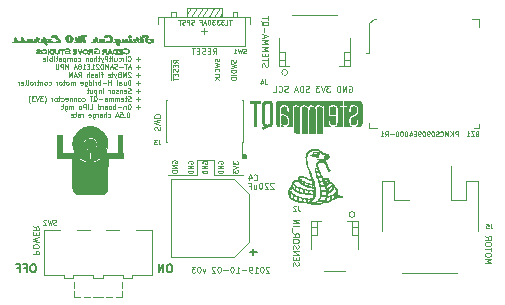
<source format=gbo>
G04 #@! TF.GenerationSoftware,KiCad,Pcbnew,(5.0.0-rc2-dev-444-g2974a2c10)*
G04 #@! TF.CreationDate,2019-10-03T16:28:08-07:00*
G04 #@! TF.ProjectId,StringCar CPy PCB,537472696E6743617220435079205043,v03*
G04 #@! TF.SameCoordinates,Original*
G04 #@! TF.FileFunction,Legend,Bot*
G04 #@! TF.FilePolarity,Positive*
%FSLAX46Y46*%
G04 Gerber Fmt 4.6, Leading zero omitted, Abs format (unit mm)*
G04 Created by KiCad (PCBNEW (5.0.0-rc2-dev-444-g2974a2c10)) date 10/03/19 16:28:08*
%MOMM*%
%LPD*%
G01*
G04 APERTURE LIST*
%ADD10C,0.140000*%
%ADD11C,0.150000*%
%ADD12C,0.100000*%
%ADD13C,0.080000*%
%ADD14C,0.120000*%
%ADD15C,0.010000*%
%ADD16C,0.050000*%
G04 APERTURE END LIST*
D10*
X112133333Y-115616666D02*
X112000000Y-115616666D01*
X111933333Y-115650000D01*
X111866666Y-115716666D01*
X111833333Y-115850000D01*
X111833333Y-116083333D01*
X111866666Y-116216666D01*
X111933333Y-116283333D01*
X112000000Y-116316666D01*
X112133333Y-116316666D01*
X112200000Y-116283333D01*
X112266666Y-116216666D01*
X112300000Y-116083333D01*
X112300000Y-115850000D01*
X112266666Y-115716666D01*
X112200000Y-115650000D01*
X112133333Y-115616666D01*
X111533333Y-116316666D02*
X111533333Y-115616666D01*
X111133333Y-116316666D01*
X111133333Y-115616666D01*
X100566666Y-115616666D02*
X100433333Y-115616666D01*
X100366666Y-115650000D01*
X100300000Y-115716666D01*
X100266666Y-115850000D01*
X100266666Y-116083333D01*
X100300000Y-116216666D01*
X100366666Y-116283333D01*
X100433333Y-116316666D01*
X100566666Y-116316666D01*
X100633333Y-116283333D01*
X100700000Y-116216666D01*
X100733333Y-116083333D01*
X100733333Y-115850000D01*
X100700000Y-115716666D01*
X100633333Y-115650000D01*
X100566666Y-115616666D01*
X99733333Y-115950000D02*
X99966666Y-115950000D01*
X99966666Y-116316666D02*
X99966666Y-115616666D01*
X99633333Y-115616666D01*
X99133333Y-115950000D02*
X99366666Y-115950000D01*
X99366666Y-116316666D02*
X99366666Y-115616666D01*
X99033333Y-115616666D01*
D11*
G36*
X118300000Y-106600000D02*
X118554000Y-106600000D01*
X118554000Y-106346000D01*
X118300000Y-106346000D01*
X118300000Y-106600000D01*
G37*
X118300000Y-106600000D02*
X118554000Y-106600000D01*
X118554000Y-106346000D01*
X118300000Y-106346000D01*
X118300000Y-106600000D01*
D12*
X114400000Y-108100000D02*
X111900000Y-108100000D01*
X114400000Y-106800000D02*
X114400000Y-108100000D01*
X115800000Y-106800000D02*
X114400000Y-106800000D01*
X115800000Y-108100000D02*
X115800000Y-106800000D01*
X118300000Y-108100000D02*
X115800000Y-108100000D01*
D13*
X112280000Y-107066761D02*
X112260952Y-107028666D01*
X112260952Y-106971523D01*
X112280000Y-106914380D01*
X112318095Y-106876285D01*
X112356190Y-106857238D01*
X112432380Y-106838190D01*
X112489523Y-106838190D01*
X112565714Y-106857238D01*
X112603809Y-106876285D01*
X112641904Y-106914380D01*
X112660952Y-106971523D01*
X112660952Y-107009619D01*
X112641904Y-107066761D01*
X112622857Y-107085809D01*
X112489523Y-107085809D01*
X112489523Y-107009619D01*
X112660952Y-107257238D02*
X112260952Y-107257238D01*
X112660952Y-107485809D01*
X112260952Y-107485809D01*
X112660952Y-107676285D02*
X112260952Y-107676285D01*
X112260952Y-107771523D01*
X112280000Y-107828666D01*
X112318095Y-107866761D01*
X112356190Y-107885809D01*
X112432380Y-107904857D01*
X112489523Y-107904857D01*
X112565714Y-107885809D01*
X112603809Y-107866761D01*
X112641904Y-107828666D01*
X112660952Y-107771523D01*
X112660952Y-107676285D01*
X113644000Y-107093261D02*
X113624952Y-107055166D01*
X113624952Y-106998023D01*
X113644000Y-106940880D01*
X113682095Y-106902785D01*
X113720190Y-106883738D01*
X113796380Y-106864690D01*
X113853523Y-106864690D01*
X113929714Y-106883738D01*
X113967809Y-106902785D01*
X114005904Y-106940880D01*
X114024952Y-106998023D01*
X114024952Y-107036119D01*
X114005904Y-107093261D01*
X113986857Y-107112309D01*
X113853523Y-107112309D01*
X113853523Y-107036119D01*
X114024952Y-107283738D02*
X113624952Y-107283738D01*
X114024952Y-107512309D01*
X113624952Y-107512309D01*
X114024952Y-107702785D02*
X113624952Y-107702785D01*
X113624952Y-107798023D01*
X113644000Y-107855166D01*
X113682095Y-107893261D01*
X113720190Y-107912309D01*
X113796380Y-107931357D01*
X113853523Y-107931357D01*
X113929714Y-107912309D01*
X113967809Y-107893261D01*
X114005904Y-107855166D01*
X114024952Y-107798023D01*
X114024952Y-107702785D01*
X114860000Y-107093261D02*
X114840952Y-107055166D01*
X114840952Y-106998023D01*
X114860000Y-106940880D01*
X114898095Y-106902785D01*
X114936190Y-106883738D01*
X115012380Y-106864690D01*
X115069523Y-106864690D01*
X115145714Y-106883738D01*
X115183809Y-106902785D01*
X115221904Y-106940880D01*
X115240952Y-106998023D01*
X115240952Y-107036119D01*
X115221904Y-107093261D01*
X115202857Y-107112309D01*
X115069523Y-107112309D01*
X115069523Y-107036119D01*
X115240952Y-107283738D02*
X114840952Y-107283738D01*
X115240952Y-107512309D01*
X114840952Y-107512309D01*
X115240952Y-107702785D02*
X114840952Y-107702785D01*
X114840952Y-107798023D01*
X114860000Y-107855166D01*
X114898095Y-107893261D01*
X114936190Y-107912309D01*
X115012380Y-107931357D01*
X115069523Y-107931357D01*
X115145714Y-107912309D01*
X115183809Y-107893261D01*
X115221904Y-107855166D01*
X115240952Y-107798023D01*
X115240952Y-107702785D01*
X116176000Y-107093261D02*
X116156952Y-107055166D01*
X116156952Y-106998023D01*
X116176000Y-106940880D01*
X116214095Y-106902785D01*
X116252190Y-106883738D01*
X116328380Y-106864690D01*
X116385523Y-106864690D01*
X116461714Y-106883738D01*
X116499809Y-106902785D01*
X116537904Y-106940880D01*
X116556952Y-106998023D01*
X116556952Y-107036119D01*
X116537904Y-107093261D01*
X116518857Y-107112309D01*
X116385523Y-107112309D01*
X116385523Y-107036119D01*
X116556952Y-107283738D02*
X116156952Y-107283738D01*
X116556952Y-107512309D01*
X116156952Y-107512309D01*
X116556952Y-107702785D02*
X116156952Y-107702785D01*
X116156952Y-107798023D01*
X116176000Y-107855166D01*
X116214095Y-107893261D01*
X116252190Y-107912309D01*
X116328380Y-107931357D01*
X116385523Y-107931357D01*
X116461714Y-107912309D01*
X116499809Y-107893261D01*
X116537904Y-107855166D01*
X116556952Y-107798023D01*
X116556952Y-107702785D01*
X117436452Y-106919142D02*
X117436452Y-107166761D01*
X117588833Y-107033428D01*
X117588833Y-107090571D01*
X117607880Y-107128666D01*
X117626928Y-107147714D01*
X117665023Y-107166761D01*
X117760261Y-107166761D01*
X117798357Y-107147714D01*
X117817404Y-107128666D01*
X117836452Y-107090571D01*
X117836452Y-106976285D01*
X117817404Y-106938190D01*
X117798357Y-106919142D01*
X117436452Y-107281047D02*
X117836452Y-107414380D01*
X117436452Y-107547714D01*
X117436452Y-107642952D02*
X117436452Y-107890571D01*
X117588833Y-107757238D01*
X117588833Y-107814380D01*
X117607880Y-107852476D01*
X117626928Y-107871523D01*
X117665023Y-107890571D01*
X117760261Y-107890571D01*
X117798357Y-107871523D01*
X117817404Y-107852476D01*
X117836452Y-107814380D01*
X117836452Y-107700095D01*
X117817404Y-107662000D01*
X117798357Y-107642952D01*
X117641904Y-98318190D02*
X117660952Y-98375333D01*
X117660952Y-98470571D01*
X117641904Y-98508666D01*
X117622857Y-98527714D01*
X117584761Y-98546761D01*
X117546666Y-98546761D01*
X117508571Y-98527714D01*
X117489523Y-98508666D01*
X117470476Y-98470571D01*
X117451428Y-98394380D01*
X117432380Y-98356285D01*
X117413333Y-98337238D01*
X117375238Y-98318190D01*
X117337142Y-98318190D01*
X117299047Y-98337238D01*
X117280000Y-98356285D01*
X117260952Y-98394380D01*
X117260952Y-98489619D01*
X117280000Y-98546761D01*
X117260952Y-98680095D02*
X117660952Y-98775333D01*
X117375238Y-98851523D01*
X117660952Y-98927714D01*
X117260952Y-99022952D01*
X117660952Y-99175333D02*
X117260952Y-99175333D01*
X117260952Y-99270571D01*
X117280000Y-99327714D01*
X117318095Y-99365809D01*
X117356190Y-99384857D01*
X117432380Y-99403904D01*
X117489523Y-99403904D01*
X117565714Y-99384857D01*
X117603809Y-99365809D01*
X117641904Y-99327714D01*
X117660952Y-99270571D01*
X117660952Y-99175333D01*
X117660952Y-99575333D02*
X117260952Y-99575333D01*
X117260952Y-99842000D02*
X117260952Y-99918190D01*
X117280000Y-99956285D01*
X117318095Y-99994380D01*
X117394285Y-100013428D01*
X117527619Y-100013428D01*
X117603809Y-99994380D01*
X117641904Y-99956285D01*
X117660952Y-99918190D01*
X117660952Y-99842000D01*
X117641904Y-99803904D01*
X117603809Y-99765809D01*
X117527619Y-99746761D01*
X117394285Y-99746761D01*
X117318095Y-99765809D01*
X117280000Y-99803904D01*
X117260952Y-99842000D01*
X112188000Y-98316000D02*
X112188000Y-98642000D01*
X112760952Y-98565809D02*
X112570476Y-98432476D01*
X112760952Y-98337238D02*
X112360952Y-98337238D01*
X112360952Y-98489619D01*
X112380000Y-98527714D01*
X112399047Y-98546761D01*
X112437142Y-98565809D01*
X112494285Y-98565809D01*
X112532380Y-98546761D01*
X112551428Y-98527714D01*
X112570476Y-98489619D01*
X112570476Y-98337238D01*
X112188000Y-98642000D02*
X112188000Y-99003904D01*
X112551428Y-98737238D02*
X112551428Y-98870571D01*
X112760952Y-98927714D02*
X112760952Y-98737238D01*
X112360952Y-98737238D01*
X112360952Y-98927714D01*
X112188000Y-99003904D02*
X112188000Y-99384857D01*
X112741904Y-99080095D02*
X112760952Y-99137238D01*
X112760952Y-99232476D01*
X112741904Y-99270571D01*
X112722857Y-99289619D01*
X112684761Y-99308666D01*
X112646666Y-99308666D01*
X112608571Y-99289619D01*
X112589523Y-99270571D01*
X112570476Y-99232476D01*
X112551428Y-99156285D01*
X112532380Y-99118190D01*
X112513333Y-99099142D01*
X112475238Y-99080095D01*
X112437142Y-99080095D01*
X112399047Y-99099142D01*
X112380000Y-99118190D01*
X112360952Y-99156285D01*
X112360952Y-99251523D01*
X112380000Y-99308666D01*
X112188000Y-99384857D02*
X112188000Y-99746761D01*
X112551428Y-99480095D02*
X112551428Y-99613428D01*
X112760952Y-99670571D02*
X112760952Y-99480095D01*
X112360952Y-99480095D01*
X112360952Y-99670571D01*
X112188000Y-99746761D02*
X112188000Y-100051523D01*
X112360952Y-99784857D02*
X112360952Y-100013428D01*
X112760952Y-99899142D02*
X112360952Y-99899142D01*
X116241904Y-98218190D02*
X116260952Y-98275333D01*
X116260952Y-98370571D01*
X116241904Y-98408666D01*
X116222857Y-98427714D01*
X116184761Y-98446761D01*
X116146666Y-98446761D01*
X116108571Y-98427714D01*
X116089523Y-98408666D01*
X116070476Y-98370571D01*
X116051428Y-98294380D01*
X116032380Y-98256285D01*
X116013333Y-98237238D01*
X115975238Y-98218190D01*
X115937142Y-98218190D01*
X115899047Y-98237238D01*
X115880000Y-98256285D01*
X115860952Y-98294380D01*
X115860952Y-98389619D01*
X115880000Y-98446761D01*
X115860952Y-98580095D02*
X116260952Y-98675333D01*
X115975238Y-98751523D01*
X116260952Y-98827714D01*
X115860952Y-98922952D01*
X116222857Y-99303904D02*
X116241904Y-99284857D01*
X116260952Y-99227714D01*
X116260952Y-99189619D01*
X116241904Y-99132476D01*
X116203809Y-99094380D01*
X116165714Y-99075333D01*
X116089523Y-99056285D01*
X116032380Y-99056285D01*
X115956190Y-99075333D01*
X115918095Y-99094380D01*
X115880000Y-99132476D01*
X115860952Y-99189619D01*
X115860952Y-99227714D01*
X115880000Y-99284857D01*
X115899047Y-99303904D01*
X116260952Y-99665809D02*
X116260952Y-99475333D01*
X115860952Y-99475333D01*
X116260952Y-99799142D02*
X115860952Y-99799142D01*
X116260952Y-100027714D02*
X116032380Y-99856285D01*
X115860952Y-100027714D02*
X116089523Y-99799142D01*
D12*
X127235714Y-100550000D02*
X127283333Y-100526190D01*
X127354761Y-100526190D01*
X127426190Y-100550000D01*
X127473809Y-100597619D01*
X127497619Y-100645238D01*
X127521428Y-100740476D01*
X127521428Y-100811904D01*
X127497619Y-100907142D01*
X127473809Y-100954761D01*
X127426190Y-101002380D01*
X127354761Y-101026190D01*
X127307142Y-101026190D01*
X127235714Y-101002380D01*
X127211904Y-100978571D01*
X127211904Y-100811904D01*
X127307142Y-100811904D01*
X126997619Y-101026190D02*
X126997619Y-100526190D01*
X126711904Y-101026190D01*
X126711904Y-100526190D01*
X126473809Y-101026190D02*
X126473809Y-100526190D01*
X126354761Y-100526190D01*
X126283333Y-100550000D01*
X126235714Y-100597619D01*
X126211904Y-100645238D01*
X126188095Y-100740476D01*
X126188095Y-100811904D01*
X126211904Y-100907142D01*
X126235714Y-100954761D01*
X126283333Y-101002380D01*
X126354761Y-101026190D01*
X126473809Y-101026190D01*
X125640476Y-100526190D02*
X125330952Y-100526190D01*
X125497619Y-100716666D01*
X125426190Y-100716666D01*
X125378571Y-100740476D01*
X125354761Y-100764285D01*
X125330952Y-100811904D01*
X125330952Y-100930952D01*
X125354761Y-100978571D01*
X125378571Y-101002380D01*
X125426190Y-101026190D01*
X125569047Y-101026190D01*
X125616666Y-101002380D01*
X125640476Y-100978571D01*
X125188095Y-100526190D02*
X125021428Y-101026190D01*
X124854761Y-100526190D01*
X124735714Y-100526190D02*
X124426190Y-100526190D01*
X124592857Y-100716666D01*
X124521428Y-100716666D01*
X124473809Y-100740476D01*
X124450000Y-100764285D01*
X124426190Y-100811904D01*
X124426190Y-100930952D01*
X124450000Y-100978571D01*
X124473809Y-101002380D01*
X124521428Y-101026190D01*
X124664285Y-101026190D01*
X124711904Y-101002380D01*
X124735714Y-100978571D01*
X123854761Y-101002380D02*
X123783333Y-101026190D01*
X123664285Y-101026190D01*
X123616666Y-101002380D01*
X123592857Y-100978571D01*
X123569047Y-100930952D01*
X123569047Y-100883333D01*
X123592857Y-100835714D01*
X123616666Y-100811904D01*
X123664285Y-100788095D01*
X123759523Y-100764285D01*
X123807142Y-100740476D01*
X123830952Y-100716666D01*
X123854761Y-100669047D01*
X123854761Y-100621428D01*
X123830952Y-100573809D01*
X123807142Y-100550000D01*
X123759523Y-100526190D01*
X123640476Y-100526190D01*
X123569047Y-100550000D01*
X123354761Y-101026190D02*
X123354761Y-100526190D01*
X123235714Y-100526190D01*
X123164285Y-100550000D01*
X123116666Y-100597619D01*
X123092857Y-100645238D01*
X123069047Y-100740476D01*
X123069047Y-100811904D01*
X123092857Y-100907142D01*
X123116666Y-100954761D01*
X123164285Y-101002380D01*
X123235714Y-101026190D01*
X123354761Y-101026190D01*
X122878571Y-100883333D02*
X122640476Y-100883333D01*
X122926190Y-101026190D02*
X122759523Y-100526190D01*
X122592857Y-101026190D01*
X122069047Y-101002380D02*
X121997619Y-101026190D01*
X121878571Y-101026190D01*
X121830952Y-101002380D01*
X121807142Y-100978571D01*
X121783333Y-100930952D01*
X121783333Y-100883333D01*
X121807142Y-100835714D01*
X121830952Y-100811904D01*
X121878571Y-100788095D01*
X121973809Y-100764285D01*
X122021428Y-100740476D01*
X122045238Y-100716666D01*
X122069047Y-100669047D01*
X122069047Y-100621428D01*
X122045238Y-100573809D01*
X122021428Y-100550000D01*
X121973809Y-100526190D01*
X121854761Y-100526190D01*
X121783333Y-100550000D01*
X121283333Y-100978571D02*
X121307142Y-101002380D01*
X121378571Y-101026190D01*
X121426190Y-101026190D01*
X121497619Y-101002380D01*
X121545238Y-100954761D01*
X121569047Y-100907142D01*
X121592857Y-100811904D01*
X121592857Y-100740476D01*
X121569047Y-100645238D01*
X121545238Y-100597619D01*
X121497619Y-100550000D01*
X121426190Y-100526190D01*
X121378571Y-100526190D01*
X121307142Y-100550000D01*
X121283333Y-100573809D01*
X120830952Y-101026190D02*
X121069047Y-101026190D01*
X121069047Y-100526190D01*
D13*
X109543238Y-98248571D02*
X109238476Y-98248571D01*
X109390857Y-98400952D02*
X109390857Y-98096190D01*
X108514666Y-98362857D02*
X108533714Y-98381904D01*
X108590857Y-98400952D01*
X108628952Y-98400952D01*
X108686095Y-98381904D01*
X108724190Y-98343809D01*
X108743238Y-98305714D01*
X108762285Y-98229523D01*
X108762285Y-98172380D01*
X108743238Y-98096190D01*
X108724190Y-98058095D01*
X108686095Y-98020000D01*
X108628952Y-98000952D01*
X108590857Y-98000952D01*
X108533714Y-98020000D01*
X108514666Y-98039047D01*
X108343238Y-98400952D02*
X108343238Y-98134285D01*
X108343238Y-98000952D02*
X108362285Y-98020000D01*
X108343238Y-98039047D01*
X108324190Y-98020000D01*
X108343238Y-98000952D01*
X108343238Y-98039047D01*
X108152761Y-98400952D02*
X108152761Y-98134285D01*
X108152761Y-98210476D02*
X108133714Y-98172380D01*
X108114666Y-98153333D01*
X108076571Y-98134285D01*
X108038476Y-98134285D01*
X107733714Y-98381904D02*
X107771809Y-98400952D01*
X107848000Y-98400952D01*
X107886095Y-98381904D01*
X107905142Y-98362857D01*
X107924190Y-98324761D01*
X107924190Y-98210476D01*
X107905142Y-98172380D01*
X107886095Y-98153333D01*
X107848000Y-98134285D01*
X107771809Y-98134285D01*
X107733714Y-98153333D01*
X107390857Y-98134285D02*
X107390857Y-98400952D01*
X107562285Y-98134285D02*
X107562285Y-98343809D01*
X107543238Y-98381904D01*
X107505142Y-98400952D01*
X107448000Y-98400952D01*
X107409904Y-98381904D01*
X107390857Y-98362857D01*
X107200380Y-98400952D02*
X107200380Y-98134285D01*
X107200380Y-98000952D02*
X107219428Y-98020000D01*
X107200380Y-98039047D01*
X107181333Y-98020000D01*
X107200380Y-98000952D01*
X107200380Y-98039047D01*
X107067047Y-98134285D02*
X106914666Y-98134285D01*
X107009904Y-98000952D02*
X107009904Y-98343809D01*
X106990857Y-98381904D01*
X106952761Y-98400952D01*
X106914666Y-98400952D01*
X106781333Y-98400952D02*
X106781333Y-98000952D01*
X106628952Y-98000952D01*
X106590857Y-98020000D01*
X106571809Y-98039047D01*
X106552761Y-98077142D01*
X106552761Y-98134285D01*
X106571809Y-98172380D01*
X106590857Y-98191428D01*
X106628952Y-98210476D01*
X106781333Y-98210476D01*
X106419428Y-98134285D02*
X106324190Y-98400952D01*
X106228952Y-98134285D02*
X106324190Y-98400952D01*
X106362285Y-98496190D01*
X106381333Y-98515238D01*
X106419428Y-98534285D01*
X106133714Y-98134285D02*
X105981333Y-98134285D01*
X106076571Y-98000952D02*
X106076571Y-98343809D01*
X106057523Y-98381904D01*
X106019428Y-98400952D01*
X105981333Y-98400952D01*
X105848000Y-98400952D02*
X105848000Y-98000952D01*
X105676571Y-98400952D02*
X105676571Y-98191428D01*
X105695619Y-98153333D01*
X105733714Y-98134285D01*
X105790857Y-98134285D01*
X105828952Y-98153333D01*
X105848000Y-98172380D01*
X105428952Y-98400952D02*
X105467047Y-98381904D01*
X105486095Y-98362857D01*
X105505142Y-98324761D01*
X105505142Y-98210476D01*
X105486095Y-98172380D01*
X105467047Y-98153333D01*
X105428952Y-98134285D01*
X105371809Y-98134285D01*
X105333714Y-98153333D01*
X105314666Y-98172380D01*
X105295619Y-98210476D01*
X105295619Y-98324761D01*
X105314666Y-98362857D01*
X105333714Y-98381904D01*
X105371809Y-98400952D01*
X105428952Y-98400952D01*
X105124190Y-98134285D02*
X105124190Y-98400952D01*
X105124190Y-98172380D02*
X105105142Y-98153333D01*
X105067047Y-98134285D01*
X105009904Y-98134285D01*
X104971809Y-98153333D01*
X104952761Y-98191428D01*
X104952761Y-98400952D01*
X104286095Y-98381904D02*
X104324190Y-98400952D01*
X104400380Y-98400952D01*
X104438476Y-98381904D01*
X104457523Y-98362857D01*
X104476571Y-98324761D01*
X104476571Y-98210476D01*
X104457523Y-98172380D01*
X104438476Y-98153333D01*
X104400380Y-98134285D01*
X104324190Y-98134285D01*
X104286095Y-98153333D01*
X104057523Y-98400952D02*
X104095619Y-98381904D01*
X104114666Y-98362857D01*
X104133714Y-98324761D01*
X104133714Y-98210476D01*
X104114666Y-98172380D01*
X104095619Y-98153333D01*
X104057523Y-98134285D01*
X104000380Y-98134285D01*
X103962285Y-98153333D01*
X103943238Y-98172380D01*
X103924190Y-98210476D01*
X103924190Y-98324761D01*
X103943238Y-98362857D01*
X103962285Y-98381904D01*
X104000380Y-98400952D01*
X104057523Y-98400952D01*
X103752761Y-98400952D02*
X103752761Y-98134285D01*
X103752761Y-98172380D02*
X103733714Y-98153333D01*
X103695619Y-98134285D01*
X103638476Y-98134285D01*
X103600380Y-98153333D01*
X103581333Y-98191428D01*
X103581333Y-98400952D01*
X103581333Y-98191428D02*
X103562285Y-98153333D01*
X103524190Y-98134285D01*
X103467047Y-98134285D01*
X103428952Y-98153333D01*
X103409904Y-98191428D01*
X103409904Y-98400952D01*
X103219428Y-98134285D02*
X103219428Y-98534285D01*
X103219428Y-98153333D02*
X103181333Y-98134285D01*
X103105142Y-98134285D01*
X103067047Y-98153333D01*
X103048000Y-98172380D01*
X103028952Y-98210476D01*
X103028952Y-98324761D01*
X103048000Y-98362857D01*
X103067047Y-98381904D01*
X103105142Y-98400952D01*
X103181333Y-98400952D01*
X103219428Y-98381904D01*
X102686095Y-98400952D02*
X102686095Y-98191428D01*
X102705142Y-98153333D01*
X102743238Y-98134285D01*
X102819428Y-98134285D01*
X102857523Y-98153333D01*
X102686095Y-98381904D02*
X102724190Y-98400952D01*
X102819428Y-98400952D01*
X102857523Y-98381904D01*
X102876571Y-98343809D01*
X102876571Y-98305714D01*
X102857523Y-98267619D01*
X102819428Y-98248571D01*
X102724190Y-98248571D01*
X102686095Y-98229523D01*
X102552761Y-98134285D02*
X102400380Y-98134285D01*
X102495619Y-98000952D02*
X102495619Y-98343809D01*
X102476571Y-98381904D01*
X102438476Y-98400952D01*
X102400380Y-98400952D01*
X102267047Y-98400952D02*
X102267047Y-98134285D01*
X102267047Y-98000952D02*
X102286095Y-98020000D01*
X102267047Y-98039047D01*
X102248000Y-98020000D01*
X102267047Y-98000952D01*
X102267047Y-98039047D01*
X102076571Y-98400952D02*
X102076571Y-98000952D01*
X102076571Y-98153333D02*
X102038476Y-98134285D01*
X101962285Y-98134285D01*
X101924190Y-98153333D01*
X101905142Y-98172380D01*
X101886095Y-98210476D01*
X101886095Y-98324761D01*
X101905142Y-98362857D01*
X101924190Y-98381904D01*
X101962285Y-98400952D01*
X102038476Y-98400952D01*
X102076571Y-98381904D01*
X101657523Y-98400952D02*
X101695619Y-98381904D01*
X101714666Y-98343809D01*
X101714666Y-98000952D01*
X101352761Y-98381904D02*
X101390857Y-98400952D01*
X101467047Y-98400952D01*
X101505142Y-98381904D01*
X101524190Y-98343809D01*
X101524190Y-98191428D01*
X101505142Y-98153333D01*
X101467047Y-98134285D01*
X101390857Y-98134285D01*
X101352761Y-98153333D01*
X101333714Y-98191428D01*
X101333714Y-98229523D01*
X101524190Y-98267619D01*
X109543238Y-98928571D02*
X109238476Y-98928571D01*
X109390857Y-99080952D02*
X109390857Y-98776190D01*
X108762285Y-98966666D02*
X108571809Y-98966666D01*
X108800380Y-99080952D02*
X108667047Y-98680952D01*
X108533714Y-99080952D01*
X108457523Y-98680952D02*
X108228952Y-98680952D01*
X108343238Y-99080952D02*
X108343238Y-98680952D01*
X108095619Y-98928571D02*
X107790857Y-98928571D01*
X107619428Y-99061904D02*
X107562285Y-99080952D01*
X107467047Y-99080952D01*
X107428952Y-99061904D01*
X107409904Y-99042857D01*
X107390857Y-99004761D01*
X107390857Y-98966666D01*
X107409904Y-98928571D01*
X107428952Y-98909523D01*
X107467047Y-98890476D01*
X107543238Y-98871428D01*
X107581333Y-98852380D01*
X107600380Y-98833333D01*
X107619428Y-98795238D01*
X107619428Y-98757142D01*
X107600380Y-98719047D01*
X107581333Y-98700000D01*
X107543238Y-98680952D01*
X107448000Y-98680952D01*
X107390857Y-98700000D01*
X107238476Y-98966666D02*
X107048000Y-98966666D01*
X107276571Y-99080952D02*
X107143238Y-98680952D01*
X107009904Y-99080952D01*
X106876571Y-99080952D02*
X106876571Y-98680952D01*
X106743238Y-98966666D01*
X106609904Y-98680952D01*
X106609904Y-99080952D01*
X106419428Y-99080952D02*
X106419428Y-98680952D01*
X106324190Y-98680952D01*
X106267047Y-98700000D01*
X106228952Y-98738095D01*
X106209904Y-98776190D01*
X106190857Y-98852380D01*
X106190857Y-98909523D01*
X106209904Y-98985714D01*
X106228952Y-99023809D01*
X106267047Y-99061904D01*
X106324190Y-99080952D01*
X106419428Y-99080952D01*
X106038476Y-98719047D02*
X106019428Y-98700000D01*
X105981333Y-98680952D01*
X105886095Y-98680952D01*
X105848000Y-98700000D01*
X105828952Y-98719047D01*
X105809904Y-98757142D01*
X105809904Y-98795238D01*
X105828952Y-98852380D01*
X106057523Y-99080952D01*
X105809904Y-99080952D01*
X105428952Y-99080952D02*
X105657523Y-99080952D01*
X105543238Y-99080952D02*
X105543238Y-98680952D01*
X105581333Y-98738095D01*
X105619428Y-98776190D01*
X105657523Y-98795238D01*
X105257523Y-98871428D02*
X105124190Y-98871428D01*
X105067047Y-99080952D02*
X105257523Y-99080952D01*
X105257523Y-98680952D01*
X105067047Y-98680952D01*
X104686095Y-99080952D02*
X104914666Y-99080952D01*
X104800380Y-99080952D02*
X104800380Y-98680952D01*
X104838476Y-98738095D01*
X104876571Y-98776190D01*
X104914666Y-98795238D01*
X104457523Y-98852380D02*
X104495619Y-98833333D01*
X104514666Y-98814285D01*
X104533714Y-98776190D01*
X104533714Y-98757142D01*
X104514666Y-98719047D01*
X104495619Y-98700000D01*
X104457523Y-98680952D01*
X104381333Y-98680952D01*
X104343238Y-98700000D01*
X104324190Y-98719047D01*
X104305142Y-98757142D01*
X104305142Y-98776190D01*
X104324190Y-98814285D01*
X104343238Y-98833333D01*
X104381333Y-98852380D01*
X104457523Y-98852380D01*
X104495619Y-98871428D01*
X104514666Y-98890476D01*
X104533714Y-98928571D01*
X104533714Y-99004761D01*
X104514666Y-99042857D01*
X104495619Y-99061904D01*
X104457523Y-99080952D01*
X104381333Y-99080952D01*
X104343238Y-99061904D01*
X104324190Y-99042857D01*
X104305142Y-99004761D01*
X104305142Y-98928571D01*
X104324190Y-98890476D01*
X104343238Y-98871428D01*
X104381333Y-98852380D01*
X104152761Y-98966666D02*
X103962285Y-98966666D01*
X104190857Y-99080952D02*
X104057523Y-98680952D01*
X103924190Y-99080952D01*
X103486095Y-99080952D02*
X103486095Y-98680952D01*
X103352761Y-98966666D01*
X103219428Y-98680952D01*
X103219428Y-99080952D01*
X103028952Y-99080952D02*
X103028952Y-98680952D01*
X102876571Y-98680952D01*
X102838476Y-98700000D01*
X102819428Y-98719047D01*
X102800380Y-98757142D01*
X102800380Y-98814285D01*
X102819428Y-98852380D01*
X102838476Y-98871428D01*
X102876571Y-98890476D01*
X103028952Y-98890476D01*
X102628952Y-98680952D02*
X102628952Y-99004761D01*
X102609904Y-99042857D01*
X102590857Y-99061904D01*
X102552761Y-99080952D01*
X102476571Y-99080952D01*
X102438476Y-99061904D01*
X102419428Y-99042857D01*
X102400380Y-99004761D01*
X102400380Y-98680952D01*
X109543238Y-99608571D02*
X109238476Y-99608571D01*
X109390857Y-99760952D02*
X109390857Y-99456190D01*
X108762285Y-99399047D02*
X108743238Y-99380000D01*
X108705142Y-99360952D01*
X108609904Y-99360952D01*
X108571809Y-99380000D01*
X108552761Y-99399047D01*
X108533714Y-99437142D01*
X108533714Y-99475238D01*
X108552761Y-99532380D01*
X108781333Y-99760952D01*
X108533714Y-99760952D01*
X108362285Y-99760952D02*
X108362285Y-99360952D01*
X108228952Y-99646666D01*
X108095619Y-99360952D01*
X108095619Y-99760952D01*
X107771809Y-99551428D02*
X107714666Y-99570476D01*
X107695619Y-99589523D01*
X107676571Y-99627619D01*
X107676571Y-99684761D01*
X107695619Y-99722857D01*
X107714666Y-99741904D01*
X107752761Y-99760952D01*
X107905142Y-99760952D01*
X107905142Y-99360952D01*
X107771809Y-99360952D01*
X107733714Y-99380000D01*
X107714666Y-99399047D01*
X107695619Y-99437142D01*
X107695619Y-99475238D01*
X107714666Y-99513333D01*
X107733714Y-99532380D01*
X107771809Y-99551428D01*
X107905142Y-99551428D01*
X107543238Y-99494285D02*
X107448000Y-99760952D01*
X107352761Y-99494285D02*
X107448000Y-99760952D01*
X107486095Y-99856190D01*
X107505142Y-99875238D01*
X107543238Y-99894285D01*
X107257523Y-99494285D02*
X107105142Y-99494285D01*
X107200380Y-99360952D02*
X107200380Y-99703809D01*
X107181333Y-99741904D01*
X107143238Y-99760952D01*
X107105142Y-99760952D01*
X106819428Y-99741904D02*
X106857523Y-99760952D01*
X106933714Y-99760952D01*
X106971809Y-99741904D01*
X106990857Y-99703809D01*
X106990857Y-99551428D01*
X106971809Y-99513333D01*
X106933714Y-99494285D01*
X106857523Y-99494285D01*
X106819428Y-99513333D01*
X106800380Y-99551428D01*
X106800380Y-99589523D01*
X106990857Y-99627619D01*
X106381333Y-99494285D02*
X106228952Y-99494285D01*
X106324190Y-99760952D02*
X106324190Y-99418095D01*
X106305142Y-99380000D01*
X106267047Y-99360952D01*
X106228952Y-99360952D01*
X106038476Y-99760952D02*
X106076571Y-99741904D01*
X106095619Y-99703809D01*
X106095619Y-99360952D01*
X105714666Y-99760952D02*
X105714666Y-99551428D01*
X105733714Y-99513333D01*
X105771809Y-99494285D01*
X105848000Y-99494285D01*
X105886095Y-99513333D01*
X105714666Y-99741904D02*
X105752761Y-99760952D01*
X105848000Y-99760952D01*
X105886095Y-99741904D01*
X105905142Y-99703809D01*
X105905142Y-99665714D01*
X105886095Y-99627619D01*
X105848000Y-99608571D01*
X105752761Y-99608571D01*
X105714666Y-99589523D01*
X105543238Y-99741904D02*
X105505142Y-99760952D01*
X105428952Y-99760952D01*
X105390857Y-99741904D01*
X105371809Y-99703809D01*
X105371809Y-99684761D01*
X105390857Y-99646666D01*
X105428952Y-99627619D01*
X105486095Y-99627619D01*
X105524190Y-99608571D01*
X105543238Y-99570476D01*
X105543238Y-99551428D01*
X105524190Y-99513333D01*
X105486095Y-99494285D01*
X105428952Y-99494285D01*
X105390857Y-99513333D01*
X105200380Y-99760952D02*
X105200380Y-99360952D01*
X105028952Y-99760952D02*
X105028952Y-99551428D01*
X105048000Y-99513333D01*
X105086095Y-99494285D01*
X105143238Y-99494285D01*
X105181333Y-99513333D01*
X105200380Y-99532380D01*
X104305142Y-99760952D02*
X104438476Y-99570476D01*
X104533714Y-99760952D02*
X104533714Y-99360952D01*
X104381333Y-99360952D01*
X104343238Y-99380000D01*
X104324190Y-99399047D01*
X104305142Y-99437142D01*
X104305142Y-99494285D01*
X104324190Y-99532380D01*
X104343238Y-99551428D01*
X104381333Y-99570476D01*
X104533714Y-99570476D01*
X104152761Y-99646666D02*
X103962285Y-99646666D01*
X104190857Y-99760952D02*
X104057523Y-99360952D01*
X103924190Y-99760952D01*
X103790857Y-99760952D02*
X103790857Y-99360952D01*
X103657523Y-99646666D01*
X103524190Y-99360952D01*
X103524190Y-99760952D01*
X109543238Y-100288571D02*
X109238476Y-100288571D01*
X109390857Y-100440952D02*
X109390857Y-100136190D01*
X108743238Y-100440952D02*
X108743238Y-100040952D01*
X108648000Y-100040952D01*
X108590857Y-100060000D01*
X108552761Y-100098095D01*
X108533714Y-100136190D01*
X108514666Y-100212380D01*
X108514666Y-100269523D01*
X108533714Y-100345714D01*
X108552761Y-100383809D01*
X108590857Y-100421904D01*
X108648000Y-100440952D01*
X108743238Y-100440952D01*
X108171809Y-100174285D02*
X108171809Y-100440952D01*
X108343238Y-100174285D02*
X108343238Y-100383809D01*
X108324190Y-100421904D01*
X108286095Y-100440952D01*
X108228952Y-100440952D01*
X108190857Y-100421904D01*
X108171809Y-100402857D01*
X107809904Y-100440952D02*
X107809904Y-100231428D01*
X107828952Y-100193333D01*
X107867047Y-100174285D01*
X107943238Y-100174285D01*
X107981333Y-100193333D01*
X107809904Y-100421904D02*
X107848000Y-100440952D01*
X107943238Y-100440952D01*
X107981333Y-100421904D01*
X108000380Y-100383809D01*
X108000380Y-100345714D01*
X107981333Y-100307619D01*
X107943238Y-100288571D01*
X107848000Y-100288571D01*
X107809904Y-100269523D01*
X107562285Y-100440952D02*
X107600380Y-100421904D01*
X107619428Y-100383809D01*
X107619428Y-100040952D01*
X107105142Y-100440952D02*
X107105142Y-100040952D01*
X107105142Y-100231428D02*
X106876571Y-100231428D01*
X106876571Y-100440952D02*
X106876571Y-100040952D01*
X106686095Y-100288571D02*
X106381333Y-100288571D01*
X106190857Y-100440952D02*
X106190857Y-100040952D01*
X106190857Y-100193333D02*
X106152761Y-100174285D01*
X106076571Y-100174285D01*
X106038476Y-100193333D01*
X106019428Y-100212380D01*
X106000380Y-100250476D01*
X106000380Y-100364761D01*
X106019428Y-100402857D01*
X106038476Y-100421904D01*
X106076571Y-100440952D01*
X106152761Y-100440952D01*
X106190857Y-100421904D01*
X105828952Y-100440952D02*
X105828952Y-100174285D01*
X105828952Y-100250476D02*
X105809904Y-100212380D01*
X105790857Y-100193333D01*
X105752761Y-100174285D01*
X105714666Y-100174285D01*
X105581333Y-100440952D02*
X105581333Y-100174285D01*
X105581333Y-100040952D02*
X105600380Y-100060000D01*
X105581333Y-100079047D01*
X105562285Y-100060000D01*
X105581333Y-100040952D01*
X105581333Y-100079047D01*
X105219428Y-100440952D02*
X105219428Y-100040952D01*
X105219428Y-100421904D02*
X105257523Y-100440952D01*
X105333714Y-100440952D01*
X105371809Y-100421904D01*
X105390857Y-100402857D01*
X105409904Y-100364761D01*
X105409904Y-100250476D01*
X105390857Y-100212380D01*
X105371809Y-100193333D01*
X105333714Y-100174285D01*
X105257523Y-100174285D01*
X105219428Y-100193333D01*
X104857523Y-100174285D02*
X104857523Y-100498095D01*
X104876571Y-100536190D01*
X104895619Y-100555238D01*
X104933714Y-100574285D01*
X104990857Y-100574285D01*
X105028952Y-100555238D01*
X104857523Y-100421904D02*
X104895619Y-100440952D01*
X104971809Y-100440952D01*
X105009904Y-100421904D01*
X105028952Y-100402857D01*
X105048000Y-100364761D01*
X105048000Y-100250476D01*
X105028952Y-100212380D01*
X105009904Y-100193333D01*
X104971809Y-100174285D01*
X104895619Y-100174285D01*
X104857523Y-100193333D01*
X104514666Y-100421904D02*
X104552761Y-100440952D01*
X104628952Y-100440952D01*
X104667047Y-100421904D01*
X104686095Y-100383809D01*
X104686095Y-100231428D01*
X104667047Y-100193333D01*
X104628952Y-100174285D01*
X104552761Y-100174285D01*
X104514666Y-100193333D01*
X104495619Y-100231428D01*
X104495619Y-100269523D01*
X104686095Y-100307619D01*
X104019428Y-100440952D02*
X104019428Y-100174285D01*
X104019428Y-100212380D02*
X104000380Y-100193333D01*
X103962285Y-100174285D01*
X103905142Y-100174285D01*
X103867047Y-100193333D01*
X103848000Y-100231428D01*
X103848000Y-100440952D01*
X103848000Y-100231428D02*
X103828952Y-100193333D01*
X103790857Y-100174285D01*
X103733714Y-100174285D01*
X103695619Y-100193333D01*
X103676571Y-100231428D01*
X103676571Y-100440952D01*
X103428952Y-100440952D02*
X103467047Y-100421904D01*
X103486095Y-100402857D01*
X103505142Y-100364761D01*
X103505142Y-100250476D01*
X103486095Y-100212380D01*
X103467047Y-100193333D01*
X103428952Y-100174285D01*
X103371809Y-100174285D01*
X103333714Y-100193333D01*
X103314666Y-100212380D01*
X103295619Y-100250476D01*
X103295619Y-100364761D01*
X103314666Y-100402857D01*
X103333714Y-100421904D01*
X103371809Y-100440952D01*
X103428952Y-100440952D01*
X103181333Y-100174285D02*
X103028952Y-100174285D01*
X103124190Y-100040952D02*
X103124190Y-100383809D01*
X103105142Y-100421904D01*
X103067047Y-100440952D01*
X103028952Y-100440952D01*
X102838476Y-100440952D02*
X102876571Y-100421904D01*
X102895619Y-100402857D01*
X102914666Y-100364761D01*
X102914666Y-100250476D01*
X102895619Y-100212380D01*
X102876571Y-100193333D01*
X102838476Y-100174285D01*
X102781333Y-100174285D01*
X102743238Y-100193333D01*
X102724190Y-100212380D01*
X102705142Y-100250476D01*
X102705142Y-100364761D01*
X102724190Y-100402857D01*
X102743238Y-100421904D01*
X102781333Y-100440952D01*
X102838476Y-100440952D01*
X102533714Y-100440952D02*
X102533714Y-100174285D01*
X102533714Y-100250476D02*
X102514666Y-100212380D01*
X102495619Y-100193333D01*
X102457523Y-100174285D01*
X102419428Y-100174285D01*
X101809904Y-100421904D02*
X101848000Y-100440952D01*
X101924190Y-100440952D01*
X101962285Y-100421904D01*
X101981333Y-100402857D01*
X102000380Y-100364761D01*
X102000380Y-100250476D01*
X101981333Y-100212380D01*
X101962285Y-100193333D01*
X101924190Y-100174285D01*
X101848000Y-100174285D01*
X101809904Y-100193333D01*
X101581333Y-100440952D02*
X101619428Y-100421904D01*
X101638476Y-100402857D01*
X101657523Y-100364761D01*
X101657523Y-100250476D01*
X101638476Y-100212380D01*
X101619428Y-100193333D01*
X101581333Y-100174285D01*
X101524190Y-100174285D01*
X101486095Y-100193333D01*
X101467047Y-100212380D01*
X101448000Y-100250476D01*
X101448000Y-100364761D01*
X101467047Y-100402857D01*
X101486095Y-100421904D01*
X101524190Y-100440952D01*
X101581333Y-100440952D01*
X101276571Y-100174285D02*
X101276571Y-100440952D01*
X101276571Y-100212380D02*
X101257523Y-100193333D01*
X101219428Y-100174285D01*
X101162285Y-100174285D01*
X101124190Y-100193333D01*
X101105142Y-100231428D01*
X101105142Y-100440952D01*
X100971809Y-100174285D02*
X100819428Y-100174285D01*
X100914666Y-100040952D02*
X100914666Y-100383809D01*
X100895619Y-100421904D01*
X100857523Y-100440952D01*
X100819428Y-100440952D01*
X100686095Y-100440952D02*
X100686095Y-100174285D01*
X100686095Y-100250476D02*
X100667047Y-100212380D01*
X100648000Y-100193333D01*
X100609904Y-100174285D01*
X100571809Y-100174285D01*
X100381333Y-100440952D02*
X100419428Y-100421904D01*
X100438476Y-100402857D01*
X100457523Y-100364761D01*
X100457523Y-100250476D01*
X100438476Y-100212380D01*
X100419428Y-100193333D01*
X100381333Y-100174285D01*
X100324190Y-100174285D01*
X100286095Y-100193333D01*
X100267047Y-100212380D01*
X100248000Y-100250476D01*
X100248000Y-100364761D01*
X100267047Y-100402857D01*
X100286095Y-100421904D01*
X100324190Y-100440952D01*
X100381333Y-100440952D01*
X100019428Y-100440952D02*
X100057523Y-100421904D01*
X100076571Y-100383809D01*
X100076571Y-100040952D01*
X99809904Y-100440952D02*
X99848000Y-100421904D01*
X99867047Y-100383809D01*
X99867047Y-100040952D01*
X99505142Y-100421904D02*
X99543238Y-100440952D01*
X99619428Y-100440952D01*
X99657523Y-100421904D01*
X99676571Y-100383809D01*
X99676571Y-100231428D01*
X99657523Y-100193333D01*
X99619428Y-100174285D01*
X99543238Y-100174285D01*
X99505142Y-100193333D01*
X99486095Y-100231428D01*
X99486095Y-100269523D01*
X99676571Y-100307619D01*
X99314666Y-100440952D02*
X99314666Y-100174285D01*
X99314666Y-100250476D02*
X99295619Y-100212380D01*
X99276571Y-100193333D01*
X99238476Y-100174285D01*
X99200380Y-100174285D01*
X109543238Y-100968571D02*
X109238476Y-100968571D01*
X109390857Y-101120952D02*
X109390857Y-100816190D01*
X108762285Y-101101904D02*
X108705142Y-101120952D01*
X108609904Y-101120952D01*
X108571809Y-101101904D01*
X108552761Y-101082857D01*
X108533714Y-101044761D01*
X108533714Y-101006666D01*
X108552761Y-100968571D01*
X108571809Y-100949523D01*
X108609904Y-100930476D01*
X108686095Y-100911428D01*
X108724190Y-100892380D01*
X108743238Y-100873333D01*
X108762285Y-100835238D01*
X108762285Y-100797142D01*
X108743238Y-100759047D01*
X108724190Y-100740000D01*
X108686095Y-100720952D01*
X108590857Y-100720952D01*
X108533714Y-100740000D01*
X108209904Y-101101904D02*
X108248000Y-101120952D01*
X108324190Y-101120952D01*
X108362285Y-101101904D01*
X108381333Y-101063809D01*
X108381333Y-100911428D01*
X108362285Y-100873333D01*
X108324190Y-100854285D01*
X108248000Y-100854285D01*
X108209904Y-100873333D01*
X108190857Y-100911428D01*
X108190857Y-100949523D01*
X108381333Y-100987619D01*
X108019428Y-100854285D02*
X108019428Y-101120952D01*
X108019428Y-100892380D02*
X108000380Y-100873333D01*
X107962285Y-100854285D01*
X107905142Y-100854285D01*
X107867047Y-100873333D01*
X107848000Y-100911428D01*
X107848000Y-101120952D01*
X107676571Y-101101904D02*
X107638476Y-101120952D01*
X107562285Y-101120952D01*
X107524190Y-101101904D01*
X107505142Y-101063809D01*
X107505142Y-101044761D01*
X107524190Y-101006666D01*
X107562285Y-100987619D01*
X107619428Y-100987619D01*
X107657523Y-100968571D01*
X107676571Y-100930476D01*
X107676571Y-100911428D01*
X107657523Y-100873333D01*
X107619428Y-100854285D01*
X107562285Y-100854285D01*
X107524190Y-100873333D01*
X107276571Y-101120952D02*
X107314666Y-101101904D01*
X107333714Y-101082857D01*
X107352761Y-101044761D01*
X107352761Y-100930476D01*
X107333714Y-100892380D01*
X107314666Y-100873333D01*
X107276571Y-100854285D01*
X107219428Y-100854285D01*
X107181333Y-100873333D01*
X107162285Y-100892380D01*
X107143238Y-100930476D01*
X107143238Y-101044761D01*
X107162285Y-101082857D01*
X107181333Y-101101904D01*
X107219428Y-101120952D01*
X107276571Y-101120952D01*
X106971809Y-101120952D02*
X106971809Y-100854285D01*
X106971809Y-100930476D02*
X106952761Y-100892380D01*
X106933714Y-100873333D01*
X106895619Y-100854285D01*
X106857523Y-100854285D01*
X106419428Y-101120952D02*
X106419428Y-100854285D01*
X106419428Y-100720952D02*
X106438476Y-100740000D01*
X106419428Y-100759047D01*
X106400380Y-100740000D01*
X106419428Y-100720952D01*
X106419428Y-100759047D01*
X106228952Y-100854285D02*
X106228952Y-101120952D01*
X106228952Y-100892380D02*
X106209904Y-100873333D01*
X106171809Y-100854285D01*
X106114666Y-100854285D01*
X106076571Y-100873333D01*
X106057523Y-100911428D01*
X106057523Y-101120952D01*
X105867047Y-100854285D02*
X105867047Y-101254285D01*
X105867047Y-100873333D02*
X105828952Y-100854285D01*
X105752761Y-100854285D01*
X105714666Y-100873333D01*
X105695619Y-100892380D01*
X105676571Y-100930476D01*
X105676571Y-101044761D01*
X105695619Y-101082857D01*
X105714666Y-101101904D01*
X105752761Y-101120952D01*
X105828952Y-101120952D01*
X105867047Y-101101904D01*
X105333714Y-100854285D02*
X105333714Y-101120952D01*
X105505142Y-100854285D02*
X105505142Y-101063809D01*
X105486095Y-101101904D01*
X105448000Y-101120952D01*
X105390857Y-101120952D01*
X105352761Y-101101904D01*
X105333714Y-101082857D01*
X105200380Y-100854285D02*
X105048000Y-100854285D01*
X105143238Y-100720952D02*
X105143238Y-101063809D01*
X105124190Y-101101904D01*
X105086095Y-101120952D01*
X105048000Y-101120952D01*
X109543238Y-101648571D02*
X109238476Y-101648571D01*
X109390857Y-101800952D02*
X109390857Y-101496190D01*
X108762285Y-101781904D02*
X108705142Y-101800952D01*
X108609904Y-101800952D01*
X108571809Y-101781904D01*
X108552761Y-101762857D01*
X108533714Y-101724761D01*
X108533714Y-101686666D01*
X108552761Y-101648571D01*
X108571809Y-101629523D01*
X108609904Y-101610476D01*
X108686095Y-101591428D01*
X108724190Y-101572380D01*
X108743238Y-101553333D01*
X108762285Y-101515238D01*
X108762285Y-101477142D01*
X108743238Y-101439047D01*
X108724190Y-101420000D01*
X108686095Y-101400952D01*
X108590857Y-101400952D01*
X108533714Y-101420000D01*
X108419428Y-101534285D02*
X108267047Y-101534285D01*
X108362285Y-101400952D02*
X108362285Y-101743809D01*
X108343238Y-101781904D01*
X108305142Y-101800952D01*
X108267047Y-101800952D01*
X107981333Y-101781904D02*
X108019428Y-101800952D01*
X108095619Y-101800952D01*
X108133714Y-101781904D01*
X108152761Y-101743809D01*
X108152761Y-101591428D01*
X108133714Y-101553333D01*
X108095619Y-101534285D01*
X108019428Y-101534285D01*
X107981333Y-101553333D01*
X107962285Y-101591428D01*
X107962285Y-101629523D01*
X108152761Y-101667619D01*
X107790857Y-101800952D02*
X107790857Y-101534285D01*
X107790857Y-101572380D02*
X107771809Y-101553333D01*
X107733714Y-101534285D01*
X107676571Y-101534285D01*
X107638476Y-101553333D01*
X107619428Y-101591428D01*
X107619428Y-101800952D01*
X107619428Y-101591428D02*
X107600380Y-101553333D01*
X107562285Y-101534285D01*
X107505142Y-101534285D01*
X107467047Y-101553333D01*
X107448000Y-101591428D01*
X107448000Y-101800952D01*
X107257523Y-101800952D02*
X107257523Y-101534285D01*
X107257523Y-101572380D02*
X107238476Y-101553333D01*
X107200380Y-101534285D01*
X107143238Y-101534285D01*
X107105142Y-101553333D01*
X107086095Y-101591428D01*
X107086095Y-101800952D01*
X107086095Y-101591428D02*
X107067047Y-101553333D01*
X107028952Y-101534285D01*
X106971809Y-101534285D01*
X106933714Y-101553333D01*
X106914666Y-101591428D01*
X106914666Y-101800952D01*
X106552761Y-101800952D02*
X106552761Y-101591428D01*
X106571809Y-101553333D01*
X106609904Y-101534285D01*
X106686095Y-101534285D01*
X106724190Y-101553333D01*
X106552761Y-101781904D02*
X106590857Y-101800952D01*
X106686095Y-101800952D01*
X106724190Y-101781904D01*
X106743238Y-101743809D01*
X106743238Y-101705714D01*
X106724190Y-101667619D01*
X106686095Y-101648571D01*
X106590857Y-101648571D01*
X106552761Y-101629523D01*
X106362285Y-101648571D02*
X106057523Y-101648571D01*
X105600380Y-101839047D02*
X105638476Y-101820000D01*
X105676571Y-101781904D01*
X105733714Y-101724761D01*
X105771809Y-101705714D01*
X105809904Y-101705714D01*
X105790857Y-101800952D02*
X105828952Y-101781904D01*
X105867047Y-101743809D01*
X105886095Y-101667619D01*
X105886095Y-101534285D01*
X105867047Y-101458095D01*
X105828952Y-101420000D01*
X105790857Y-101400952D01*
X105714666Y-101400952D01*
X105676571Y-101420000D01*
X105638476Y-101458095D01*
X105619428Y-101534285D01*
X105619428Y-101667619D01*
X105638476Y-101743809D01*
X105676571Y-101781904D01*
X105714666Y-101800952D01*
X105790857Y-101800952D01*
X105505142Y-101400952D02*
X105276571Y-101400952D01*
X105390857Y-101800952D02*
X105390857Y-101400952D01*
X104667047Y-101781904D02*
X104705142Y-101800952D01*
X104781333Y-101800952D01*
X104819428Y-101781904D01*
X104838476Y-101762857D01*
X104857523Y-101724761D01*
X104857523Y-101610476D01*
X104838476Y-101572380D01*
X104819428Y-101553333D01*
X104781333Y-101534285D01*
X104705142Y-101534285D01*
X104667047Y-101553333D01*
X104438476Y-101800952D02*
X104476571Y-101781904D01*
X104495619Y-101762857D01*
X104514666Y-101724761D01*
X104514666Y-101610476D01*
X104495619Y-101572380D01*
X104476571Y-101553333D01*
X104438476Y-101534285D01*
X104381333Y-101534285D01*
X104343238Y-101553333D01*
X104324190Y-101572380D01*
X104305142Y-101610476D01*
X104305142Y-101724761D01*
X104324190Y-101762857D01*
X104343238Y-101781904D01*
X104381333Y-101800952D01*
X104438476Y-101800952D01*
X104133714Y-101534285D02*
X104133714Y-101800952D01*
X104133714Y-101572380D02*
X104114666Y-101553333D01*
X104076571Y-101534285D01*
X104019428Y-101534285D01*
X103981333Y-101553333D01*
X103962285Y-101591428D01*
X103962285Y-101800952D01*
X103771809Y-101534285D02*
X103771809Y-101800952D01*
X103771809Y-101572380D02*
X103752761Y-101553333D01*
X103714666Y-101534285D01*
X103657523Y-101534285D01*
X103619428Y-101553333D01*
X103600380Y-101591428D01*
X103600380Y-101800952D01*
X103257523Y-101781904D02*
X103295619Y-101800952D01*
X103371809Y-101800952D01*
X103409904Y-101781904D01*
X103428952Y-101743809D01*
X103428952Y-101591428D01*
X103409904Y-101553333D01*
X103371809Y-101534285D01*
X103295619Y-101534285D01*
X103257523Y-101553333D01*
X103238476Y-101591428D01*
X103238476Y-101629523D01*
X103428952Y-101667619D01*
X102895619Y-101781904D02*
X102933714Y-101800952D01*
X103009904Y-101800952D01*
X103048000Y-101781904D01*
X103067047Y-101762857D01*
X103086095Y-101724761D01*
X103086095Y-101610476D01*
X103067047Y-101572380D01*
X103048000Y-101553333D01*
X103009904Y-101534285D01*
X102933714Y-101534285D01*
X102895619Y-101553333D01*
X102781333Y-101534285D02*
X102628952Y-101534285D01*
X102724190Y-101400952D02*
X102724190Y-101743809D01*
X102705142Y-101781904D01*
X102667047Y-101800952D01*
X102628952Y-101800952D01*
X102438476Y-101800952D02*
X102476571Y-101781904D01*
X102495619Y-101762857D01*
X102514666Y-101724761D01*
X102514666Y-101610476D01*
X102495619Y-101572380D01*
X102476571Y-101553333D01*
X102438476Y-101534285D01*
X102381333Y-101534285D01*
X102343238Y-101553333D01*
X102324190Y-101572380D01*
X102305142Y-101610476D01*
X102305142Y-101724761D01*
X102324190Y-101762857D01*
X102343238Y-101781904D01*
X102381333Y-101800952D01*
X102438476Y-101800952D01*
X102133714Y-101800952D02*
X102133714Y-101534285D01*
X102133714Y-101610476D02*
X102114666Y-101572380D01*
X102095619Y-101553333D01*
X102057523Y-101534285D01*
X102019428Y-101534285D01*
X101467047Y-101953333D02*
X101486095Y-101934285D01*
X101524190Y-101877142D01*
X101543238Y-101839047D01*
X101562285Y-101781904D01*
X101581333Y-101686666D01*
X101581333Y-101610476D01*
X101562285Y-101515238D01*
X101543238Y-101458095D01*
X101524190Y-101420000D01*
X101486095Y-101362857D01*
X101467047Y-101343809D01*
X101352761Y-101400952D02*
X101105142Y-101400952D01*
X101238476Y-101553333D01*
X101181333Y-101553333D01*
X101143238Y-101572380D01*
X101124190Y-101591428D01*
X101105142Y-101629523D01*
X101105142Y-101724761D01*
X101124190Y-101762857D01*
X101143238Y-101781904D01*
X101181333Y-101800952D01*
X101295619Y-101800952D01*
X101333714Y-101781904D01*
X101352761Y-101762857D01*
X100990857Y-101400952D02*
X100857523Y-101800952D01*
X100724190Y-101400952D01*
X100628952Y-101400952D02*
X100381333Y-101400952D01*
X100514666Y-101553333D01*
X100457523Y-101553333D01*
X100419428Y-101572380D01*
X100400380Y-101591428D01*
X100381333Y-101629523D01*
X100381333Y-101724761D01*
X100400380Y-101762857D01*
X100419428Y-101781904D01*
X100457523Y-101800952D01*
X100571809Y-101800952D01*
X100609904Y-101781904D01*
X100628952Y-101762857D01*
X100248000Y-101953333D02*
X100228952Y-101934285D01*
X100190857Y-101877142D01*
X100171809Y-101839047D01*
X100152761Y-101781904D01*
X100133714Y-101686666D01*
X100133714Y-101610476D01*
X100152761Y-101515238D01*
X100171809Y-101458095D01*
X100190857Y-101420000D01*
X100228952Y-101362857D01*
X100248000Y-101343809D01*
X109543238Y-102328571D02*
X109238476Y-102328571D01*
X109390857Y-102480952D02*
X109390857Y-102176190D01*
X108667047Y-102080952D02*
X108590857Y-102080952D01*
X108552761Y-102100000D01*
X108514666Y-102138095D01*
X108495619Y-102214285D01*
X108495619Y-102347619D01*
X108514666Y-102423809D01*
X108552761Y-102461904D01*
X108590857Y-102480952D01*
X108667047Y-102480952D01*
X108705142Y-102461904D01*
X108743238Y-102423809D01*
X108762285Y-102347619D01*
X108762285Y-102214285D01*
X108743238Y-102138095D01*
X108705142Y-102100000D01*
X108667047Y-102080952D01*
X108324190Y-102214285D02*
X108324190Y-102480952D01*
X108324190Y-102252380D02*
X108305142Y-102233333D01*
X108267047Y-102214285D01*
X108209904Y-102214285D01*
X108171809Y-102233333D01*
X108152761Y-102271428D01*
X108152761Y-102480952D01*
X107962285Y-102328571D02*
X107657523Y-102328571D01*
X107467047Y-102480952D02*
X107467047Y-102080952D01*
X107467047Y-102233333D02*
X107428952Y-102214285D01*
X107352761Y-102214285D01*
X107314666Y-102233333D01*
X107295619Y-102252380D01*
X107276571Y-102290476D01*
X107276571Y-102404761D01*
X107295619Y-102442857D01*
X107314666Y-102461904D01*
X107352761Y-102480952D01*
X107428952Y-102480952D01*
X107467047Y-102461904D01*
X107048000Y-102480952D02*
X107086095Y-102461904D01*
X107105142Y-102442857D01*
X107124190Y-102404761D01*
X107124190Y-102290476D01*
X107105142Y-102252380D01*
X107086095Y-102233333D01*
X107048000Y-102214285D01*
X106990857Y-102214285D01*
X106952761Y-102233333D01*
X106933714Y-102252380D01*
X106914666Y-102290476D01*
X106914666Y-102404761D01*
X106933714Y-102442857D01*
X106952761Y-102461904D01*
X106990857Y-102480952D01*
X107048000Y-102480952D01*
X106571809Y-102480952D02*
X106571809Y-102271428D01*
X106590857Y-102233333D01*
X106628952Y-102214285D01*
X106705142Y-102214285D01*
X106743238Y-102233333D01*
X106571809Y-102461904D02*
X106609904Y-102480952D01*
X106705142Y-102480952D01*
X106743238Y-102461904D01*
X106762285Y-102423809D01*
X106762285Y-102385714D01*
X106743238Y-102347619D01*
X106705142Y-102328571D01*
X106609904Y-102328571D01*
X106571809Y-102309523D01*
X106381333Y-102480952D02*
X106381333Y-102214285D01*
X106381333Y-102290476D02*
X106362285Y-102252380D01*
X106343238Y-102233333D01*
X106305142Y-102214285D01*
X106267047Y-102214285D01*
X105962285Y-102480952D02*
X105962285Y-102080952D01*
X105962285Y-102461904D02*
X106000380Y-102480952D01*
X106076571Y-102480952D01*
X106114666Y-102461904D01*
X106133714Y-102442857D01*
X106152761Y-102404761D01*
X106152761Y-102290476D01*
X106133714Y-102252380D01*
X106114666Y-102233333D01*
X106076571Y-102214285D01*
X106000380Y-102214285D01*
X105962285Y-102233333D01*
X105276571Y-102480952D02*
X105467047Y-102480952D01*
X105467047Y-102080952D01*
X105143238Y-102480952D02*
X105143238Y-102214285D01*
X105143238Y-102080952D02*
X105162285Y-102100000D01*
X105143238Y-102119047D01*
X105124190Y-102100000D01*
X105143238Y-102080952D01*
X105143238Y-102119047D01*
X104952761Y-102480952D02*
X104952761Y-102080952D01*
X104800380Y-102080952D01*
X104762285Y-102100000D01*
X104743238Y-102119047D01*
X104724190Y-102157142D01*
X104724190Y-102214285D01*
X104743238Y-102252380D01*
X104762285Y-102271428D01*
X104800380Y-102290476D01*
X104952761Y-102290476D01*
X104495619Y-102480952D02*
X104533714Y-102461904D01*
X104552761Y-102442857D01*
X104571809Y-102404761D01*
X104571809Y-102290476D01*
X104552761Y-102252380D01*
X104533714Y-102233333D01*
X104495619Y-102214285D01*
X104438476Y-102214285D01*
X104400380Y-102233333D01*
X104381333Y-102252380D01*
X104362285Y-102290476D01*
X104362285Y-102404761D01*
X104381333Y-102442857D01*
X104400380Y-102461904D01*
X104438476Y-102480952D01*
X104495619Y-102480952D01*
X103886095Y-102480952D02*
X103886095Y-102214285D01*
X103886095Y-102252380D02*
X103867047Y-102233333D01*
X103828952Y-102214285D01*
X103771809Y-102214285D01*
X103733714Y-102233333D01*
X103714666Y-102271428D01*
X103714666Y-102480952D01*
X103714666Y-102271428D02*
X103695619Y-102233333D01*
X103657523Y-102214285D01*
X103600380Y-102214285D01*
X103562285Y-102233333D01*
X103543238Y-102271428D01*
X103543238Y-102480952D01*
X103181333Y-102214285D02*
X103181333Y-102538095D01*
X103200380Y-102576190D01*
X103219428Y-102595238D01*
X103257523Y-102614285D01*
X103314666Y-102614285D01*
X103352761Y-102595238D01*
X103181333Y-102461904D02*
X103219428Y-102480952D01*
X103295619Y-102480952D01*
X103333714Y-102461904D01*
X103352761Y-102442857D01*
X103371809Y-102404761D01*
X103371809Y-102290476D01*
X103352761Y-102252380D01*
X103333714Y-102233333D01*
X103295619Y-102214285D01*
X103219428Y-102214285D01*
X103181333Y-102233333D01*
X103048000Y-102214285D02*
X102895619Y-102214285D01*
X102990857Y-102080952D02*
X102990857Y-102423809D01*
X102971809Y-102461904D01*
X102933714Y-102480952D01*
X102895619Y-102480952D01*
X108552761Y-102760952D02*
X108514666Y-102760952D01*
X108476571Y-102780000D01*
X108457523Y-102799047D01*
X108438476Y-102837142D01*
X108419428Y-102913333D01*
X108419428Y-103008571D01*
X108438476Y-103084761D01*
X108457523Y-103122857D01*
X108476571Y-103141904D01*
X108514666Y-103160952D01*
X108552761Y-103160952D01*
X108590857Y-103141904D01*
X108609904Y-103122857D01*
X108628952Y-103084761D01*
X108648000Y-103008571D01*
X108648000Y-102913333D01*
X108628952Y-102837142D01*
X108609904Y-102799047D01*
X108590857Y-102780000D01*
X108552761Y-102760952D01*
X108248000Y-103122857D02*
X108228952Y-103141904D01*
X108248000Y-103160952D01*
X108267047Y-103141904D01*
X108248000Y-103122857D01*
X108248000Y-103160952D01*
X107867047Y-102760952D02*
X108057523Y-102760952D01*
X108076571Y-102951428D01*
X108057523Y-102932380D01*
X108019428Y-102913333D01*
X107924190Y-102913333D01*
X107886095Y-102932380D01*
X107867047Y-102951428D01*
X107848000Y-102989523D01*
X107848000Y-103084761D01*
X107867047Y-103122857D01*
X107886095Y-103141904D01*
X107924190Y-103160952D01*
X108019428Y-103160952D01*
X108057523Y-103141904D01*
X108076571Y-103122857D01*
X107695619Y-103046666D02*
X107505142Y-103046666D01*
X107733714Y-103160952D02*
X107600380Y-102760952D01*
X107467047Y-103160952D01*
X106857523Y-103141904D02*
X106895619Y-103160952D01*
X106971809Y-103160952D01*
X107009904Y-103141904D01*
X107028952Y-103122857D01*
X107048000Y-103084761D01*
X107048000Y-102970476D01*
X107028952Y-102932380D01*
X107009904Y-102913333D01*
X106971809Y-102894285D01*
X106895619Y-102894285D01*
X106857523Y-102913333D01*
X106686095Y-103160952D02*
X106686095Y-102760952D01*
X106514666Y-103160952D02*
X106514666Y-102951428D01*
X106533714Y-102913333D01*
X106571809Y-102894285D01*
X106628952Y-102894285D01*
X106667047Y-102913333D01*
X106686095Y-102932380D01*
X106152761Y-103160952D02*
X106152761Y-102951428D01*
X106171809Y-102913333D01*
X106209904Y-102894285D01*
X106286095Y-102894285D01*
X106324190Y-102913333D01*
X106152761Y-103141904D02*
X106190857Y-103160952D01*
X106286095Y-103160952D01*
X106324190Y-103141904D01*
X106343238Y-103103809D01*
X106343238Y-103065714D01*
X106324190Y-103027619D01*
X106286095Y-103008571D01*
X106190857Y-103008571D01*
X106152761Y-102989523D01*
X105962285Y-103160952D02*
X105962285Y-102894285D01*
X105962285Y-102970476D02*
X105943238Y-102932380D01*
X105924190Y-102913333D01*
X105886095Y-102894285D01*
X105848000Y-102894285D01*
X105543238Y-102894285D02*
X105543238Y-103218095D01*
X105562285Y-103256190D01*
X105581333Y-103275238D01*
X105619428Y-103294285D01*
X105676571Y-103294285D01*
X105714666Y-103275238D01*
X105543238Y-103141904D02*
X105581333Y-103160952D01*
X105657523Y-103160952D01*
X105695619Y-103141904D01*
X105714666Y-103122857D01*
X105733714Y-103084761D01*
X105733714Y-102970476D01*
X105714666Y-102932380D01*
X105695619Y-102913333D01*
X105657523Y-102894285D01*
X105581333Y-102894285D01*
X105543238Y-102913333D01*
X105200380Y-103141904D02*
X105238476Y-103160952D01*
X105314666Y-103160952D01*
X105352761Y-103141904D01*
X105371809Y-103103809D01*
X105371809Y-102951428D01*
X105352761Y-102913333D01*
X105314666Y-102894285D01*
X105238476Y-102894285D01*
X105200380Y-102913333D01*
X105181333Y-102951428D01*
X105181333Y-102989523D01*
X105371809Y-103027619D01*
X104705142Y-103160952D02*
X104705142Y-102894285D01*
X104705142Y-102970476D02*
X104686095Y-102932380D01*
X104667047Y-102913333D01*
X104628952Y-102894285D01*
X104590857Y-102894285D01*
X104286095Y-103160952D02*
X104286095Y-102951428D01*
X104305142Y-102913333D01*
X104343238Y-102894285D01*
X104419428Y-102894285D01*
X104457523Y-102913333D01*
X104286095Y-103141904D02*
X104324190Y-103160952D01*
X104419428Y-103160952D01*
X104457523Y-103141904D01*
X104476571Y-103103809D01*
X104476571Y-103065714D01*
X104457523Y-103027619D01*
X104419428Y-103008571D01*
X104324190Y-103008571D01*
X104286095Y-102989523D01*
X104152761Y-102894285D02*
X104000380Y-102894285D01*
X104095619Y-102760952D02*
X104095619Y-103103809D01*
X104076571Y-103141904D01*
X104038476Y-103160952D01*
X104000380Y-103160952D01*
X103714666Y-103141904D02*
X103752761Y-103160952D01*
X103828952Y-103160952D01*
X103867047Y-103141904D01*
X103886095Y-103103809D01*
X103886095Y-102951428D01*
X103867047Y-102913333D01*
X103828952Y-102894285D01*
X103752761Y-102894285D01*
X103714666Y-102913333D01*
X103695619Y-102951428D01*
X103695619Y-102989523D01*
X103886095Y-103027619D01*
D12*
X120485714Y-115873809D02*
X120461904Y-115850000D01*
X120414285Y-115826190D01*
X120295238Y-115826190D01*
X120247619Y-115850000D01*
X120223809Y-115873809D01*
X120200000Y-115921428D01*
X120200000Y-115969047D01*
X120223809Y-116040476D01*
X120509523Y-116326190D01*
X120200000Y-116326190D01*
X119890476Y-115826190D02*
X119842857Y-115826190D01*
X119795238Y-115850000D01*
X119771428Y-115873809D01*
X119747619Y-115921428D01*
X119723809Y-116016666D01*
X119723809Y-116135714D01*
X119747619Y-116230952D01*
X119771428Y-116278571D01*
X119795238Y-116302380D01*
X119842857Y-116326190D01*
X119890476Y-116326190D01*
X119938095Y-116302380D01*
X119961904Y-116278571D01*
X119985714Y-116230952D01*
X120009523Y-116135714D01*
X120009523Y-116016666D01*
X119985714Y-115921428D01*
X119961904Y-115873809D01*
X119938095Y-115850000D01*
X119890476Y-115826190D01*
X119247619Y-116326190D02*
X119533333Y-116326190D01*
X119390476Y-116326190D02*
X119390476Y-115826190D01*
X119438095Y-115897619D01*
X119485714Y-115945238D01*
X119533333Y-115969047D01*
X119009523Y-116326190D02*
X118914285Y-116326190D01*
X118866666Y-116302380D01*
X118842857Y-116278571D01*
X118795238Y-116207142D01*
X118771428Y-116111904D01*
X118771428Y-115921428D01*
X118795238Y-115873809D01*
X118819047Y-115850000D01*
X118866666Y-115826190D01*
X118961904Y-115826190D01*
X119009523Y-115850000D01*
X119033333Y-115873809D01*
X119057142Y-115921428D01*
X119057142Y-116040476D01*
X119033333Y-116088095D01*
X119009523Y-116111904D01*
X118961904Y-116135714D01*
X118866666Y-116135714D01*
X118819047Y-116111904D01*
X118795238Y-116088095D01*
X118771428Y-116040476D01*
X118557142Y-116135714D02*
X118176190Y-116135714D01*
X117676190Y-116326190D02*
X117961904Y-116326190D01*
X117819047Y-116326190D02*
X117819047Y-115826190D01*
X117866666Y-115897619D01*
X117914285Y-115945238D01*
X117961904Y-115969047D01*
X117366666Y-115826190D02*
X117319047Y-115826190D01*
X117271428Y-115850000D01*
X117247619Y-115873809D01*
X117223809Y-115921428D01*
X117200000Y-116016666D01*
X117200000Y-116135714D01*
X117223809Y-116230952D01*
X117247619Y-116278571D01*
X117271428Y-116302380D01*
X117319047Y-116326190D01*
X117366666Y-116326190D01*
X117414285Y-116302380D01*
X117438095Y-116278571D01*
X117461904Y-116230952D01*
X117485714Y-116135714D01*
X117485714Y-116016666D01*
X117461904Y-115921428D01*
X117438095Y-115873809D01*
X117414285Y-115850000D01*
X117366666Y-115826190D01*
X116985714Y-116135714D02*
X116604761Y-116135714D01*
X116271428Y-115826190D02*
X116223809Y-115826190D01*
X116176190Y-115850000D01*
X116152380Y-115873809D01*
X116128571Y-115921428D01*
X116104761Y-116016666D01*
X116104761Y-116135714D01*
X116128571Y-116230952D01*
X116152380Y-116278571D01*
X116176190Y-116302380D01*
X116223809Y-116326190D01*
X116271428Y-116326190D01*
X116319047Y-116302380D01*
X116342857Y-116278571D01*
X116366666Y-116230952D01*
X116390476Y-116135714D01*
X116390476Y-116016666D01*
X116366666Y-115921428D01*
X116342857Y-115873809D01*
X116319047Y-115850000D01*
X116271428Y-115826190D01*
X115914285Y-115873809D02*
X115890476Y-115850000D01*
X115842857Y-115826190D01*
X115723809Y-115826190D01*
X115676190Y-115850000D01*
X115652380Y-115873809D01*
X115628571Y-115921428D01*
X115628571Y-115969047D01*
X115652380Y-116040476D01*
X115938095Y-116326190D01*
X115628571Y-116326190D01*
X115080952Y-115992857D02*
X114961904Y-116326190D01*
X114842857Y-115992857D01*
X114557142Y-115826190D02*
X114509523Y-115826190D01*
X114461904Y-115850000D01*
X114438095Y-115873809D01*
X114414285Y-115921428D01*
X114390476Y-116016666D01*
X114390476Y-116135714D01*
X114414285Y-116230952D01*
X114438095Y-116278571D01*
X114461904Y-116302380D01*
X114509523Y-116326190D01*
X114557142Y-116326190D01*
X114604761Y-116302380D01*
X114628571Y-116278571D01*
X114652380Y-116230952D01*
X114676190Y-116135714D01*
X114676190Y-116016666D01*
X114652380Y-115921428D01*
X114628571Y-115873809D01*
X114604761Y-115850000D01*
X114557142Y-115826190D01*
X114223809Y-115826190D02*
X113914285Y-115826190D01*
X114080952Y-116016666D01*
X114009523Y-116016666D01*
X113961904Y-116040476D01*
X113938095Y-116064285D01*
X113914285Y-116111904D01*
X113914285Y-116230952D01*
X113938095Y-116278571D01*
X113961904Y-116302380D01*
X114009523Y-116326190D01*
X114152380Y-116326190D01*
X114200000Y-116302380D01*
X114223809Y-116278571D01*
X118800000Y-113700000D02*
X117500000Y-115000000D01*
X117500000Y-108400000D02*
X118800000Y-109700000D01*
X112200000Y-115000000D02*
X117500000Y-115000000D01*
X112200000Y-108400000D02*
X117500000Y-108400000D01*
X118800000Y-109700000D02*
X118800000Y-111700000D01*
X118800000Y-111700000D02*
X118800000Y-113700000D01*
X112200000Y-111700000D02*
X112200000Y-115000000D01*
X112200000Y-108400000D02*
X112200000Y-111700000D01*
D14*
X135875000Y-110175000D02*
X137150000Y-110175000D01*
X137150000Y-110175000D02*
X137150000Y-108575000D01*
X137150000Y-108575000D02*
X138150000Y-108575000D01*
X138150000Y-108575000D02*
X138150000Y-112800000D01*
X130050000Y-112800000D02*
X130050000Y-108575000D01*
X130050000Y-108575000D02*
X131050000Y-108575000D01*
X131050000Y-108575000D02*
X131050000Y-110175000D01*
X131050000Y-110175000D02*
X132325000Y-110175000D01*
X136425000Y-116375000D02*
X131775000Y-116375000D01*
X135875000Y-110175000D02*
X135875000Y-107275000D01*
D12*
X128975000Y-95225000D02*
X128975000Y-97725000D01*
X129525000Y-94875000D02*
X129325000Y-94875000D01*
X129325000Y-94875000D02*
X128975000Y-95225000D01*
X128975000Y-97725000D02*
X128650000Y-97725000D01*
X129575000Y-104125000D02*
X128975000Y-104125000D01*
X128975000Y-104125000D02*
X128975000Y-103625000D01*
X138225000Y-95500000D02*
X138225000Y-94875000D01*
X138225000Y-94875000D02*
X137625000Y-94875000D01*
X137800000Y-104125000D02*
X138225000Y-104125000D01*
X138225000Y-104125000D02*
X138225000Y-103775000D01*
D14*
X111830000Y-101735000D02*
X111765000Y-101735000D01*
X111830000Y-105265000D02*
X111765000Y-105265000D01*
X118235000Y-101735000D02*
X118170000Y-101735000D01*
X118235000Y-105265000D02*
X118170000Y-105265000D01*
X118170000Y-106590000D02*
X118170000Y-105265000D01*
X111765000Y-105265000D02*
X111765000Y-101735000D01*
X118235000Y-105265000D02*
X118235000Y-101735000D01*
D15*
G36*
X107703227Y-97423206D02*
X107684903Y-97435848D01*
X107684451Y-97439208D01*
X107701138Y-97455142D01*
X107753454Y-97463691D01*
X107822084Y-97465667D01*
X107896043Y-97466594D01*
X107937237Y-97471830D01*
X107955231Y-97485053D01*
X107959588Y-97509941D01*
X107959667Y-97518583D01*
X107956236Y-97549989D01*
X107938725Y-97565656D01*
X107896307Y-97570999D01*
X107853834Y-97571500D01*
X107793462Y-97575307D01*
X107755143Y-97585042D01*
X107748000Y-97592667D01*
X107767037Y-97604741D01*
X107815711Y-97612405D01*
X107853834Y-97613833D01*
X107916485Y-97615220D01*
X107947726Y-97623751D01*
X107958479Y-97645975D01*
X107959667Y-97677333D01*
X107959667Y-97740833D01*
X107822084Y-97740833D01*
X107739255Y-97744031D01*
X107694798Y-97754076D01*
X107684500Y-97767292D01*
X107699937Y-97782402D01*
X107749015Y-97790982D01*
X107835886Y-97793749D01*
X107837959Y-97793750D01*
X107991417Y-97793750D01*
X107991417Y-97426388D01*
X107837910Y-97419569D01*
X107752384Y-97418016D01*
X107703227Y-97423206D01*
X107703227Y-97423206D01*
G37*
X107703227Y-97423206D02*
X107684903Y-97435848D01*
X107684451Y-97439208D01*
X107701138Y-97455142D01*
X107753454Y-97463691D01*
X107822084Y-97465667D01*
X107896043Y-97466594D01*
X107937237Y-97471830D01*
X107955231Y-97485053D01*
X107959588Y-97509941D01*
X107959667Y-97518583D01*
X107956236Y-97549989D01*
X107938725Y-97565656D01*
X107896307Y-97570999D01*
X107853834Y-97571500D01*
X107793462Y-97575307D01*
X107755143Y-97585042D01*
X107748000Y-97592667D01*
X107767037Y-97604741D01*
X107815711Y-97612405D01*
X107853834Y-97613833D01*
X107916485Y-97615220D01*
X107947726Y-97623751D01*
X107958479Y-97645975D01*
X107959667Y-97677333D01*
X107959667Y-97740833D01*
X107822084Y-97740833D01*
X107739255Y-97744031D01*
X107694798Y-97754076D01*
X107684500Y-97767292D01*
X107699937Y-97782402D01*
X107749015Y-97790982D01*
X107835886Y-97793749D01*
X107837959Y-97793750D01*
X107991417Y-97793750D01*
X107991417Y-97426388D01*
X107837910Y-97419569D01*
X107752384Y-97418016D01*
X107703227Y-97423206D01*
G36*
X106939651Y-97444290D02*
X106905161Y-97499070D01*
X106864321Y-97584921D01*
X106863012Y-97587965D01*
X106829315Y-97666512D01*
X106801334Y-97731631D01*
X106783819Y-97772269D01*
X106781281Y-97778115D01*
X106783655Y-97795879D01*
X106801641Y-97792526D01*
X106833503Y-97763352D01*
X106844350Y-97739369D01*
X106857420Y-97715456D01*
X106887664Y-97703038D01*
X106945789Y-97698723D01*
X106973436Y-97698500D01*
X107037812Y-97701271D01*
X107080813Y-97708428D01*
X107091834Y-97715621D01*
X107102579Y-97745592D01*
X107126166Y-97777697D01*
X107149620Y-97796168D01*
X107157361Y-97795251D01*
X107155715Y-97770307D01*
X107137019Y-97719429D01*
X107106507Y-97652676D01*
X107094680Y-97629535D01*
X107040486Y-97629535D01*
X107038533Y-97635621D01*
X107010049Y-97650017D01*
X106961668Y-97655952D01*
X106915197Y-97652236D01*
X106895649Y-97643426D01*
X106895606Y-97618119D01*
X106910958Y-97573715D01*
X106934089Y-97526650D01*
X106957383Y-97493359D01*
X106968211Y-97486833D01*
X106990171Y-97504391D01*
X107014981Y-97545546D01*
X107034475Y-97593020D01*
X107040486Y-97629535D01*
X107094680Y-97629535D01*
X107069416Y-97580108D01*
X107030980Y-97511782D01*
X106996433Y-97457759D01*
X106971010Y-97428097D01*
X106964834Y-97425305D01*
X106939651Y-97444290D01*
X106939651Y-97444290D01*
G37*
X106939651Y-97444290D02*
X106905161Y-97499070D01*
X106864321Y-97584921D01*
X106863012Y-97587965D01*
X106829315Y-97666512D01*
X106801334Y-97731631D01*
X106783819Y-97772269D01*
X106781281Y-97778115D01*
X106783655Y-97795879D01*
X106801641Y-97792526D01*
X106833503Y-97763352D01*
X106844350Y-97739369D01*
X106857420Y-97715456D01*
X106887664Y-97703038D01*
X106945789Y-97698723D01*
X106973436Y-97698500D01*
X107037812Y-97701271D01*
X107080813Y-97708428D01*
X107091834Y-97715621D01*
X107102579Y-97745592D01*
X107126166Y-97777697D01*
X107149620Y-97796168D01*
X107157361Y-97795251D01*
X107155715Y-97770307D01*
X107137019Y-97719429D01*
X107106507Y-97652676D01*
X107094680Y-97629535D01*
X107040486Y-97629535D01*
X107038533Y-97635621D01*
X107010049Y-97650017D01*
X106961668Y-97655952D01*
X106915197Y-97652236D01*
X106895649Y-97643426D01*
X106895606Y-97618119D01*
X106910958Y-97573715D01*
X106934089Y-97526650D01*
X106957383Y-97493359D01*
X106968211Y-97486833D01*
X106990171Y-97504391D01*
X107014981Y-97545546D01*
X107034475Y-97593020D01*
X107040486Y-97629535D01*
X107094680Y-97629535D01*
X107069416Y-97580108D01*
X107030980Y-97511782D01*
X106996433Y-97457759D01*
X106971010Y-97428097D01*
X106964834Y-97425305D01*
X106939651Y-97444290D01*
G36*
X106463519Y-97427046D02*
X106402532Y-97437033D01*
X106376400Y-97448733D01*
X106352928Y-97499071D01*
X106360359Y-97560532D01*
X106395622Y-97616122D01*
X106440244Y-97660744D01*
X106393759Y-97723619D01*
X106362921Y-97771527D01*
X106356976Y-97795854D01*
X106376560Y-97792283D01*
X106384383Y-97787307D01*
X106409678Y-97761465D01*
X106445468Y-97715755D01*
X106454837Y-97702620D01*
X106494361Y-97655945D01*
X106534114Y-97638743D01*
X106570234Y-97639120D01*
X106616353Y-97648622D01*
X106634102Y-97674303D01*
X106636564Y-97714069D01*
X106643849Y-97764197D01*
X106661762Y-97792220D01*
X106663022Y-97792780D01*
X106676310Y-97787245D01*
X106684627Y-97754675D01*
X106688786Y-97689591D01*
X106689667Y-97613169D01*
X106689667Y-97594779D01*
X106647334Y-97594779D01*
X106525625Y-97588431D01*
X106456999Y-97583454D01*
X106420584Y-97574428D01*
X106406267Y-97556430D01*
X106403917Y-97529167D01*
X106407133Y-97499161D01*
X106423523Y-97482474D01*
X106463200Y-97474180D01*
X106525625Y-97469902D01*
X106647334Y-97463554D01*
X106647334Y-97594779D01*
X106689667Y-97594779D01*
X106689667Y-97423333D01*
X106545734Y-97423333D01*
X106463519Y-97427046D01*
X106463519Y-97427046D01*
G37*
X106463519Y-97427046D02*
X106402532Y-97437033D01*
X106376400Y-97448733D01*
X106352928Y-97499071D01*
X106360359Y-97560532D01*
X106395622Y-97616122D01*
X106440244Y-97660744D01*
X106393759Y-97723619D01*
X106362921Y-97771527D01*
X106356976Y-97795854D01*
X106376560Y-97792283D01*
X106384383Y-97787307D01*
X106409678Y-97761465D01*
X106445468Y-97715755D01*
X106454837Y-97702620D01*
X106494361Y-97655945D01*
X106534114Y-97638743D01*
X106570234Y-97639120D01*
X106616353Y-97648622D01*
X106634102Y-97674303D01*
X106636564Y-97714069D01*
X106643849Y-97764197D01*
X106661762Y-97792220D01*
X106663022Y-97792780D01*
X106676310Y-97787245D01*
X106684627Y-97754675D01*
X106688786Y-97689591D01*
X106689667Y-97613169D01*
X106689667Y-97594779D01*
X106647334Y-97594779D01*
X106525625Y-97588431D01*
X106456999Y-97583454D01*
X106420584Y-97574428D01*
X106406267Y-97556430D01*
X106403917Y-97529167D01*
X106407133Y-97499161D01*
X106423523Y-97482474D01*
X106463200Y-97474180D01*
X106525625Y-97469902D01*
X106647334Y-97463554D01*
X106647334Y-97594779D01*
X106689667Y-97594779D01*
X106689667Y-97423333D01*
X106545734Y-97423333D01*
X106463519Y-97427046D01*
G36*
X105278186Y-97427046D02*
X105217199Y-97437033D01*
X105191067Y-97448733D01*
X105167594Y-97499071D01*
X105175025Y-97560532D01*
X105210289Y-97616122D01*
X105254911Y-97660744D01*
X105208425Y-97723619D01*
X105177587Y-97771527D01*
X105171643Y-97795854D01*
X105191226Y-97792283D01*
X105199050Y-97787307D01*
X105224345Y-97761465D01*
X105260134Y-97715755D01*
X105269504Y-97702620D01*
X105309028Y-97655945D01*
X105348781Y-97638743D01*
X105384901Y-97639120D01*
X105431020Y-97648622D01*
X105448769Y-97674303D01*
X105451231Y-97714069D01*
X105458516Y-97764197D01*
X105476429Y-97792220D01*
X105477689Y-97792780D01*
X105490977Y-97787245D01*
X105499294Y-97754675D01*
X105503453Y-97689591D01*
X105504334Y-97613169D01*
X105504334Y-97594779D01*
X105462000Y-97594779D01*
X105340292Y-97588431D01*
X105271666Y-97583454D01*
X105235251Y-97574428D01*
X105220934Y-97556430D01*
X105218584Y-97529167D01*
X105221800Y-97499161D01*
X105238190Y-97482474D01*
X105277867Y-97474180D01*
X105340292Y-97469902D01*
X105462000Y-97463554D01*
X105462000Y-97594779D01*
X105504334Y-97594779D01*
X105504334Y-97423333D01*
X105360400Y-97423333D01*
X105278186Y-97427046D01*
X105278186Y-97427046D01*
G37*
X105278186Y-97427046D02*
X105217199Y-97437033D01*
X105191067Y-97448733D01*
X105167594Y-97499071D01*
X105175025Y-97560532D01*
X105210289Y-97616122D01*
X105254911Y-97660744D01*
X105208425Y-97723619D01*
X105177587Y-97771527D01*
X105171643Y-97795854D01*
X105191226Y-97792283D01*
X105199050Y-97787307D01*
X105224345Y-97761465D01*
X105260134Y-97715755D01*
X105269504Y-97702620D01*
X105309028Y-97655945D01*
X105348781Y-97638743D01*
X105384901Y-97639120D01*
X105431020Y-97648622D01*
X105448769Y-97674303D01*
X105451231Y-97714069D01*
X105458516Y-97764197D01*
X105476429Y-97792220D01*
X105477689Y-97792780D01*
X105490977Y-97787245D01*
X105499294Y-97754675D01*
X105503453Y-97689591D01*
X105504334Y-97613169D01*
X105504334Y-97594779D01*
X105462000Y-97594779D01*
X105340292Y-97588431D01*
X105271666Y-97583454D01*
X105235251Y-97574428D01*
X105220934Y-97556430D01*
X105218584Y-97529167D01*
X105221800Y-97499161D01*
X105238190Y-97482474D01*
X105277867Y-97474180D01*
X105340292Y-97469902D01*
X105462000Y-97463554D01*
X105462000Y-97594779D01*
X105504334Y-97594779D01*
X105504334Y-97423333D01*
X105360400Y-97423333D01*
X105278186Y-97427046D01*
G36*
X104276131Y-97439126D02*
X104288940Y-97487644D01*
X104321497Y-97566208D01*
X104353426Y-97641070D01*
X104377301Y-97704279D01*
X104388327Y-97743057D01*
X104388517Y-97744808D01*
X104403373Y-97773196D01*
X104432185Y-97790928D01*
X104458728Y-97791614D01*
X104467426Y-97775893D01*
X104475578Y-97746261D01*
X104497059Y-97688750D01*
X104527784Y-97614069D01*
X104539303Y-97587375D01*
X104571309Y-97507988D01*
X104588628Y-97451571D01*
X104589376Y-97424681D01*
X104586506Y-97423333D01*
X104567465Y-97441649D01*
X104540126Y-97489898D01*
X104510101Y-97558028D01*
X104507335Y-97565112D01*
X104477941Y-97635554D01*
X104451848Y-97688194D01*
X104434341Y-97712465D01*
X104433415Y-97712882D01*
X104417599Y-97697942D01*
X104392906Y-97655101D01*
X104364763Y-97596300D01*
X104338597Y-97533482D01*
X104319833Y-97478591D01*
X104313881Y-97449792D01*
X104295193Y-97425349D01*
X104284608Y-97423333D01*
X104276131Y-97439126D01*
X104276131Y-97439126D01*
G37*
X104276131Y-97439126D02*
X104288940Y-97487644D01*
X104321497Y-97566208D01*
X104353426Y-97641070D01*
X104377301Y-97704279D01*
X104388327Y-97743057D01*
X104388517Y-97744808D01*
X104403373Y-97773196D01*
X104432185Y-97790928D01*
X104458728Y-97791614D01*
X104467426Y-97775893D01*
X104475578Y-97746261D01*
X104497059Y-97688750D01*
X104527784Y-97614069D01*
X104539303Y-97587375D01*
X104571309Y-97507988D01*
X104588628Y-97451571D01*
X104589376Y-97424681D01*
X104586506Y-97423333D01*
X104567465Y-97441649D01*
X104540126Y-97489898D01*
X104510101Y-97558028D01*
X104507335Y-97565112D01*
X104477941Y-97635554D01*
X104451848Y-97688194D01*
X104434341Y-97712465D01*
X104433415Y-97712882D01*
X104417599Y-97697942D01*
X104392906Y-97655101D01*
X104364763Y-97596300D01*
X104338597Y-97533482D01*
X104319833Y-97478591D01*
X104313881Y-97449792D01*
X104295193Y-97425349D01*
X104284608Y-97423333D01*
X104276131Y-97439126D01*
G36*
X103872033Y-97423210D02*
X103853729Y-97435877D01*
X103853285Y-97439208D01*
X103870994Y-97455783D01*
X103925902Y-97464242D01*
X103980334Y-97465667D01*
X104050719Y-97466787D01*
X104088720Y-97472909D01*
X104104277Y-97488176D01*
X104107331Y-97516728D01*
X104107334Y-97518583D01*
X104103386Y-97551237D01*
X104083980Y-97566708D01*
X104037775Y-97571298D01*
X104012084Y-97571500D01*
X103955279Y-97575704D01*
X103921204Y-97586341D01*
X103916834Y-97592667D01*
X103935752Y-97605290D01*
X103983618Y-97612862D01*
X104012084Y-97613833D01*
X104070655Y-97615674D01*
X104098396Y-97626302D01*
X104106795Y-97653377D01*
X104107334Y-97677333D01*
X104105639Y-97712612D01*
X104093870Y-97731578D01*
X104061999Y-97739294D01*
X103999999Y-97740824D01*
X103981583Y-97740833D01*
X103912444Y-97743907D01*
X103861889Y-97751876D01*
X103843654Y-97760537D01*
X103839036Y-97777417D01*
X103855318Y-97786664D01*
X103898816Y-97789128D01*
X103975841Y-97785657D01*
X104012084Y-97783184D01*
X104160250Y-97772583D01*
X104160250Y-97426239D01*
X104006743Y-97419495D01*
X103921197Y-97417986D01*
X103872033Y-97423210D01*
X103872033Y-97423210D01*
G37*
X103872033Y-97423210D02*
X103853729Y-97435877D01*
X103853285Y-97439208D01*
X103870994Y-97455783D01*
X103925902Y-97464242D01*
X103980334Y-97465667D01*
X104050719Y-97466787D01*
X104088720Y-97472909D01*
X104104277Y-97488176D01*
X104107331Y-97516728D01*
X104107334Y-97518583D01*
X104103386Y-97551237D01*
X104083980Y-97566708D01*
X104037775Y-97571298D01*
X104012084Y-97571500D01*
X103955279Y-97575704D01*
X103921204Y-97586341D01*
X103916834Y-97592667D01*
X103935752Y-97605290D01*
X103983618Y-97612862D01*
X104012084Y-97613833D01*
X104070655Y-97615674D01*
X104098396Y-97626302D01*
X104106795Y-97653377D01*
X104107334Y-97677333D01*
X104105639Y-97712612D01*
X104093870Y-97731578D01*
X104061999Y-97739294D01*
X103999999Y-97740824D01*
X103981583Y-97740833D01*
X103912444Y-97743907D01*
X103861889Y-97751876D01*
X103843654Y-97760537D01*
X103839036Y-97777417D01*
X103855318Y-97786664D01*
X103898816Y-97789128D01*
X103975841Y-97785657D01*
X104012084Y-97783184D01*
X104160250Y-97772583D01*
X104160250Y-97426239D01*
X104006743Y-97419495D01*
X103921197Y-97417986D01*
X103872033Y-97423210D01*
G36*
X102872040Y-97415019D02*
X102817351Y-97422294D01*
X102795759Y-97435281D01*
X102795000Y-97439208D01*
X102814352Y-97458136D01*
X102866885Y-97465642D01*
X102870756Y-97465667D01*
X102946512Y-97465667D01*
X102939548Y-97624239D01*
X102938061Y-97714177D01*
X102943721Y-97768125D01*
X102957233Y-97791934D01*
X102959892Y-97793235D01*
X102982256Y-97788473D01*
X102983843Y-97777537D01*
X102982483Y-97744089D01*
X102982197Y-97682044D01*
X102982993Y-97608542D01*
X102985500Y-97465667D01*
X103059584Y-97465667D01*
X103112703Y-97458785D01*
X103133626Y-97440261D01*
X103133667Y-97439208D01*
X103119148Y-97424787D01*
X103072583Y-97416242D01*
X102989465Y-97412868D01*
X102964334Y-97412750D01*
X102872040Y-97415019D01*
X102872040Y-97415019D01*
G37*
X102872040Y-97415019D02*
X102817351Y-97422294D01*
X102795759Y-97435281D01*
X102795000Y-97439208D01*
X102814352Y-97458136D01*
X102866885Y-97465642D01*
X102870756Y-97465667D01*
X102946512Y-97465667D01*
X102939548Y-97624239D01*
X102938061Y-97714177D01*
X102943721Y-97768125D01*
X102957233Y-97791934D01*
X102959892Y-97793235D01*
X102982256Y-97788473D01*
X102983843Y-97777537D01*
X102982483Y-97744089D01*
X102982197Y-97682044D01*
X102982993Y-97608542D01*
X102985500Y-97465667D01*
X103059584Y-97465667D01*
X103112703Y-97458785D01*
X103133626Y-97440261D01*
X103133667Y-97439208D01*
X103119148Y-97424787D01*
X103072583Y-97416242D01*
X102989465Y-97412868D01*
X102964334Y-97412750D01*
X102872040Y-97415019D01*
G36*
X102100830Y-97423285D02*
X102022067Y-97425914D01*
X101971059Y-97436428D01*
X101933403Y-97458871D01*
X101915622Y-97475288D01*
X101873282Y-97545065D01*
X101865432Y-97626512D01*
X101892588Y-97706044D01*
X101906120Y-97725595D01*
X101936376Y-97756300D01*
X101975073Y-97774062D01*
X102035377Y-97783383D01*
X102084718Y-97786657D01*
X102220863Y-97793750D01*
X102227473Y-97608493D01*
X102232569Y-97465667D01*
X102181167Y-97465667D01*
X102181167Y-97740833D01*
X102076846Y-97740833D01*
X101993100Y-97732655D01*
X101941192Y-97709405D01*
X101939262Y-97707571D01*
X101915968Y-97663819D01*
X101906006Y-97604521D01*
X101906000Y-97603250D01*
X101918007Y-97532206D01*
X101957017Y-97488356D01*
X102027516Y-97468087D01*
X102076846Y-97465667D01*
X102181167Y-97465667D01*
X102232569Y-97465667D01*
X102234084Y-97423236D01*
X102100830Y-97423285D01*
X102100830Y-97423285D01*
G37*
X102100830Y-97423285D02*
X102022067Y-97425914D01*
X101971059Y-97436428D01*
X101933403Y-97458871D01*
X101915622Y-97475288D01*
X101873282Y-97545065D01*
X101865432Y-97626512D01*
X101892588Y-97706044D01*
X101906120Y-97725595D01*
X101936376Y-97756300D01*
X101975073Y-97774062D01*
X102035377Y-97783383D01*
X102084718Y-97786657D01*
X102220863Y-97793750D01*
X102227473Y-97608493D01*
X102232569Y-97465667D01*
X102181167Y-97465667D01*
X102181167Y-97740833D01*
X102076846Y-97740833D01*
X101993100Y-97732655D01*
X101941192Y-97709405D01*
X101939262Y-97707571D01*
X101915968Y-97663819D01*
X101906006Y-97604521D01*
X101906000Y-97603250D01*
X101918007Y-97532206D01*
X101957017Y-97488356D01*
X102027516Y-97468087D01*
X102076846Y-97465667D01*
X102181167Y-97465667D01*
X102232569Y-97465667D01*
X102234084Y-97423236D01*
X102100830Y-97423285D01*
G36*
X108295769Y-97344017D02*
X108233472Y-97357408D01*
X108176078Y-97374847D01*
X108137462Y-97392341D01*
X108129000Y-97401989D01*
X108142371Y-97427267D01*
X108183479Y-97422540D01*
X108216905Y-97407962D01*
X108292974Y-97386325D01*
X108378184Y-97386150D01*
X108456634Y-97405473D01*
X108512423Y-97442327D01*
X108514457Y-97444747D01*
X108547956Y-97516847D01*
X108548010Y-97597704D01*
X108515539Y-97671355D01*
X108500379Y-97688879D01*
X108459533Y-97720976D01*
X108410121Y-97736603D01*
X108335768Y-97740829D01*
X108332558Y-97740833D01*
X108247675Y-97734387D01*
X108193622Y-97716216D01*
X108185949Y-97710091D01*
X108155817Y-97690688D01*
X108142104Y-97692452D01*
X108133773Y-97719655D01*
X108159053Y-97744003D01*
X108209233Y-97763720D01*
X108275605Y-97777033D01*
X108349459Y-97782164D01*
X108422085Y-97777339D01*
X108482308Y-97761797D01*
X108541873Y-97716931D01*
X108581986Y-97645938D01*
X108598736Y-97562067D01*
X108588218Y-97478568D01*
X108575050Y-97447395D01*
X108530764Y-97400714D01*
X108460588Y-97362594D01*
X108380964Y-97340945D01*
X108349094Y-97338667D01*
X108295769Y-97344017D01*
X108295769Y-97344017D01*
G37*
X108295769Y-97344017D02*
X108233472Y-97357408D01*
X108176078Y-97374847D01*
X108137462Y-97392341D01*
X108129000Y-97401989D01*
X108142371Y-97427267D01*
X108183479Y-97422540D01*
X108216905Y-97407962D01*
X108292974Y-97386325D01*
X108378184Y-97386150D01*
X108456634Y-97405473D01*
X108512423Y-97442327D01*
X108514457Y-97444747D01*
X108547956Y-97516847D01*
X108548010Y-97597704D01*
X108515539Y-97671355D01*
X108500379Y-97688879D01*
X108459533Y-97720976D01*
X108410121Y-97736603D01*
X108335768Y-97740829D01*
X108332558Y-97740833D01*
X108247675Y-97734387D01*
X108193622Y-97716216D01*
X108185949Y-97710091D01*
X108155817Y-97690688D01*
X108142104Y-97692452D01*
X108133773Y-97719655D01*
X108159053Y-97744003D01*
X108209233Y-97763720D01*
X108275605Y-97777033D01*
X108349459Y-97782164D01*
X108422085Y-97777339D01*
X108482308Y-97761797D01*
X108541873Y-97716931D01*
X108581986Y-97645938D01*
X108598736Y-97562067D01*
X108588218Y-97478568D01*
X108575050Y-97447395D01*
X108530764Y-97400714D01*
X108460588Y-97362594D01*
X108380964Y-97340945D01*
X108349094Y-97338667D01*
X108295769Y-97344017D01*
G36*
X107354978Y-97431030D02*
X107285433Y-97456811D01*
X107245512Y-97504710D01*
X107230062Y-97578760D01*
X107229417Y-97603250D01*
X107239252Y-97684898D01*
X107272193Y-97739327D01*
X107333395Y-97770570D01*
X107428012Y-97782662D01*
X107459304Y-97783167D01*
X107589250Y-97783167D01*
X107589250Y-97465667D01*
X107557500Y-97465667D01*
X107557500Y-97740833D01*
X107448042Y-97740833D01*
X107355316Y-97731701D01*
X107299876Y-97705803D01*
X107268975Y-97652586D01*
X107263555Y-97584534D01*
X107283966Y-97520880D01*
X107296198Y-97504375D01*
X107335571Y-97478531D01*
X107399576Y-97466980D01*
X107444364Y-97465667D01*
X107557500Y-97465667D01*
X107589250Y-97465667D01*
X107589250Y-97423333D01*
X107459304Y-97423333D01*
X107354978Y-97431030D01*
X107354978Y-97431030D01*
G37*
X107354978Y-97431030D02*
X107285433Y-97456811D01*
X107245512Y-97504710D01*
X107230062Y-97578760D01*
X107229417Y-97603250D01*
X107239252Y-97684898D01*
X107272193Y-97739327D01*
X107333395Y-97770570D01*
X107428012Y-97782662D01*
X107459304Y-97783167D01*
X107589250Y-97783167D01*
X107589250Y-97465667D01*
X107557500Y-97465667D01*
X107557500Y-97740833D01*
X107448042Y-97740833D01*
X107355316Y-97731701D01*
X107299876Y-97705803D01*
X107268975Y-97652586D01*
X107263555Y-97584534D01*
X107283966Y-97520880D01*
X107296198Y-97504375D01*
X107335571Y-97478531D01*
X107399576Y-97466980D01*
X107444364Y-97465667D01*
X107557500Y-97465667D01*
X107589250Y-97465667D01*
X107589250Y-97423333D01*
X107459304Y-97423333D01*
X107354978Y-97431030D01*
G36*
X105777472Y-97350816D02*
X105711102Y-97363958D01*
X105658367Y-97380560D01*
X105632230Y-97397927D01*
X105631334Y-97401390D01*
X105645297Y-97427818D01*
X105686731Y-97422553D01*
X105712205Y-97410849D01*
X105788428Y-97387271D01*
X105872553Y-97385802D01*
X105951829Y-97403874D01*
X106013508Y-97438917D01*
X106041519Y-97477198D01*
X106056893Y-97561589D01*
X106041294Y-97639882D01*
X105998896Y-97696964D01*
X105931731Y-97728425D01*
X105846388Y-97740811D01*
X105761649Y-97733396D01*
X105700430Y-97708504D01*
X105667663Y-97670243D01*
X105673116Y-97636231D01*
X105713002Y-97615965D01*
X105738183Y-97613833D01*
X105786215Y-97607072D01*
X105811250Y-97592667D01*
X105800976Y-97579421D01*
X105754345Y-97572324D01*
X105722541Y-97571498D01*
X105661492Y-97572947D01*
X105631850Y-97582011D01*
X105622695Y-97605759D01*
X105622664Y-97636156D01*
X105635077Y-97694436D01*
X105659064Y-97735302D01*
X105706826Y-97760101D01*
X105780346Y-97774557D01*
X105864152Y-97777929D01*
X105942774Y-97769480D01*
X105995927Y-97751378D01*
X106057680Y-97701621D01*
X106089473Y-97633869D01*
X106097000Y-97555685D01*
X106077381Y-97472002D01*
X106023747Y-97403012D01*
X105943935Y-97357039D01*
X105899263Y-97345693D01*
X105844514Y-97343830D01*
X105777472Y-97350816D01*
X105777472Y-97350816D01*
G37*
X105777472Y-97350816D02*
X105711102Y-97363958D01*
X105658367Y-97380560D01*
X105632230Y-97397927D01*
X105631334Y-97401390D01*
X105645297Y-97427818D01*
X105686731Y-97422553D01*
X105712205Y-97410849D01*
X105788428Y-97387271D01*
X105872553Y-97385802D01*
X105951829Y-97403874D01*
X106013508Y-97438917D01*
X106041519Y-97477198D01*
X106056893Y-97561589D01*
X106041294Y-97639882D01*
X105998896Y-97696964D01*
X105931731Y-97728425D01*
X105846388Y-97740811D01*
X105761649Y-97733396D01*
X105700430Y-97708504D01*
X105667663Y-97670243D01*
X105673116Y-97636231D01*
X105713002Y-97615965D01*
X105738183Y-97613833D01*
X105786215Y-97607072D01*
X105811250Y-97592667D01*
X105800976Y-97579421D01*
X105754345Y-97572324D01*
X105722541Y-97571498D01*
X105661492Y-97572947D01*
X105631850Y-97582011D01*
X105622695Y-97605759D01*
X105622664Y-97636156D01*
X105635077Y-97694436D01*
X105659064Y-97735302D01*
X105706826Y-97760101D01*
X105780346Y-97774557D01*
X105864152Y-97777929D01*
X105942774Y-97769480D01*
X105995927Y-97751378D01*
X106057680Y-97701621D01*
X106089473Y-97633869D01*
X106097000Y-97555685D01*
X106077381Y-97472002D01*
X106023747Y-97403012D01*
X105943935Y-97357039D01*
X105899263Y-97345693D01*
X105844514Y-97343830D01*
X105777472Y-97350816D01*
G36*
X104766617Y-97433938D02*
X104725666Y-97458431D01*
X104710206Y-97471205D01*
X104659606Y-97536927D01*
X104645097Y-97608184D01*
X104662787Y-97676607D01*
X104708783Y-97733824D01*
X104779194Y-97771464D01*
X104854639Y-97781825D01*
X104923013Y-97776519D01*
X104980391Y-97765074D01*
X104989658Y-97761852D01*
X105043923Y-97719437D01*
X105074742Y-97653635D01*
X105077945Y-97603250D01*
X105038667Y-97603250D01*
X105020691Y-97668838D01*
X104973434Y-97715573D01*
X104906901Y-97740373D01*
X104831099Y-97740154D01*
X104756032Y-97711830D01*
X104734605Y-97696964D01*
X104693624Y-97649550D01*
X104678834Y-97603250D01*
X104698090Y-97547834D01*
X104748219Y-97501197D01*
X104817764Y-97471696D01*
X104867479Y-97465667D01*
X104955611Y-97479723D01*
X105013202Y-97520624D01*
X105037886Y-97586470D01*
X105038667Y-97603250D01*
X105077945Y-97603250D01*
X105079559Y-97577881D01*
X105055816Y-97505608D01*
X105042184Y-97485919D01*
X105003498Y-97453748D01*
X104944643Y-97435373D01*
X104887289Y-97428357D01*
X104814744Y-97425304D01*
X104766617Y-97433938D01*
X104766617Y-97433938D01*
G37*
X104766617Y-97433938D02*
X104725666Y-97458431D01*
X104710206Y-97471205D01*
X104659606Y-97536927D01*
X104645097Y-97608184D01*
X104662787Y-97676607D01*
X104708783Y-97733824D01*
X104779194Y-97771464D01*
X104854639Y-97781825D01*
X104923013Y-97776519D01*
X104980391Y-97765074D01*
X104989658Y-97761852D01*
X105043923Y-97719437D01*
X105074742Y-97653635D01*
X105077945Y-97603250D01*
X105038667Y-97603250D01*
X105020691Y-97668838D01*
X104973434Y-97715573D01*
X104906901Y-97740373D01*
X104831099Y-97740154D01*
X104756032Y-97711830D01*
X104734605Y-97696964D01*
X104693624Y-97649550D01*
X104678834Y-97603250D01*
X104698090Y-97547834D01*
X104748219Y-97501197D01*
X104817764Y-97471696D01*
X104867479Y-97465667D01*
X104955611Y-97479723D01*
X105013202Y-97520624D01*
X105037886Y-97586470D01*
X105038667Y-97603250D01*
X105077945Y-97603250D01*
X105079559Y-97577881D01*
X105055816Y-97505608D01*
X105042184Y-97485919D01*
X105003498Y-97453748D01*
X104944643Y-97435373D01*
X104887289Y-97428357D01*
X104814744Y-97425304D01*
X104766617Y-97433938D01*
G36*
X103318875Y-97347206D02*
X103242934Y-97368619D01*
X103206167Y-97395534D01*
X103207685Y-97423226D01*
X103225937Y-97438035D01*
X103239528Y-97423288D01*
X103274989Y-97400019D01*
X103335949Y-97387292D01*
X103406718Y-97385865D01*
X103471608Y-97396494D01*
X103503669Y-97410532D01*
X103546939Y-97452449D01*
X103554232Y-97493540D01*
X103530542Y-97522107D01*
X103497057Y-97532378D01*
X103434907Y-97543242D01*
X103358963Y-97552199D01*
X103273575Y-97564224D01*
X103215564Y-97580920D01*
X103195246Y-97595051D01*
X103176834Y-97657880D01*
X103193489Y-97718682D01*
X103223044Y-97750216D01*
X103282326Y-97772803D01*
X103364178Y-97781461D01*
X103451196Y-97776209D01*
X103525979Y-97757065D01*
X103541125Y-97749893D01*
X103585156Y-97719297D01*
X103598040Y-97697483D01*
X103580550Y-97691985D01*
X103536885Y-97708540D01*
X103462898Y-97734120D01*
X103383762Y-97741765D01*
X103310037Y-97733162D01*
X103252280Y-97709995D01*
X103221051Y-97673951D01*
X103218334Y-97657686D01*
X103229844Y-97622615D01*
X103268402Y-97601983D01*
X103340047Y-97593328D01*
X103377819Y-97592667D01*
X103477570Y-97582298D01*
X103548304Y-97553397D01*
X103586497Y-97509269D01*
X103588631Y-97453220D01*
X103569499Y-97412703D01*
X103517428Y-97368661D01*
X103438654Y-97344395D01*
X103345429Y-97343104D01*
X103318875Y-97347206D01*
X103318875Y-97347206D01*
G37*
X103318875Y-97347206D02*
X103242934Y-97368619D01*
X103206167Y-97395534D01*
X103207685Y-97423226D01*
X103225937Y-97438035D01*
X103239528Y-97423288D01*
X103274989Y-97400019D01*
X103335949Y-97387292D01*
X103406718Y-97385865D01*
X103471608Y-97396494D01*
X103503669Y-97410532D01*
X103546939Y-97452449D01*
X103554232Y-97493540D01*
X103530542Y-97522107D01*
X103497057Y-97532378D01*
X103434907Y-97543242D01*
X103358963Y-97552199D01*
X103273575Y-97564224D01*
X103215564Y-97580920D01*
X103195246Y-97595051D01*
X103176834Y-97657880D01*
X103193489Y-97718682D01*
X103223044Y-97750216D01*
X103282326Y-97772803D01*
X103364178Y-97781461D01*
X103451196Y-97776209D01*
X103525979Y-97757065D01*
X103541125Y-97749893D01*
X103585156Y-97719297D01*
X103598040Y-97697483D01*
X103580550Y-97691985D01*
X103536885Y-97708540D01*
X103462898Y-97734120D01*
X103383762Y-97741765D01*
X103310037Y-97733162D01*
X103252280Y-97709995D01*
X103221051Y-97673951D01*
X103218334Y-97657686D01*
X103229844Y-97622615D01*
X103268402Y-97601983D01*
X103340047Y-97593328D01*
X103377819Y-97592667D01*
X103477570Y-97582298D01*
X103548304Y-97553397D01*
X103586497Y-97509269D01*
X103588631Y-97453220D01*
X103569499Y-97412703D01*
X103517428Y-97368661D01*
X103438654Y-97344395D01*
X103345429Y-97343104D01*
X103318875Y-97347206D01*
G36*
X102349507Y-97442086D02*
X102345343Y-97490521D01*
X102347484Y-97556789D01*
X102354822Y-97629074D01*
X102366252Y-97695558D01*
X102380666Y-97744425D01*
X102392856Y-97762462D01*
X102438758Y-97776248D01*
X102507083Y-97781798D01*
X102578727Y-97779111D01*
X102634590Y-97768188D01*
X102646811Y-97762462D01*
X102664288Y-97733577D01*
X102678487Y-97678574D01*
X102688486Y-97609258D01*
X102693362Y-97537431D01*
X102692195Y-97474901D01*
X102684063Y-97433470D01*
X102673292Y-97423331D01*
X102657811Y-97439296D01*
X102649234Y-97489784D01*
X102646834Y-97569235D01*
X102644521Y-97653996D01*
X102632643Y-97705003D01*
X102603790Y-97730781D01*
X102550553Y-97739854D01*
X102497681Y-97740833D01*
X102433932Y-97731326D01*
X102394465Y-97699043D01*
X102375876Y-97638346D01*
X102374765Y-97543593D01*
X102375119Y-97537674D01*
X102375700Y-97470823D01*
X102368619Y-97430650D01*
X102361084Y-97423302D01*
X102349507Y-97442086D01*
X102349507Y-97442086D01*
G37*
X102349507Y-97442086D02*
X102345343Y-97490521D01*
X102347484Y-97556789D01*
X102354822Y-97629074D01*
X102366252Y-97695558D01*
X102380666Y-97744425D01*
X102392856Y-97762462D01*
X102438758Y-97776248D01*
X102507083Y-97781798D01*
X102578727Y-97779111D01*
X102634590Y-97768188D01*
X102646811Y-97762462D01*
X102664288Y-97733577D01*
X102678487Y-97678574D01*
X102688486Y-97609258D01*
X102693362Y-97537431D01*
X102692195Y-97474901D01*
X102684063Y-97433470D01*
X102673292Y-97423331D01*
X102657811Y-97439296D01*
X102649234Y-97489784D01*
X102646834Y-97569235D01*
X102644521Y-97653996D01*
X102632643Y-97705003D01*
X102603790Y-97730781D01*
X102550553Y-97739854D01*
X102497681Y-97740833D01*
X102433932Y-97731326D01*
X102394465Y-97699043D01*
X102375876Y-97638346D01*
X102374765Y-97543593D01*
X102375119Y-97537674D01*
X102375700Y-97470823D01*
X102368619Y-97430650D01*
X102361084Y-97423302D01*
X102349507Y-97442086D01*
G36*
X101736985Y-97442305D02*
X101728877Y-97500224D01*
X101726088Y-97598602D01*
X101726084Y-97603250D01*
X101728671Y-97703225D01*
X101736569Y-97762685D01*
X101749984Y-97783138D01*
X101750618Y-97783167D01*
X101764251Y-97764195D01*
X101772359Y-97706275D01*
X101775148Y-97607898D01*
X101775152Y-97603250D01*
X101772565Y-97503274D01*
X101764667Y-97443814D01*
X101751252Y-97423361D01*
X101750618Y-97423333D01*
X101736985Y-97442305D01*
X101736985Y-97442305D01*
G37*
X101736985Y-97442305D02*
X101728877Y-97500224D01*
X101726088Y-97598602D01*
X101726084Y-97603250D01*
X101728671Y-97703225D01*
X101736569Y-97762685D01*
X101749984Y-97783138D01*
X101750618Y-97783167D01*
X101764251Y-97764195D01*
X101772359Y-97706275D01*
X101775148Y-97607898D01*
X101775152Y-97603250D01*
X101772565Y-97503274D01*
X101764667Y-97443814D01*
X101751252Y-97423361D01*
X101750618Y-97423333D01*
X101736985Y-97442305D01*
G36*
X101311408Y-97432517D02*
X101240566Y-97463152D01*
X101190636Y-97513418D01*
X101175524Y-97551363D01*
X101174129Y-97628987D01*
X101198987Y-97700948D01*
X101243892Y-97752522D01*
X101265101Y-97763780D01*
X101339514Y-97779123D01*
X101426014Y-97779295D01*
X101501687Y-97764784D01*
X101517294Y-97758410D01*
X101564105Y-97717281D01*
X101598940Y-97655140D01*
X101609667Y-97603250D01*
X101567334Y-97603250D01*
X101548796Y-97670862D01*
X101496511Y-97717589D01*
X101415471Y-97739612D01*
X101387417Y-97740833D01*
X101305686Y-97731149D01*
X101251206Y-97699852D01*
X101249834Y-97698500D01*
X101210820Y-97636839D01*
X101208917Y-97575096D01*
X101239609Y-97520907D01*
X101298385Y-97481911D01*
X101380730Y-97465746D01*
X101387417Y-97465667D01*
X101475834Y-97479843D01*
X101536938Y-97519826D01*
X101565738Y-97581797D01*
X101567334Y-97603250D01*
X101609667Y-97603250D01*
X101601276Y-97562086D01*
X101586166Y-97521913D01*
X101540540Y-97466213D01*
X101472281Y-97433267D01*
X101392275Y-97422296D01*
X101311408Y-97432517D01*
X101311408Y-97432517D01*
G37*
X101311408Y-97432517D02*
X101240566Y-97463152D01*
X101190636Y-97513418D01*
X101175524Y-97551363D01*
X101174129Y-97628987D01*
X101198987Y-97700948D01*
X101243892Y-97752522D01*
X101265101Y-97763780D01*
X101339514Y-97779123D01*
X101426014Y-97779295D01*
X101501687Y-97764784D01*
X101517294Y-97758410D01*
X101564105Y-97717281D01*
X101598940Y-97655140D01*
X101609667Y-97603250D01*
X101567334Y-97603250D01*
X101548796Y-97670862D01*
X101496511Y-97717589D01*
X101415471Y-97739612D01*
X101387417Y-97740833D01*
X101305686Y-97731149D01*
X101251206Y-97699852D01*
X101249834Y-97698500D01*
X101210820Y-97636839D01*
X101208917Y-97575096D01*
X101239609Y-97520907D01*
X101298385Y-97481911D01*
X101380730Y-97465746D01*
X101387417Y-97465667D01*
X101475834Y-97479843D01*
X101536938Y-97519826D01*
X101565738Y-97581797D01*
X101567334Y-97603250D01*
X101609667Y-97603250D01*
X101601276Y-97562086D01*
X101586166Y-97521913D01*
X101540540Y-97466213D01*
X101472281Y-97433267D01*
X101392275Y-97422296D01*
X101311408Y-97432517D01*
G36*
X100842185Y-97428950D02*
X100783373Y-97444601D01*
X100747448Y-97470619D01*
X100741834Y-97488323D01*
X100756505Y-97498077D01*
X100782776Y-97487578D01*
X100842017Y-97469647D01*
X100912739Y-97466313D01*
X100977545Y-97476685D01*
X101018901Y-97499707D01*
X101030141Y-97535645D01*
X101004677Y-97565407D01*
X100948049Y-97585557D01*
X100869022Y-97592667D01*
X100787589Y-97603402D01*
X100735990Y-97632204D01*
X100717828Y-97673965D01*
X100736705Y-97723577D01*
X100759376Y-97748136D01*
X100809511Y-97771353D01*
X100882821Y-97781217D01*
X100962124Y-97777150D01*
X101030234Y-97758574D01*
X101032875Y-97757333D01*
X101067832Y-97733207D01*
X101080146Y-97711723D01*
X101067433Y-97703410D01*
X101043459Y-97710573D01*
X100990049Y-97725308D01*
X100920105Y-97733603D01*
X100850624Y-97734671D01*
X100798602Y-97727727D01*
X100786374Y-97722454D01*
X100762073Y-97691777D01*
X100773867Y-97662892D01*
X100815734Y-97641870D01*
X100873461Y-97634688D01*
X100961648Y-97624445D01*
X101028341Y-97597837D01*
X101068840Y-97560041D01*
X101078446Y-97516233D01*
X101052459Y-97471590D01*
X101034662Y-97457127D01*
X100979957Y-97433922D01*
X100911756Y-97424960D01*
X100842185Y-97428950D01*
X100842185Y-97428950D01*
G37*
X100842185Y-97428950D02*
X100783373Y-97444601D01*
X100747448Y-97470619D01*
X100741834Y-97488323D01*
X100756505Y-97498077D01*
X100782776Y-97487578D01*
X100842017Y-97469647D01*
X100912739Y-97466313D01*
X100977545Y-97476685D01*
X101018901Y-97499707D01*
X101030141Y-97535645D01*
X101004677Y-97565407D01*
X100948049Y-97585557D01*
X100869022Y-97592667D01*
X100787589Y-97603402D01*
X100735990Y-97632204D01*
X100717828Y-97673965D01*
X100736705Y-97723577D01*
X100759376Y-97748136D01*
X100809511Y-97771353D01*
X100882821Y-97781217D01*
X100962124Y-97777150D01*
X101030234Y-97758574D01*
X101032875Y-97757333D01*
X101067832Y-97733207D01*
X101080146Y-97711723D01*
X101067433Y-97703410D01*
X101043459Y-97710573D01*
X100990049Y-97725308D01*
X100920105Y-97733603D01*
X100850624Y-97734671D01*
X100798602Y-97727727D01*
X100786374Y-97722454D01*
X100762073Y-97691777D01*
X100773867Y-97662892D01*
X100815734Y-97641870D01*
X100873461Y-97634688D01*
X100961648Y-97624445D01*
X101028341Y-97597837D01*
X101068840Y-97560041D01*
X101078446Y-97516233D01*
X101052459Y-97471590D01*
X101034662Y-97457127D01*
X100979957Y-97433922D01*
X100911756Y-97424960D01*
X100842185Y-97428950D01*
G36*
X109203662Y-96427785D02*
X109200920Y-96467192D01*
X109203223Y-96480911D01*
X109206705Y-96511201D01*
X109195982Y-96527127D01*
X109161674Y-96533301D01*
X109094551Y-96534333D01*
X109030014Y-96535611D01*
X108986839Y-96538912D01*
X108975667Y-96542255D01*
X108982074Y-96565174D01*
X108998257Y-96613866D01*
X109007417Y-96640166D01*
X109030106Y-96708831D01*
X109033867Y-96746825D01*
X109014354Y-96763221D01*
X108967219Y-96767091D01*
X108946569Y-96767167D01*
X108893314Y-96765529D01*
X108861651Y-96754121D01*
X108839965Y-96723195D01*
X108816644Y-96663007D01*
X108814147Y-96656042D01*
X108789176Y-96592112D01*
X108766201Y-96558053D01*
X108734571Y-96543336D01*
X108695079Y-96538347D01*
X108644185Y-96536290D01*
X108617160Y-96539412D01*
X108615834Y-96540978D01*
X108622258Y-96564719D01*
X108638480Y-96613974D01*
X108647584Y-96640167D01*
X108666865Y-96698885D01*
X108678132Y-96741066D01*
X108679334Y-96749821D01*
X108660459Y-96760113D01*
X108612501Y-96764059D01*
X108580510Y-96763035D01*
X108522473Y-96757467D01*
X108489111Y-96743343D01*
X108467589Y-96709906D01*
X108446519Y-96650750D01*
X108423518Y-96588478D01*
X108400897Y-96556017D01*
X108367650Y-96542404D01*
X108333676Y-96538347D01*
X108279647Y-96535432D01*
X108259782Y-96545615D01*
X108266051Y-96578566D01*
X108276643Y-96607039D01*
X108287497Y-96647317D01*
X108276425Y-96657885D01*
X108240773Y-96638498D01*
X108190131Y-96599088D01*
X108119458Y-96549886D01*
X108057072Y-96522854D01*
X108010974Y-96520433D01*
X107991019Y-96538322D01*
X107990778Y-96575116D01*
X108003492Y-96633144D01*
X108011988Y-96659645D01*
X108031262Y-96715844D01*
X108042837Y-96752625D01*
X108044334Y-96759244D01*
X108025397Y-96763971D01*
X107977489Y-96766805D01*
X107949084Y-96767167D01*
X107890358Y-96765037D01*
X107862535Y-96754304D01*
X107854236Y-96728451D01*
X107853834Y-96712622D01*
X107852055Y-96706650D01*
X107687545Y-96706650D01*
X107670781Y-96754500D01*
X107630324Y-96785149D01*
X107625212Y-96786662D01*
X107613875Y-96770416D01*
X107593765Y-96728045D01*
X107588170Y-96714930D01*
X107564131Y-96650105D01*
X107561551Y-96614448D01*
X107581813Y-96599858D01*
X107608153Y-96597833D01*
X107654985Y-96614522D01*
X107681865Y-96655393D01*
X107687545Y-96706650D01*
X107852055Y-96706650D01*
X107837541Y-96657941D01*
X107795319Y-96599626D01*
X107791962Y-96596205D01*
X107759207Y-96566078D01*
X107727288Y-96547743D01*
X107684742Y-96538285D01*
X107620109Y-96534792D01*
X107548545Y-96534333D01*
X107466834Y-96535389D01*
X107404204Y-96538207D01*
X107370331Y-96542265D01*
X107367000Y-96544133D01*
X107374137Y-96567686D01*
X107392490Y-96617806D01*
X107409025Y-96660550D01*
X107451049Y-96767167D01*
X107356108Y-96767167D01*
X107293924Y-96772361D01*
X107263403Y-96785763D01*
X107268518Y-96804099D01*
X107294648Y-96817819D01*
X107338931Y-96826910D01*
X107397914Y-96830667D01*
X107451238Y-96838311D01*
X107482341Y-96869385D01*
X107493775Y-96893623D01*
X107539734Y-96970568D01*
X107600968Y-97027775D01*
X107668570Y-97060842D01*
X107733629Y-97065366D01*
X107786100Y-97038100D01*
X107809847Y-96985389D01*
X107809013Y-96980239D01*
X107716000Y-96980239D01*
X107700977Y-96991807D01*
X107674676Y-96972605D01*
X107670686Y-96967411D01*
X107647360Y-96919183D01*
X107642167Y-96890121D01*
X107647155Y-96857055D01*
X107664031Y-96860994D01*
X107695661Y-96902662D01*
X107696420Y-96903819D01*
X107715797Y-96947657D01*
X107716000Y-96980239D01*
X107809013Y-96980239D01*
X107797877Y-96911495D01*
X107786774Y-96884224D01*
X107773203Y-96840886D01*
X107787222Y-96812679D01*
X107801731Y-96800939D01*
X107837994Y-96782922D01*
X107874142Y-96793818D01*
X107887866Y-96802358D01*
X107948401Y-96822585D01*
X108045766Y-96827282D01*
X108068701Y-96826439D01*
X108203084Y-96820083D01*
X108197305Y-96748296D01*
X108194544Y-96711587D01*
X108197907Y-96693582D01*
X108213880Y-96696002D01*
X108248949Y-96720567D01*
X108309598Y-96768996D01*
X108326416Y-96782540D01*
X108376205Y-96811208D01*
X108431680Y-96827531D01*
X108479799Y-96829777D01*
X108507523Y-96816215D01*
X108510000Y-96806908D01*
X108518981Y-96794231D01*
X108537207Y-96805729D01*
X108570743Y-96815130D01*
X108642483Y-96821457D01*
X108748391Y-96824487D01*
X108870582Y-96824196D01*
X109176750Y-96820083D01*
X109174802Y-96767167D01*
X109167321Y-96704793D01*
X109156632Y-96656042D01*
X109149328Y-96614536D01*
X109165445Y-96599498D01*
X109191549Y-96597833D01*
X109230588Y-96608323D01*
X109262059Y-96645976D01*
X109280042Y-96682500D01*
X109309196Y-96734219D01*
X109338343Y-96764173D01*
X109347615Y-96767167D01*
X109372972Y-96751049D01*
X109374704Y-96709542D01*
X109356038Y-96660157D01*
X109346694Y-96615811D01*
X109368126Y-96567718D01*
X109388239Y-96508681D01*
X109369314Y-96459670D01*
X109314448Y-96426646D01*
X109291745Y-96420807D01*
X109231608Y-96413905D01*
X109203662Y-96427785D01*
X109203662Y-96427785D01*
G37*
X109203662Y-96427785D02*
X109200920Y-96467192D01*
X109203223Y-96480911D01*
X109206705Y-96511201D01*
X109195982Y-96527127D01*
X109161674Y-96533301D01*
X109094551Y-96534333D01*
X109030014Y-96535611D01*
X108986839Y-96538912D01*
X108975667Y-96542255D01*
X108982074Y-96565174D01*
X108998257Y-96613866D01*
X109007417Y-96640166D01*
X109030106Y-96708831D01*
X109033867Y-96746825D01*
X109014354Y-96763221D01*
X108967219Y-96767091D01*
X108946569Y-96767167D01*
X108893314Y-96765529D01*
X108861651Y-96754121D01*
X108839965Y-96723195D01*
X108816644Y-96663007D01*
X108814147Y-96656042D01*
X108789176Y-96592112D01*
X108766201Y-96558053D01*
X108734571Y-96543336D01*
X108695079Y-96538347D01*
X108644185Y-96536290D01*
X108617160Y-96539412D01*
X108615834Y-96540978D01*
X108622258Y-96564719D01*
X108638480Y-96613974D01*
X108647584Y-96640167D01*
X108666865Y-96698885D01*
X108678132Y-96741066D01*
X108679334Y-96749821D01*
X108660459Y-96760113D01*
X108612501Y-96764059D01*
X108580510Y-96763035D01*
X108522473Y-96757467D01*
X108489111Y-96743343D01*
X108467589Y-96709906D01*
X108446519Y-96650750D01*
X108423518Y-96588478D01*
X108400897Y-96556017D01*
X108367650Y-96542404D01*
X108333676Y-96538347D01*
X108279647Y-96535432D01*
X108259782Y-96545615D01*
X108266051Y-96578566D01*
X108276643Y-96607039D01*
X108287497Y-96647317D01*
X108276425Y-96657885D01*
X108240773Y-96638498D01*
X108190131Y-96599088D01*
X108119458Y-96549886D01*
X108057072Y-96522854D01*
X108010974Y-96520433D01*
X107991019Y-96538322D01*
X107990778Y-96575116D01*
X108003492Y-96633144D01*
X108011988Y-96659645D01*
X108031262Y-96715844D01*
X108042837Y-96752625D01*
X108044334Y-96759244D01*
X108025397Y-96763971D01*
X107977489Y-96766805D01*
X107949084Y-96767167D01*
X107890358Y-96765037D01*
X107862535Y-96754304D01*
X107854236Y-96728451D01*
X107853834Y-96712622D01*
X107852055Y-96706650D01*
X107687545Y-96706650D01*
X107670781Y-96754500D01*
X107630324Y-96785149D01*
X107625212Y-96786662D01*
X107613875Y-96770416D01*
X107593765Y-96728045D01*
X107588170Y-96714930D01*
X107564131Y-96650105D01*
X107561551Y-96614448D01*
X107581813Y-96599858D01*
X107608153Y-96597833D01*
X107654985Y-96614522D01*
X107681865Y-96655393D01*
X107687545Y-96706650D01*
X107852055Y-96706650D01*
X107837541Y-96657941D01*
X107795319Y-96599626D01*
X107791962Y-96596205D01*
X107759207Y-96566078D01*
X107727288Y-96547743D01*
X107684742Y-96538285D01*
X107620109Y-96534792D01*
X107548545Y-96534333D01*
X107466834Y-96535389D01*
X107404204Y-96538207D01*
X107370331Y-96542265D01*
X107367000Y-96544133D01*
X107374137Y-96567686D01*
X107392490Y-96617806D01*
X107409025Y-96660550D01*
X107451049Y-96767167D01*
X107356108Y-96767167D01*
X107293924Y-96772361D01*
X107263403Y-96785763D01*
X107268518Y-96804099D01*
X107294648Y-96817819D01*
X107338931Y-96826910D01*
X107397914Y-96830667D01*
X107451238Y-96838311D01*
X107482341Y-96869385D01*
X107493775Y-96893623D01*
X107539734Y-96970568D01*
X107600968Y-97027775D01*
X107668570Y-97060842D01*
X107733629Y-97065366D01*
X107786100Y-97038100D01*
X107809847Y-96985389D01*
X107809013Y-96980239D01*
X107716000Y-96980239D01*
X107700977Y-96991807D01*
X107674676Y-96972605D01*
X107670686Y-96967411D01*
X107647360Y-96919183D01*
X107642167Y-96890121D01*
X107647155Y-96857055D01*
X107664031Y-96860994D01*
X107695661Y-96902662D01*
X107696420Y-96903819D01*
X107715797Y-96947657D01*
X107716000Y-96980239D01*
X107809013Y-96980239D01*
X107797877Y-96911495D01*
X107786774Y-96884224D01*
X107773203Y-96840886D01*
X107787222Y-96812679D01*
X107801731Y-96800939D01*
X107837994Y-96782922D01*
X107874142Y-96793818D01*
X107887866Y-96802358D01*
X107948401Y-96822585D01*
X108045766Y-96827282D01*
X108068701Y-96826439D01*
X108203084Y-96820083D01*
X108197305Y-96748296D01*
X108194544Y-96711587D01*
X108197907Y-96693582D01*
X108213880Y-96696002D01*
X108248949Y-96720567D01*
X108309598Y-96768996D01*
X108326416Y-96782540D01*
X108376205Y-96811208D01*
X108431680Y-96827531D01*
X108479799Y-96829777D01*
X108507523Y-96816215D01*
X108510000Y-96806908D01*
X108518981Y-96794231D01*
X108537207Y-96805729D01*
X108570743Y-96815130D01*
X108642483Y-96821457D01*
X108748391Y-96824487D01*
X108870582Y-96824196D01*
X109176750Y-96820083D01*
X109174802Y-96767167D01*
X109167321Y-96704793D01*
X109156632Y-96656042D01*
X109149328Y-96614536D01*
X109165445Y-96599498D01*
X109191549Y-96597833D01*
X109230588Y-96608323D01*
X109262059Y-96645976D01*
X109280042Y-96682500D01*
X109309196Y-96734219D01*
X109338343Y-96764173D01*
X109347615Y-96767167D01*
X109372972Y-96751049D01*
X109374704Y-96709542D01*
X109356038Y-96660157D01*
X109346694Y-96615811D01*
X109368126Y-96567718D01*
X109388239Y-96508681D01*
X109369314Y-96459670D01*
X109314448Y-96426646D01*
X109291745Y-96420807D01*
X109231608Y-96413905D01*
X109203662Y-96427785D01*
G36*
X101336002Y-96409762D02*
X101318175Y-96424175D01*
X101321849Y-96461261D01*
X101323917Y-96470833D01*
X101330244Y-96513240D01*
X101316551Y-96530734D01*
X101272392Y-96534316D01*
X101263611Y-96534333D01*
X101186680Y-96548025D01*
X101139869Y-96584378D01*
X101126827Y-96636312D01*
X101151204Y-96696747D01*
X101168857Y-96718177D01*
X101214880Y-96767167D01*
X101089482Y-96767840D01*
X101021431Y-96769113D01*
X100989369Y-96773577D01*
X100986962Y-96783618D01*
X101005171Y-96799590D01*
X101042697Y-96814003D01*
X101104391Y-96824328D01*
X101178841Y-96830294D01*
X101254631Y-96831625D01*
X101320351Y-96828050D01*
X101364585Y-96819295D01*
X101376834Y-96808485D01*
X101362171Y-96781053D01*
X101326130Y-96742394D01*
X101318625Y-96735684D01*
X101281270Y-96697218D01*
X101274571Y-96667459D01*
X101283891Y-96646741D01*
X101312451Y-96614112D01*
X101340589Y-96614412D01*
X101370746Y-96650006D01*
X101405366Y-96723260D01*
X101430037Y-96788333D01*
X101460659Y-96871552D01*
X101487536Y-96940922D01*
X101506448Y-96985698D01*
X101511077Y-96994708D01*
X101540575Y-97014044D01*
X101585507Y-97020882D01*
X101628282Y-97015412D01*
X101651309Y-96997821D01*
X101652000Y-96993201D01*
X101645324Y-96963785D01*
X101627030Y-96902721D01*
X101599717Y-96818233D01*
X101565987Y-96718548D01*
X101556750Y-96691913D01*
X101522074Y-96592020D01*
X101493044Y-96507652D01*
X101472197Y-96446238D01*
X101462070Y-96415210D01*
X101461500Y-96412962D01*
X101442833Y-96409272D01*
X101396812Y-96407394D01*
X101385735Y-96407333D01*
X101336002Y-96409762D01*
X101336002Y-96409762D01*
G37*
X101336002Y-96409762D02*
X101318175Y-96424175D01*
X101321849Y-96461261D01*
X101323917Y-96470833D01*
X101330244Y-96513240D01*
X101316551Y-96530734D01*
X101272392Y-96534316D01*
X101263611Y-96534333D01*
X101186680Y-96548025D01*
X101139869Y-96584378D01*
X101126827Y-96636312D01*
X101151204Y-96696747D01*
X101168857Y-96718177D01*
X101214880Y-96767167D01*
X101089482Y-96767840D01*
X101021431Y-96769113D01*
X100989369Y-96773577D01*
X100986962Y-96783618D01*
X101005171Y-96799590D01*
X101042697Y-96814003D01*
X101104391Y-96824328D01*
X101178841Y-96830294D01*
X101254631Y-96831625D01*
X101320351Y-96828050D01*
X101364585Y-96819295D01*
X101376834Y-96808485D01*
X101362171Y-96781053D01*
X101326130Y-96742394D01*
X101318625Y-96735684D01*
X101281270Y-96697218D01*
X101274571Y-96667459D01*
X101283891Y-96646741D01*
X101312451Y-96614112D01*
X101340589Y-96614412D01*
X101370746Y-96650006D01*
X101405366Y-96723260D01*
X101430037Y-96788333D01*
X101460659Y-96871552D01*
X101487536Y-96940922D01*
X101506448Y-96985698D01*
X101511077Y-96994708D01*
X101540575Y-97014044D01*
X101585507Y-97020882D01*
X101628282Y-97015412D01*
X101651309Y-96997821D01*
X101652000Y-96993201D01*
X101645324Y-96963785D01*
X101627030Y-96902721D01*
X101599717Y-96818233D01*
X101565987Y-96718548D01*
X101556750Y-96691913D01*
X101522074Y-96592020D01*
X101493044Y-96507652D01*
X101472197Y-96446238D01*
X101462070Y-96415210D01*
X101461500Y-96412962D01*
X101442833Y-96409272D01*
X101396812Y-96407394D01*
X101385735Y-96407333D01*
X101336002Y-96409762D01*
G36*
X109784807Y-96201015D02*
X109770045Y-96204201D01*
X109721513Y-96234585D01*
X109700665Y-96285341D01*
X109711308Y-96341883D01*
X109727856Y-96365853D01*
X109783046Y-96401937D01*
X109841717Y-96400417D01*
X109895203Y-96364239D01*
X109934841Y-96296352D01*
X109935219Y-96295295D01*
X109952872Y-96269737D01*
X109985093Y-96276921D01*
X109991353Y-96280165D01*
X110018879Y-96299130D01*
X110030655Y-96324427D01*
X110026696Y-96365511D01*
X110007017Y-96431832D01*
X109991667Y-96476330D01*
X109962917Y-96566341D01*
X109952361Y-96629745D01*
X109960445Y-96678368D01*
X109987617Y-96724035D01*
X110001684Y-96741466D01*
X110063226Y-96789420D01*
X110152318Y-96828357D01*
X110254435Y-96853934D01*
X110355050Y-96861807D01*
X110393834Y-96858725D01*
X110487103Y-96840228D01*
X110572819Y-96813824D01*
X110636618Y-96784298D01*
X110653125Y-96772381D01*
X110686273Y-96718036D01*
X110685258Y-96654108D01*
X110651443Y-96594040D01*
X110633353Y-96577383D01*
X110596930Y-96553924D01*
X110554527Y-96541272D01*
X110493519Y-96537181D01*
X110416395Y-96538805D01*
X110332316Y-96545456D01*
X110278514Y-96556375D01*
X110257691Y-96569264D01*
X110272550Y-96581825D01*
X110325792Y-96591760D01*
X110351462Y-96594015D01*
X110426019Y-96608386D01*
X110485234Y-96636265D01*
X110517799Y-96671523D01*
X110520834Y-96685780D01*
X110507279Y-96712423D01*
X110478500Y-96746000D01*
X110432033Y-96775534D01*
X110362922Y-96787558D01*
X110331158Y-96788333D01*
X110236048Y-96774183D01*
X110172970Y-96733150D01*
X110143126Y-96667360D01*
X110147716Y-96578937D01*
X110171584Y-96505848D01*
X110199480Y-96407545D01*
X110198515Y-96321725D01*
X110169099Y-96257134D01*
X110159446Y-96247176D01*
X110113826Y-96224900D01*
X110039784Y-96207626D01*
X109951089Y-96196874D01*
X109861507Y-96194164D01*
X109784807Y-96201015D01*
X109784807Y-96201015D01*
G37*
X109784807Y-96201015D02*
X109770045Y-96204201D01*
X109721513Y-96234585D01*
X109700665Y-96285341D01*
X109711308Y-96341883D01*
X109727856Y-96365853D01*
X109783046Y-96401937D01*
X109841717Y-96400417D01*
X109895203Y-96364239D01*
X109934841Y-96296352D01*
X109935219Y-96295295D01*
X109952872Y-96269737D01*
X109985093Y-96276921D01*
X109991353Y-96280165D01*
X110018879Y-96299130D01*
X110030655Y-96324427D01*
X110026696Y-96365511D01*
X110007017Y-96431832D01*
X109991667Y-96476330D01*
X109962917Y-96566341D01*
X109952361Y-96629745D01*
X109960445Y-96678368D01*
X109987617Y-96724035D01*
X110001684Y-96741466D01*
X110063226Y-96789420D01*
X110152318Y-96828357D01*
X110254435Y-96853934D01*
X110355050Y-96861807D01*
X110393834Y-96858725D01*
X110487103Y-96840228D01*
X110572819Y-96813824D01*
X110636618Y-96784298D01*
X110653125Y-96772381D01*
X110686273Y-96718036D01*
X110685258Y-96654108D01*
X110651443Y-96594040D01*
X110633353Y-96577383D01*
X110596930Y-96553924D01*
X110554527Y-96541272D01*
X110493519Y-96537181D01*
X110416395Y-96538805D01*
X110332316Y-96545456D01*
X110278514Y-96556375D01*
X110257691Y-96569264D01*
X110272550Y-96581825D01*
X110325792Y-96591760D01*
X110351462Y-96594015D01*
X110426019Y-96608386D01*
X110485234Y-96636265D01*
X110517799Y-96671523D01*
X110520834Y-96685780D01*
X110507279Y-96712423D01*
X110478500Y-96746000D01*
X110432033Y-96775534D01*
X110362922Y-96787558D01*
X110331158Y-96788333D01*
X110236048Y-96774183D01*
X110172970Y-96733150D01*
X110143126Y-96667360D01*
X110147716Y-96578937D01*
X110171584Y-96505848D01*
X110199480Y-96407545D01*
X110198515Y-96321725D01*
X110169099Y-96257134D01*
X110159446Y-96247176D01*
X110113826Y-96224900D01*
X110039784Y-96207626D01*
X109951089Y-96196874D01*
X109861507Y-96194164D01*
X109784807Y-96201015D01*
G36*
X106612341Y-96204572D02*
X106549947Y-96231998D01*
X106522214Y-96279008D01*
X106520334Y-96299731D01*
X106538591Y-96348206D01*
X106582712Y-96388815D01*
X106636722Y-96407244D01*
X106640428Y-96407333D01*
X106687426Y-96391501D01*
X106730538Y-96354316D01*
X106752703Y-96311245D01*
X106753167Y-96305125D01*
X106767825Y-96282049D01*
X106805164Y-96283121D01*
X106855237Y-96305519D01*
X106908093Y-96346423D01*
X106911852Y-96350118D01*
X106974963Y-96433716D01*
X107009304Y-96524064D01*
X107013633Y-96611739D01*
X106986705Y-96687316D01*
X106960417Y-96718275D01*
X106926535Y-96738929D01*
X106873580Y-96752519D01*
X106792457Y-96760865D01*
X106732540Y-96763879D01*
X106546964Y-96771175D01*
X106538884Y-96728102D01*
X106365966Y-96728102D01*
X106348406Y-96763020D01*
X106316684Y-96763125D01*
X106278692Y-96725972D01*
X106259671Y-96692365D01*
X106233836Y-96636094D01*
X106228567Y-96608241D01*
X106246628Y-96598816D01*
X106285819Y-96597833D01*
X106332218Y-96605399D01*
X106355025Y-96636735D01*
X106361470Y-96660817D01*
X106365966Y-96728102D01*
X106538884Y-96728102D01*
X106533235Y-96697993D01*
X106513828Y-96632825D01*
X106479621Y-96588048D01*
X106423476Y-96559717D01*
X106338258Y-96543888D01*
X106242975Y-96537519D01*
X106150517Y-96536088D01*
X106086155Y-96539708D01*
X106056097Y-96547941D01*
X106054667Y-96550809D01*
X106062269Y-96582399D01*
X106081081Y-96634419D01*
X106086417Y-96647485D01*
X106110759Y-96712713D01*
X106112039Y-96748707D01*
X106086293Y-96764009D01*
X106030909Y-96767167D01*
X105977563Y-96769195D01*
X105959141Y-96777825D01*
X105968326Y-96796870D01*
X105970000Y-96798917D01*
X106003097Y-96815086D01*
X106062182Y-96826074D01*
X106133206Y-96831336D01*
X106202120Y-96830327D01*
X106254875Y-96822504D01*
X106276130Y-96810773D01*
X106302876Y-96804327D01*
X106354035Y-96818332D01*
X106358496Y-96820157D01*
X106412973Y-96837782D01*
X106455690Y-96833218D01*
X106487886Y-96818659D01*
X106538564Y-96800010D01*
X106572903Y-96809346D01*
X106575954Y-96811743D01*
X106614097Y-96824090D01*
X106682658Y-96829745D01*
X106770366Y-96829371D01*
X106865951Y-96823636D01*
X106958141Y-96813203D01*
X107035666Y-96798740D01*
X107085915Y-96781635D01*
X107159339Y-96722197D01*
X107197104Y-96643264D01*
X107198308Y-96549513D01*
X107162048Y-96445617D01*
X107153762Y-96430228D01*
X107074019Y-96329958D01*
X106965182Y-96254808D01*
X106834871Y-96208818D01*
X106711350Y-96195667D01*
X106612341Y-96204572D01*
X106612341Y-96204572D01*
G37*
X106612341Y-96204572D02*
X106549947Y-96231998D01*
X106522214Y-96279008D01*
X106520334Y-96299731D01*
X106538591Y-96348206D01*
X106582712Y-96388815D01*
X106636722Y-96407244D01*
X106640428Y-96407333D01*
X106687426Y-96391501D01*
X106730538Y-96354316D01*
X106752703Y-96311245D01*
X106753167Y-96305125D01*
X106767825Y-96282049D01*
X106805164Y-96283121D01*
X106855237Y-96305519D01*
X106908093Y-96346423D01*
X106911852Y-96350118D01*
X106974963Y-96433716D01*
X107009304Y-96524064D01*
X107013633Y-96611739D01*
X106986705Y-96687316D01*
X106960417Y-96718275D01*
X106926535Y-96738929D01*
X106873580Y-96752519D01*
X106792457Y-96760865D01*
X106732540Y-96763879D01*
X106546964Y-96771175D01*
X106538884Y-96728102D01*
X106365966Y-96728102D01*
X106348406Y-96763020D01*
X106316684Y-96763125D01*
X106278692Y-96725972D01*
X106259671Y-96692365D01*
X106233836Y-96636094D01*
X106228567Y-96608241D01*
X106246628Y-96598816D01*
X106285819Y-96597833D01*
X106332218Y-96605399D01*
X106355025Y-96636735D01*
X106361470Y-96660817D01*
X106365966Y-96728102D01*
X106538884Y-96728102D01*
X106533235Y-96697993D01*
X106513828Y-96632825D01*
X106479621Y-96588048D01*
X106423476Y-96559717D01*
X106338258Y-96543888D01*
X106242975Y-96537519D01*
X106150517Y-96536088D01*
X106086155Y-96539708D01*
X106056097Y-96547941D01*
X106054667Y-96550809D01*
X106062269Y-96582399D01*
X106081081Y-96634419D01*
X106086417Y-96647485D01*
X106110759Y-96712713D01*
X106112039Y-96748707D01*
X106086293Y-96764009D01*
X106030909Y-96767167D01*
X105977563Y-96769195D01*
X105959141Y-96777825D01*
X105968326Y-96796870D01*
X105970000Y-96798917D01*
X106003097Y-96815086D01*
X106062182Y-96826074D01*
X106133206Y-96831336D01*
X106202120Y-96830327D01*
X106254875Y-96822504D01*
X106276130Y-96810773D01*
X106302876Y-96804327D01*
X106354035Y-96818332D01*
X106358496Y-96820157D01*
X106412973Y-96837782D01*
X106455690Y-96833218D01*
X106487886Y-96818659D01*
X106538564Y-96800010D01*
X106572903Y-96809346D01*
X106575954Y-96811743D01*
X106614097Y-96824090D01*
X106682658Y-96829745D01*
X106770366Y-96829371D01*
X106865951Y-96823636D01*
X106958141Y-96813203D01*
X107035666Y-96798740D01*
X107085915Y-96781635D01*
X107159339Y-96722197D01*
X107197104Y-96643264D01*
X107198308Y-96549513D01*
X107162048Y-96445617D01*
X107153762Y-96430228D01*
X107074019Y-96329958D01*
X106965182Y-96254808D01*
X106834871Y-96208818D01*
X106711350Y-96195667D01*
X106612341Y-96204572D01*
G36*
X103407683Y-96211997D02*
X103321931Y-96260117D01*
X103265055Y-96338716D01*
X103238294Y-96446487D01*
X103236289Y-96496113D01*
X103255746Y-96616628D01*
X103310725Y-96716791D01*
X103368139Y-96771651D01*
X103441395Y-96810220D01*
X103528025Y-96833807D01*
X103605807Y-96836513D01*
X103609917Y-96835845D01*
X103714531Y-96803822D01*
X103786108Y-96748251D01*
X103829167Y-96664239D01*
X103843529Y-96590223D01*
X103662834Y-96590223D01*
X103654812Y-96678952D01*
X103631351Y-96732038D01*
X103629572Y-96733905D01*
X103592878Y-96762218D01*
X103559087Y-96759764D01*
X103517025Y-96730125D01*
X103484414Y-96684382D01*
X103453377Y-96606997D01*
X103438197Y-96552806D01*
X103420616Y-96473135D01*
X103415187Y-96420148D01*
X103421566Y-96380085D01*
X103433177Y-96351723D01*
X103470496Y-96302938D01*
X103513780Y-96290510D01*
X103558535Y-96309774D01*
X103600271Y-96356066D01*
X103634496Y-96424721D01*
X103656717Y-96511075D01*
X103662834Y-96590223D01*
X103843529Y-96590223D01*
X103845317Y-96581009D01*
X103839023Y-96468455D01*
X103799074Y-96366189D01*
X103731796Y-96281734D01*
X103643517Y-96222607D01*
X103540565Y-96196328D01*
X103521069Y-96195667D01*
X103407683Y-96211997D01*
X103407683Y-96211997D01*
G37*
X103407683Y-96211997D02*
X103321931Y-96260117D01*
X103265055Y-96338716D01*
X103238294Y-96446487D01*
X103236289Y-96496113D01*
X103255746Y-96616628D01*
X103310725Y-96716791D01*
X103368139Y-96771651D01*
X103441395Y-96810220D01*
X103528025Y-96833807D01*
X103605807Y-96836513D01*
X103609917Y-96835845D01*
X103714531Y-96803822D01*
X103786108Y-96748251D01*
X103829167Y-96664239D01*
X103843529Y-96590223D01*
X103662834Y-96590223D01*
X103654812Y-96678952D01*
X103631351Y-96732038D01*
X103629572Y-96733905D01*
X103592878Y-96762218D01*
X103559087Y-96759764D01*
X103517025Y-96730125D01*
X103484414Y-96684382D01*
X103453377Y-96606997D01*
X103438197Y-96552806D01*
X103420616Y-96473135D01*
X103415187Y-96420148D01*
X103421566Y-96380085D01*
X103433177Y-96351723D01*
X103470496Y-96302938D01*
X103513780Y-96290510D01*
X103558535Y-96309774D01*
X103600271Y-96356066D01*
X103634496Y-96424721D01*
X103656717Y-96511075D01*
X103662834Y-96590223D01*
X103843529Y-96590223D01*
X103845317Y-96581009D01*
X103839023Y-96468455D01*
X103799074Y-96366189D01*
X103731796Y-96281734D01*
X103643517Y-96222607D01*
X103540565Y-96196328D01*
X103521069Y-96195667D01*
X103407683Y-96211997D01*
G36*
X109510296Y-96359385D02*
X109514635Y-96380875D01*
X109529942Y-96430410D01*
X109540358Y-96474352D01*
X109542335Y-96517130D01*
X109518393Y-96535985D01*
X109501834Y-96539741D01*
X109472348Y-96546930D01*
X109475903Y-96556216D01*
X109515744Y-96573351D01*
X109522220Y-96575861D01*
X109577703Y-96609897D01*
X109612021Y-96654314D01*
X109612179Y-96654725D01*
X109630536Y-96713451D01*
X109625767Y-96747372D01*
X109591797Y-96763221D01*
X109522552Y-96767732D01*
X109510125Y-96767840D01*
X109443411Y-96769142D01*
X109412688Y-96773750D01*
X109411621Y-96784161D01*
X109429504Y-96799590D01*
X109479038Y-96819081D01*
X109565137Y-96829058D01*
X109635879Y-96830667D01*
X109719387Y-96829606D01*
X109769073Y-96825082D01*
X109793425Y-96815083D01*
X109800929Y-96797599D01*
X109801167Y-96791492D01*
X109794325Y-96744635D01*
X109777780Y-96685251D01*
X109776970Y-96682904D01*
X109763551Y-96633391D01*
X109770565Y-96606693D01*
X109787998Y-96593778D01*
X109811947Y-96569933D01*
X109798821Y-96543244D01*
X109746728Y-96510716D01*
X109730546Y-96502808D01*
X109671263Y-96461444D01*
X109624717Y-96407500D01*
X109624415Y-96406991D01*
X109591658Y-96368377D01*
X109554626Y-96345884D01*
X109523958Y-96342043D01*
X109510296Y-96359385D01*
X109510296Y-96359385D01*
G37*
X109510296Y-96359385D02*
X109514635Y-96380875D01*
X109529942Y-96430410D01*
X109540358Y-96474352D01*
X109542335Y-96517130D01*
X109518393Y-96535985D01*
X109501834Y-96539741D01*
X109472348Y-96546930D01*
X109475903Y-96556216D01*
X109515744Y-96573351D01*
X109522220Y-96575861D01*
X109577703Y-96609897D01*
X109612021Y-96654314D01*
X109612179Y-96654725D01*
X109630536Y-96713451D01*
X109625767Y-96747372D01*
X109591797Y-96763221D01*
X109522552Y-96767732D01*
X109510125Y-96767840D01*
X109443411Y-96769142D01*
X109412688Y-96773750D01*
X109411621Y-96784161D01*
X109429504Y-96799590D01*
X109479038Y-96819081D01*
X109565137Y-96829058D01*
X109635879Y-96830667D01*
X109719387Y-96829606D01*
X109769073Y-96825082D01*
X109793425Y-96815083D01*
X109800929Y-96797599D01*
X109801167Y-96791492D01*
X109794325Y-96744635D01*
X109777780Y-96685251D01*
X109776970Y-96682904D01*
X109763551Y-96633391D01*
X109770565Y-96606693D01*
X109787998Y-96593778D01*
X109811947Y-96569933D01*
X109798821Y-96543244D01*
X109746728Y-96510716D01*
X109730546Y-96502808D01*
X109671263Y-96461444D01*
X109624717Y-96407500D01*
X109624415Y-96406991D01*
X109591658Y-96368377D01*
X109554626Y-96345884D01*
X109523958Y-96342043D01*
X109510296Y-96359385D01*
G36*
X105753498Y-96411393D02*
X105743285Y-96439569D01*
X105747750Y-96470833D01*
X105761697Y-96534333D01*
X105643599Y-96534333D01*
X105570710Y-96537613D01*
X105534227Y-96550487D01*
X105528526Y-96577503D01*
X105543739Y-96615100D01*
X105562554Y-96662848D01*
X105575892Y-96708958D01*
X105582058Y-96744307D01*
X105571745Y-96761334D01*
X105535263Y-96766729D01*
X105491562Y-96767167D01*
X105433483Y-96768916D01*
X105410329Y-96776327D01*
X105414757Y-96792640D01*
X105419667Y-96798917D01*
X105455430Y-96817890D01*
X105515719Y-96829096D01*
X105586938Y-96832521D01*
X105655491Y-96828155D01*
X105707781Y-96815985D01*
X105729411Y-96799181D01*
X105731212Y-96758364D01*
X105718932Y-96703013D01*
X105718163Y-96700773D01*
X105699530Y-96640620D01*
X105699708Y-96609882D01*
X105721166Y-96598924D01*
X105744540Y-96597833D01*
X105782094Y-96608239D01*
X105811249Y-96645756D01*
X105827504Y-96682500D01*
X105856456Y-96737408D01*
X105886714Y-96765595D01*
X105894214Y-96767167D01*
X105919513Y-96761876D01*
X105925677Y-96739823D01*
X105913648Y-96691731D01*
X105904574Y-96664906D01*
X105892216Y-96612940D01*
X105903246Y-96578561D01*
X105915158Y-96564986D01*
X105944481Y-96517321D01*
X105931839Y-96475022D01*
X105877271Y-96438178D01*
X105857067Y-96429824D01*
X105789697Y-96408794D01*
X105753498Y-96411393D01*
X105753498Y-96411393D01*
G37*
X105753498Y-96411393D02*
X105743285Y-96439569D01*
X105747750Y-96470833D01*
X105761697Y-96534333D01*
X105643599Y-96534333D01*
X105570710Y-96537613D01*
X105534227Y-96550487D01*
X105528526Y-96577503D01*
X105543739Y-96615100D01*
X105562554Y-96662848D01*
X105575892Y-96708958D01*
X105582058Y-96744307D01*
X105571745Y-96761334D01*
X105535263Y-96766729D01*
X105491562Y-96767167D01*
X105433483Y-96768916D01*
X105410329Y-96776327D01*
X105414757Y-96792640D01*
X105419667Y-96798917D01*
X105455430Y-96817890D01*
X105515719Y-96829096D01*
X105586938Y-96832521D01*
X105655491Y-96828155D01*
X105707781Y-96815985D01*
X105729411Y-96799181D01*
X105731212Y-96758364D01*
X105718932Y-96703013D01*
X105718163Y-96700773D01*
X105699530Y-96640620D01*
X105699708Y-96609882D01*
X105721166Y-96598924D01*
X105744540Y-96597833D01*
X105782094Y-96608239D01*
X105811249Y-96645756D01*
X105827504Y-96682500D01*
X105856456Y-96737408D01*
X105886714Y-96765595D01*
X105894214Y-96767167D01*
X105919513Y-96761876D01*
X105925677Y-96739823D01*
X105913648Y-96691731D01*
X105904574Y-96664906D01*
X105892216Y-96612940D01*
X105903246Y-96578561D01*
X105915158Y-96564986D01*
X105944481Y-96517321D01*
X105931839Y-96475022D01*
X105877271Y-96438178D01*
X105857067Y-96429824D01*
X105789697Y-96408794D01*
X105753498Y-96411393D01*
G36*
X104665374Y-96198088D02*
X104601512Y-96204518D01*
X104565947Y-96213710D01*
X104562584Y-96216563D01*
X104563124Y-96245256D01*
X104576356Y-96302012D01*
X104599533Y-96375476D01*
X104604269Y-96388824D01*
X104629369Y-96461863D01*
X104646228Y-96517749D01*
X104651813Y-96546236D01*
X104651335Y-96547721D01*
X104635001Y-96536490D01*
X104597894Y-96500038D01*
X104546853Y-96445236D01*
X104524793Y-96420539D01*
X104447676Y-96339031D01*
X104387740Y-96290555D01*
X104339764Y-96272223D01*
X104298529Y-96281147D01*
X104286644Y-96288743D01*
X104268663Y-96306512D01*
X104264878Y-96331183D01*
X104276072Y-96374246D01*
X104296233Y-96429379D01*
X104320031Y-96495262D01*
X104335983Y-96545680D01*
X104340156Y-96565287D01*
X104326579Y-96562309D01*
X104290932Y-96535045D01*
X104240862Y-96489359D01*
X104239625Y-96488162D01*
X104154113Y-96414188D01*
X104088050Y-96375645D01*
X104042926Y-96371989D01*
X104020236Y-96402681D01*
X104021470Y-96467175D01*
X104045923Y-96558563D01*
X104072424Y-96633483D01*
X104096226Y-96696093D01*
X104110909Y-96730125D01*
X104117477Y-96751803D01*
X104102681Y-96762896D01*
X104058210Y-96766823D01*
X104020820Y-96767167D01*
X103958322Y-96768701D01*
X103930801Y-96775173D01*
X103930953Y-96789379D01*
X103938000Y-96798917D01*
X103971495Y-96815195D01*
X104031630Y-96826087D01*
X104104816Y-96831222D01*
X104177459Y-96830231D01*
X104235968Y-96822744D01*
X104266751Y-96808390D01*
X104267089Y-96807873D01*
X104268381Y-96776083D01*
X104255653Y-96721316D01*
X104244930Y-96690171D01*
X104225739Y-96632789D01*
X104217694Y-96593584D01*
X104219090Y-96584854D01*
X104236692Y-96594722D01*
X104274295Y-96630137D01*
X104324736Y-96684180D01*
X104340923Y-96702557D01*
X104411929Y-96777716D01*
X104465844Y-96819314D01*
X104502756Y-96830667D01*
X104544702Y-96822001D01*
X104562646Y-96792758D01*
X104557085Y-96738073D01*
X104528512Y-96653076D01*
X104522393Y-96637708D01*
X104496760Y-96569596D01*
X104480978Y-96518324D01*
X104478419Y-96494863D01*
X104478488Y-96494790D01*
X104494532Y-96493764D01*
X104520982Y-96527814D01*
X104565122Y-96581285D01*
X104618714Y-96644578D01*
X104673520Y-96708092D01*
X104721301Y-96762230D01*
X104753819Y-96797391D01*
X104760964Y-96804208D01*
X104794186Y-96819323D01*
X104841473Y-96829145D01*
X104885906Y-96831695D01*
X104910569Y-96824992D01*
X104911667Y-96821842D01*
X104904944Y-96799637D01*
X104886644Y-96745741D01*
X104859574Y-96668279D01*
X104827000Y-96576666D01*
X104793890Y-96482682D01*
X104766847Y-96402962D01*
X104748716Y-96346097D01*
X104742334Y-96320907D01*
X104761474Y-96310279D01*
X104810848Y-96303229D01*
X104858750Y-96301500D01*
X104930567Y-96299224D01*
X104965407Y-96289633D01*
X104968509Y-96268583D01*
X104945702Y-96232708D01*
X104922711Y-96213401D01*
X104883620Y-96201977D01*
X104818977Y-96196679D01*
X104746541Y-96195667D01*
X104665374Y-96198088D01*
X104665374Y-96198088D01*
G37*
X104665374Y-96198088D02*
X104601512Y-96204518D01*
X104565947Y-96213710D01*
X104562584Y-96216563D01*
X104563124Y-96245256D01*
X104576356Y-96302012D01*
X104599533Y-96375476D01*
X104604269Y-96388824D01*
X104629369Y-96461863D01*
X104646228Y-96517749D01*
X104651813Y-96546236D01*
X104651335Y-96547721D01*
X104635001Y-96536490D01*
X104597894Y-96500038D01*
X104546853Y-96445236D01*
X104524793Y-96420539D01*
X104447676Y-96339031D01*
X104387740Y-96290555D01*
X104339764Y-96272223D01*
X104298529Y-96281147D01*
X104286644Y-96288743D01*
X104268663Y-96306512D01*
X104264878Y-96331183D01*
X104276072Y-96374246D01*
X104296233Y-96429379D01*
X104320031Y-96495262D01*
X104335983Y-96545680D01*
X104340156Y-96565287D01*
X104326579Y-96562309D01*
X104290932Y-96535045D01*
X104240862Y-96489359D01*
X104239625Y-96488162D01*
X104154113Y-96414188D01*
X104088050Y-96375645D01*
X104042926Y-96371989D01*
X104020236Y-96402681D01*
X104021470Y-96467175D01*
X104045923Y-96558563D01*
X104072424Y-96633483D01*
X104096226Y-96696093D01*
X104110909Y-96730125D01*
X104117477Y-96751803D01*
X104102681Y-96762896D01*
X104058210Y-96766823D01*
X104020820Y-96767167D01*
X103958322Y-96768701D01*
X103930801Y-96775173D01*
X103930953Y-96789379D01*
X103938000Y-96798917D01*
X103971495Y-96815195D01*
X104031630Y-96826087D01*
X104104816Y-96831222D01*
X104177459Y-96830231D01*
X104235968Y-96822744D01*
X104266751Y-96808390D01*
X104267089Y-96807873D01*
X104268381Y-96776083D01*
X104255653Y-96721316D01*
X104244930Y-96690171D01*
X104225739Y-96632789D01*
X104217694Y-96593584D01*
X104219090Y-96584854D01*
X104236692Y-96594722D01*
X104274295Y-96630137D01*
X104324736Y-96684180D01*
X104340923Y-96702557D01*
X104411929Y-96777716D01*
X104465844Y-96819314D01*
X104502756Y-96830667D01*
X104544702Y-96822001D01*
X104562646Y-96792758D01*
X104557085Y-96738073D01*
X104528512Y-96653076D01*
X104522393Y-96637708D01*
X104496760Y-96569596D01*
X104480978Y-96518324D01*
X104478419Y-96494863D01*
X104478488Y-96494790D01*
X104494532Y-96493764D01*
X104520982Y-96527814D01*
X104565122Y-96581285D01*
X104618714Y-96644578D01*
X104673520Y-96708092D01*
X104721301Y-96762230D01*
X104753819Y-96797391D01*
X104760964Y-96804208D01*
X104794186Y-96819323D01*
X104841473Y-96829145D01*
X104885906Y-96831695D01*
X104910569Y-96824992D01*
X104911667Y-96821842D01*
X104904944Y-96799637D01*
X104886644Y-96745741D01*
X104859574Y-96668279D01*
X104827000Y-96576666D01*
X104793890Y-96482682D01*
X104766847Y-96402962D01*
X104748716Y-96346097D01*
X104742334Y-96320907D01*
X104761474Y-96310279D01*
X104810848Y-96303229D01*
X104858750Y-96301500D01*
X104930567Y-96299224D01*
X104965407Y-96289633D01*
X104968509Y-96268583D01*
X104945702Y-96232708D01*
X104922711Y-96213401D01*
X104883620Y-96201977D01*
X104818977Y-96196679D01*
X104746541Y-96195667D01*
X104665374Y-96198088D01*
G36*
X102149240Y-96200856D02*
X102087377Y-96220073D01*
X102068031Y-96234375D01*
X102040485Y-96277937D01*
X102033000Y-96307258D01*
X102050699Y-96345649D01*
X102092922Y-96382505D01*
X102143363Y-96405118D01*
X102161430Y-96407333D01*
X102205989Y-96389733D01*
X102245940Y-96348237D01*
X102265586Y-96299807D01*
X102265834Y-96294541D01*
X102281967Y-96267616D01*
X102318509Y-96259067D01*
X102357672Y-96269016D01*
X102380412Y-96293758D01*
X102385945Y-96338074D01*
X102380834Y-96396841D01*
X102380615Y-96398024D01*
X102376031Y-96442194D01*
X102388468Y-96473024D01*
X102426040Y-96504127D01*
X102455094Y-96522967D01*
X102528702Y-96582130D01*
X102566707Y-96642081D01*
X102567051Y-96698327D01*
X102548905Y-96727793D01*
X102527766Y-96745256D01*
X102496559Y-96756734D01*
X102446986Y-96763417D01*
X102370747Y-96766495D01*
X102274317Y-96767167D01*
X102168613Y-96766449D01*
X102096067Y-96763301D01*
X102047512Y-96756232D01*
X102013784Y-96743750D01*
X101985717Y-96724364D01*
X101979608Y-96719210D01*
X101923855Y-96671253D01*
X101967844Y-96615329D01*
X101997780Y-96573901D01*
X102011707Y-96547984D01*
X102011834Y-96546870D01*
X101993732Y-96536834D01*
X101950083Y-96534082D01*
X101896870Y-96537695D01*
X101850076Y-96546753D01*
X101827840Y-96557461D01*
X101795019Y-96569699D01*
X101761498Y-96557461D01*
X101706933Y-96539973D01*
X101658684Y-96535006D01*
X101626851Y-96536445D01*
X101616416Y-96543285D01*
X101630903Y-96560716D01*
X101673838Y-96593928D01*
X101722828Y-96629431D01*
X101745000Y-96648905D01*
X101747390Y-96670417D01*
X101728123Y-96706551D01*
X101706511Y-96738835D01*
X101651117Y-96820083D01*
X101728056Y-96826796D01*
X101802606Y-96820433D01*
X101850206Y-96791350D01*
X101883900Y-96763448D01*
X101908980Y-96763288D01*
X101945387Y-96789928D01*
X101968837Y-96805759D01*
X101998760Y-96816845D01*
X102042461Y-96823962D01*
X102107242Y-96827886D01*
X102200407Y-96829395D01*
X102315804Y-96829325D01*
X102431678Y-96827617D01*
X102535550Y-96823817D01*
X102618618Y-96818416D01*
X102672077Y-96811905D01*
X102684048Y-96808777D01*
X102739513Y-96768741D01*
X102762162Y-96712307D01*
X102753627Y-96647679D01*
X102715540Y-96583066D01*
X102649533Y-96526675D01*
X102625231Y-96512944D01*
X102572813Y-96482775D01*
X102548372Y-96452055D01*
X102541322Y-96403427D01*
X102541000Y-96374842D01*
X102537221Y-96312281D01*
X102519982Y-96274165D01*
X102480432Y-96242857D01*
X102472209Y-96237768D01*
X102406536Y-96211695D01*
X102322018Y-96196778D01*
X102231853Y-96193128D01*
X102149240Y-96200856D01*
X102149240Y-96200856D01*
G37*
X102149240Y-96200856D02*
X102087377Y-96220073D01*
X102068031Y-96234375D01*
X102040485Y-96277937D01*
X102033000Y-96307258D01*
X102050699Y-96345649D01*
X102092922Y-96382505D01*
X102143363Y-96405118D01*
X102161430Y-96407333D01*
X102205989Y-96389733D01*
X102245940Y-96348237D01*
X102265586Y-96299807D01*
X102265834Y-96294541D01*
X102281967Y-96267616D01*
X102318509Y-96259067D01*
X102357672Y-96269016D01*
X102380412Y-96293758D01*
X102385945Y-96338074D01*
X102380834Y-96396841D01*
X102380615Y-96398024D01*
X102376031Y-96442194D01*
X102388468Y-96473024D01*
X102426040Y-96504127D01*
X102455094Y-96522967D01*
X102528702Y-96582130D01*
X102566707Y-96642081D01*
X102567051Y-96698327D01*
X102548905Y-96727793D01*
X102527766Y-96745256D01*
X102496559Y-96756734D01*
X102446986Y-96763417D01*
X102370747Y-96766495D01*
X102274317Y-96767167D01*
X102168613Y-96766449D01*
X102096067Y-96763301D01*
X102047512Y-96756232D01*
X102013784Y-96743750D01*
X101985717Y-96724364D01*
X101979608Y-96719210D01*
X101923855Y-96671253D01*
X101967844Y-96615329D01*
X101997780Y-96573901D01*
X102011707Y-96547984D01*
X102011834Y-96546870D01*
X101993732Y-96536834D01*
X101950083Y-96534082D01*
X101896870Y-96537695D01*
X101850076Y-96546753D01*
X101827840Y-96557461D01*
X101795019Y-96569699D01*
X101761498Y-96557461D01*
X101706933Y-96539973D01*
X101658684Y-96535006D01*
X101626851Y-96536445D01*
X101616416Y-96543285D01*
X101630903Y-96560716D01*
X101673838Y-96593928D01*
X101722828Y-96629431D01*
X101745000Y-96648905D01*
X101747390Y-96670417D01*
X101728123Y-96706551D01*
X101706511Y-96738835D01*
X101651117Y-96820083D01*
X101728056Y-96826796D01*
X101802606Y-96820433D01*
X101850206Y-96791350D01*
X101883900Y-96763448D01*
X101908980Y-96763288D01*
X101945387Y-96789928D01*
X101968837Y-96805759D01*
X101998760Y-96816845D01*
X102042461Y-96823962D01*
X102107242Y-96827886D01*
X102200407Y-96829395D01*
X102315804Y-96829325D01*
X102431678Y-96827617D01*
X102535550Y-96823817D01*
X102618618Y-96818416D01*
X102672077Y-96811905D01*
X102684048Y-96808777D01*
X102739513Y-96768741D01*
X102762162Y-96712307D01*
X102753627Y-96647679D01*
X102715540Y-96583066D01*
X102649533Y-96526675D01*
X102625231Y-96512944D01*
X102572813Y-96482775D01*
X102548372Y-96452055D01*
X102541322Y-96403427D01*
X102541000Y-96374842D01*
X102537221Y-96312281D01*
X102519982Y-96274165D01*
X102480432Y-96242857D01*
X102472209Y-96237768D01*
X102406536Y-96211695D01*
X102322018Y-96196778D01*
X102231853Y-96193128D01*
X102149240Y-96200856D01*
G36*
X98933037Y-96406542D02*
X98907638Y-96450112D01*
X98908336Y-96477981D01*
X98907647Y-96524492D01*
X98891821Y-96584927D01*
X98887613Y-96595631D01*
X98869655Y-96657998D01*
X98866701Y-96712692D01*
X98867959Y-96719296D01*
X98871579Y-96749567D01*
X98855390Y-96763386D01*
X98809393Y-96767083D01*
X98792312Y-96767167D01*
X98738786Y-96769184D01*
X98720184Y-96777762D01*
X98729184Y-96796693D01*
X98731000Y-96798917D01*
X98763510Y-96813043D01*
X98827326Y-96823450D01*
X98911574Y-96830005D01*
X99005379Y-96832577D01*
X99097868Y-96831034D01*
X99178165Y-96825246D01*
X99235397Y-96815080D01*
X99255934Y-96805266D01*
X99284737Y-96790765D01*
X99306734Y-96805266D01*
X99339625Y-96817121D01*
X99403730Y-96825433D01*
X99488082Y-96830201D01*
X99581708Y-96831425D01*
X99673641Y-96829106D01*
X99752910Y-96823244D01*
X99808545Y-96813838D01*
X99827434Y-96805266D01*
X99856237Y-96790765D01*
X99878234Y-96805266D01*
X99913319Y-96818742D01*
X99979003Y-96827291D01*
X100063852Y-96831024D01*
X100156430Y-96830050D01*
X100245305Y-96824478D01*
X100319040Y-96814418D01*
X100365042Y-96800603D01*
X100408431Y-96782259D01*
X100434211Y-96787754D01*
X100447009Y-96800734D01*
X100482163Y-96818868D01*
X100542046Y-96829355D01*
X100613014Y-96832265D01*
X100681424Y-96827665D01*
X100733632Y-96815625D01*
X100755244Y-96799181D01*
X100757045Y-96758364D01*
X100744765Y-96703013D01*
X100743997Y-96700773D01*
X100725363Y-96640620D01*
X100725541Y-96609882D01*
X100747000Y-96598924D01*
X100770373Y-96597833D01*
X100807928Y-96608239D01*
X100837083Y-96645756D01*
X100853337Y-96682500D01*
X100882289Y-96737408D01*
X100912547Y-96765595D01*
X100920048Y-96767167D01*
X100944876Y-96763420D01*
X100951399Y-96745514D01*
X100940522Y-96703447D01*
X100928809Y-96670140D01*
X100915076Y-96618622D01*
X100923572Y-96585170D01*
X100939393Y-96566584D01*
X100967022Y-96532731D01*
X100974667Y-96514935D01*
X100956480Y-96482113D01*
X100911029Y-96447795D01*
X100851982Y-96421293D01*
X100828036Y-96415049D01*
X100781248Y-96407842D01*
X100765630Y-96419083D01*
X100770905Y-96458586D01*
X100772899Y-96467714D01*
X100787531Y-96534333D01*
X100669432Y-96534333D01*
X100605151Y-96537335D01*
X100562258Y-96545088D01*
X100551334Y-96552839D01*
X100557886Y-96582636D01*
X100574394Y-96635995D01*
X100583084Y-96661333D01*
X100602153Y-96716981D01*
X100613479Y-96753118D01*
X100614834Y-96759244D01*
X100595897Y-96763971D01*
X100547989Y-96766805D01*
X100519584Y-96767167D01*
X100460740Y-96764900D01*
X100432861Y-96754055D01*
X100424652Y-96728561D01*
X100424334Y-96715981D01*
X100413561Y-96640437D01*
X100376187Y-96589454D01*
X100338153Y-96565300D01*
X100274600Y-96545538D01*
X100191338Y-96535924D01*
X100106369Y-96536971D01*
X100037700Y-96549193D01*
X100020776Y-96556245D01*
X99983630Y-96592693D01*
X99980510Y-96635518D01*
X100006480Y-96674534D01*
X100056606Y-96699558D01*
X100092195Y-96703667D01*
X100134778Y-96699427D01*
X100145699Y-96679101D01*
X100140475Y-96650750D01*
X100136406Y-96611767D01*
X100158536Y-96598691D01*
X100178249Y-96597833D01*
X100225151Y-96612187D01*
X100249697Y-96657918D01*
X100255000Y-96715981D01*
X100253506Y-96739266D01*
X100243854Y-96754139D01*
X100218294Y-96762484D01*
X100169076Y-96766189D01*
X100088448Y-96767137D01*
X100044583Y-96767167D01*
X99940041Y-96764835D01*
X99864798Y-96758225D01*
X99824438Y-96747912D01*
X99819833Y-96743976D01*
X99790502Y-96731229D01*
X99736933Y-96730865D01*
X99675073Y-96741950D01*
X99638607Y-96754574D01*
X99605352Y-96752452D01*
X99586449Y-96721822D01*
X99589676Y-96675995D01*
X99590829Y-96672829D01*
X99616486Y-96651773D01*
X99669540Y-96653216D01*
X99736417Y-96664440D01*
X99688792Y-96622452D01*
X99653899Y-96579604D01*
X99640406Y-96541524D01*
X99627019Y-96499402D01*
X99595383Y-96448638D01*
X99591338Y-96443562D01*
X99544284Y-96403429D01*
X99503754Y-96397800D01*
X99478305Y-96424863D01*
X99474504Y-96468307D01*
X99471165Y-96525688D01*
X99456057Y-96593616D01*
X99453110Y-96602793D01*
X99438954Y-96665179D01*
X99438298Y-96717490D01*
X99439978Y-96724501D01*
X99443823Y-96751648D01*
X99425852Y-96763991D01*
X99376484Y-96767140D01*
X99367140Y-96767167D01*
X99301325Y-96761088D01*
X99248122Y-96746060D01*
X99240367Y-96741941D01*
X99195139Y-96727451D01*
X99133657Y-96737144D01*
X99125421Y-96739597D01*
X99066902Y-96753352D01*
X99037483Y-96744700D01*
X99027796Y-96708913D01*
X99027334Y-96690085D01*
X99032136Y-96657623D01*
X99054854Y-96648632D01*
X99096125Y-96654328D01*
X99164917Y-96667431D01*
X99117292Y-96615393D01*
X99084137Y-96569376D01*
X99069689Y-96529926D01*
X99069667Y-96528858D01*
X99056584Y-96490539D01*
X99024549Y-96442103D01*
X99019175Y-96435660D01*
X98983029Y-96398580D01*
X98957665Y-96391435D01*
X98933037Y-96406542D01*
X98933037Y-96406542D01*
G37*
X98933037Y-96406542D02*
X98907638Y-96450112D01*
X98908336Y-96477981D01*
X98907647Y-96524492D01*
X98891821Y-96584927D01*
X98887613Y-96595631D01*
X98869655Y-96657998D01*
X98866701Y-96712692D01*
X98867959Y-96719296D01*
X98871579Y-96749567D01*
X98855390Y-96763386D01*
X98809393Y-96767083D01*
X98792312Y-96767167D01*
X98738786Y-96769184D01*
X98720184Y-96777762D01*
X98729184Y-96796693D01*
X98731000Y-96798917D01*
X98763510Y-96813043D01*
X98827326Y-96823450D01*
X98911574Y-96830005D01*
X99005379Y-96832577D01*
X99097868Y-96831034D01*
X99178165Y-96825246D01*
X99235397Y-96815080D01*
X99255934Y-96805266D01*
X99284737Y-96790765D01*
X99306734Y-96805266D01*
X99339625Y-96817121D01*
X99403730Y-96825433D01*
X99488082Y-96830201D01*
X99581708Y-96831425D01*
X99673641Y-96829106D01*
X99752910Y-96823244D01*
X99808545Y-96813838D01*
X99827434Y-96805266D01*
X99856237Y-96790765D01*
X99878234Y-96805266D01*
X99913319Y-96818742D01*
X99979003Y-96827291D01*
X100063852Y-96831024D01*
X100156430Y-96830050D01*
X100245305Y-96824478D01*
X100319040Y-96814418D01*
X100365042Y-96800603D01*
X100408431Y-96782259D01*
X100434211Y-96787754D01*
X100447009Y-96800734D01*
X100482163Y-96818868D01*
X100542046Y-96829355D01*
X100613014Y-96832265D01*
X100681424Y-96827665D01*
X100733632Y-96815625D01*
X100755244Y-96799181D01*
X100757045Y-96758364D01*
X100744765Y-96703013D01*
X100743997Y-96700773D01*
X100725363Y-96640620D01*
X100725541Y-96609882D01*
X100747000Y-96598924D01*
X100770373Y-96597833D01*
X100807928Y-96608239D01*
X100837083Y-96645756D01*
X100853337Y-96682500D01*
X100882289Y-96737408D01*
X100912547Y-96765595D01*
X100920048Y-96767167D01*
X100944876Y-96763420D01*
X100951399Y-96745514D01*
X100940522Y-96703447D01*
X100928809Y-96670140D01*
X100915076Y-96618622D01*
X100923572Y-96585170D01*
X100939393Y-96566584D01*
X100967022Y-96532731D01*
X100974667Y-96514935D01*
X100956480Y-96482113D01*
X100911029Y-96447795D01*
X100851982Y-96421293D01*
X100828036Y-96415049D01*
X100781248Y-96407842D01*
X100765630Y-96419083D01*
X100770905Y-96458586D01*
X100772899Y-96467714D01*
X100787531Y-96534333D01*
X100669432Y-96534333D01*
X100605151Y-96537335D01*
X100562258Y-96545088D01*
X100551334Y-96552839D01*
X100557886Y-96582636D01*
X100574394Y-96635995D01*
X100583084Y-96661333D01*
X100602153Y-96716981D01*
X100613479Y-96753118D01*
X100614834Y-96759244D01*
X100595897Y-96763971D01*
X100547989Y-96766805D01*
X100519584Y-96767167D01*
X100460740Y-96764900D01*
X100432861Y-96754055D01*
X100424652Y-96728561D01*
X100424334Y-96715981D01*
X100413561Y-96640437D01*
X100376187Y-96589454D01*
X100338153Y-96565300D01*
X100274600Y-96545538D01*
X100191338Y-96535924D01*
X100106369Y-96536971D01*
X100037700Y-96549193D01*
X100020776Y-96556245D01*
X99983630Y-96592693D01*
X99980510Y-96635518D01*
X100006480Y-96674534D01*
X100056606Y-96699558D01*
X100092195Y-96703667D01*
X100134778Y-96699427D01*
X100145699Y-96679101D01*
X100140475Y-96650750D01*
X100136406Y-96611767D01*
X100158536Y-96598691D01*
X100178249Y-96597833D01*
X100225151Y-96612187D01*
X100249697Y-96657918D01*
X100255000Y-96715981D01*
X100253506Y-96739266D01*
X100243854Y-96754139D01*
X100218294Y-96762484D01*
X100169076Y-96766189D01*
X100088448Y-96767137D01*
X100044583Y-96767167D01*
X99940041Y-96764835D01*
X99864798Y-96758225D01*
X99824438Y-96747912D01*
X99819833Y-96743976D01*
X99790502Y-96731229D01*
X99736933Y-96730865D01*
X99675073Y-96741950D01*
X99638607Y-96754574D01*
X99605352Y-96752452D01*
X99586449Y-96721822D01*
X99589676Y-96675995D01*
X99590829Y-96672829D01*
X99616486Y-96651773D01*
X99669540Y-96653216D01*
X99736417Y-96664440D01*
X99688792Y-96622452D01*
X99653899Y-96579604D01*
X99640406Y-96541524D01*
X99627019Y-96499402D01*
X99595383Y-96448638D01*
X99591338Y-96443562D01*
X99544284Y-96403429D01*
X99503754Y-96397800D01*
X99478305Y-96424863D01*
X99474504Y-96468307D01*
X99471165Y-96525688D01*
X99456057Y-96593616D01*
X99453110Y-96602793D01*
X99438954Y-96665179D01*
X99438298Y-96717490D01*
X99439978Y-96724501D01*
X99443823Y-96751648D01*
X99425852Y-96763991D01*
X99376484Y-96767140D01*
X99367140Y-96767167D01*
X99301325Y-96761088D01*
X99248122Y-96746060D01*
X99240367Y-96741941D01*
X99195139Y-96727451D01*
X99133657Y-96737144D01*
X99125421Y-96739597D01*
X99066902Y-96753352D01*
X99037483Y-96744700D01*
X99027796Y-96708913D01*
X99027334Y-96690085D01*
X99032136Y-96657623D01*
X99054854Y-96648632D01*
X99096125Y-96654328D01*
X99164917Y-96667431D01*
X99117292Y-96615393D01*
X99084137Y-96569376D01*
X99069689Y-96529926D01*
X99069667Y-96528858D01*
X99056584Y-96490539D01*
X99024549Y-96442103D01*
X99019175Y-96435660D01*
X98983029Y-96398580D01*
X98957665Y-96391435D01*
X98933037Y-96406542D01*
G36*
X108631598Y-96241909D02*
X108576260Y-96264528D01*
X108538937Y-96302913D01*
X108531167Y-96333250D01*
X108549565Y-96379122D01*
X108595137Y-96412313D01*
X108653457Y-96427966D01*
X108710093Y-96421221D01*
X108738600Y-96403100D01*
X108761299Y-96354745D01*
X108757919Y-96297376D01*
X108738601Y-96263400D01*
X108690521Y-96239913D01*
X108631598Y-96241909D01*
X108631598Y-96241909D01*
G37*
X108631598Y-96241909D02*
X108576260Y-96264528D01*
X108538937Y-96302913D01*
X108531167Y-96333250D01*
X108549565Y-96379122D01*
X108595137Y-96412313D01*
X108653457Y-96427966D01*
X108710093Y-96421221D01*
X108738600Y-96403100D01*
X108761299Y-96354745D01*
X108757919Y-96297376D01*
X108738601Y-96263400D01*
X108690521Y-96239913D01*
X108631598Y-96241909D01*
G36*
X106385680Y-106736837D02*
X106300049Y-106738754D01*
X106238845Y-106743608D01*
X106193115Y-106752757D01*
X106153907Y-106767557D01*
X106112268Y-106789366D01*
X106096326Y-106798413D01*
X105886184Y-106897672D01*
X105663038Y-106961511D01*
X105420657Y-106991484D01*
X105310583Y-106994348D01*
X105058167Y-106978262D01*
X104827629Y-106928970D01*
X104612735Y-106844915D01*
X104524840Y-106798413D01*
X104480406Y-106773970D01*
X104441383Y-106756988D01*
X104398817Y-106746109D01*
X104343757Y-106739976D01*
X104267249Y-106737233D01*
X104160341Y-106736520D01*
X104116475Y-106736500D01*
X103816519Y-106736500D01*
X103822718Y-108043541D01*
X103824051Y-108312187D01*
X103825378Y-108541800D01*
X103826810Y-108735679D01*
X103828456Y-108897124D01*
X103830424Y-109029435D01*
X103832825Y-109135911D01*
X103835768Y-109219853D01*
X103839362Y-109284559D01*
X103843716Y-109333331D01*
X103848941Y-109369467D01*
X103855145Y-109396267D01*
X103862437Y-109417030D01*
X103868702Y-109430657D01*
X103933465Y-109523702D01*
X104023633Y-109604888D01*
X104124573Y-109662181D01*
X104167612Y-109676465D01*
X104211599Y-109682083D01*
X104292343Y-109686895D01*
X104404784Y-109690912D01*
X104543864Y-109694144D01*
X104704523Y-109696602D01*
X104881704Y-109698296D01*
X105070346Y-109699236D01*
X105265391Y-109699432D01*
X105461781Y-109698896D01*
X105654456Y-109697637D01*
X105838358Y-109695665D01*
X106008428Y-109692992D01*
X106159606Y-109689628D01*
X106286835Y-109685582D01*
X106385056Y-109680865D01*
X106449208Y-109675488D01*
X106469914Y-109671748D01*
X106582216Y-109616708D01*
X106680836Y-109530343D01*
X106744676Y-109439598D01*
X106792250Y-109350583D01*
X106798448Y-108043541D01*
X106804647Y-106736500D01*
X106504692Y-106736500D01*
X106385680Y-106736837D01*
X106385680Y-106736837D01*
G37*
X106385680Y-106736837D02*
X106300049Y-106738754D01*
X106238845Y-106743608D01*
X106193115Y-106752757D01*
X106153907Y-106767557D01*
X106112268Y-106789366D01*
X106096326Y-106798413D01*
X105886184Y-106897672D01*
X105663038Y-106961511D01*
X105420657Y-106991484D01*
X105310583Y-106994348D01*
X105058167Y-106978262D01*
X104827629Y-106928970D01*
X104612735Y-106844915D01*
X104524840Y-106798413D01*
X104480406Y-106773970D01*
X104441383Y-106756988D01*
X104398817Y-106746109D01*
X104343757Y-106739976D01*
X104267249Y-106737233D01*
X104160341Y-106736520D01*
X104116475Y-106736500D01*
X103816519Y-106736500D01*
X103822718Y-108043541D01*
X103824051Y-108312187D01*
X103825378Y-108541800D01*
X103826810Y-108735679D01*
X103828456Y-108897124D01*
X103830424Y-109029435D01*
X103832825Y-109135911D01*
X103835768Y-109219853D01*
X103839362Y-109284559D01*
X103843716Y-109333331D01*
X103848941Y-109369467D01*
X103855145Y-109396267D01*
X103862437Y-109417030D01*
X103868702Y-109430657D01*
X103933465Y-109523702D01*
X104023633Y-109604888D01*
X104124573Y-109662181D01*
X104167612Y-109676465D01*
X104211599Y-109682083D01*
X104292343Y-109686895D01*
X104404784Y-109690912D01*
X104543864Y-109694144D01*
X104704523Y-109696602D01*
X104881704Y-109698296D01*
X105070346Y-109699236D01*
X105265391Y-109699432D01*
X105461781Y-109698896D01*
X105654456Y-109697637D01*
X105838358Y-109695665D01*
X106008428Y-109692992D01*
X106159606Y-109689628D01*
X106286835Y-109685582D01*
X106385056Y-109680865D01*
X106449208Y-109675488D01*
X106469914Y-109671748D01*
X106582216Y-109616708D01*
X106680836Y-109530343D01*
X106744676Y-109439598D01*
X106792250Y-109350583D01*
X106798448Y-108043541D01*
X106804647Y-106736500D01*
X106504692Y-106736500D01*
X106385680Y-106736837D01*
G36*
X105138157Y-106733268D02*
X104993083Y-106736500D01*
X104675583Y-106747083D01*
X104855500Y-106806024D01*
X105030406Y-106849887D01*
X105218315Y-106873844D01*
X105403872Y-106876921D01*
X105571719Y-106858143D01*
X105596159Y-106852988D01*
X105688548Y-106829739D01*
X105782674Y-106802560D01*
X105837844Y-106784410D01*
X105942119Y-106747083D01*
X105626351Y-106736500D01*
X105477652Y-106733211D01*
X105307859Y-106732134D01*
X105138157Y-106733268D01*
X105138157Y-106733268D01*
G37*
X105138157Y-106733268D02*
X104993083Y-106736500D01*
X104675583Y-106747083D01*
X104855500Y-106806024D01*
X105030406Y-106849887D01*
X105218315Y-106873844D01*
X105403872Y-106876921D01*
X105571719Y-106858143D01*
X105596159Y-106852988D01*
X105688548Y-106829739D01*
X105782674Y-106802560D01*
X105837844Y-106784410D01*
X105942119Y-106747083D01*
X105626351Y-106736500D01*
X105477652Y-106733211D01*
X105307859Y-106732134D01*
X105138157Y-106733268D01*
G36*
X107675742Y-105651708D02*
X107670235Y-106609500D01*
X108073265Y-106609500D01*
X108067757Y-105651708D01*
X108062250Y-104693916D01*
X107681250Y-104693916D01*
X107675742Y-105651708D01*
X107675742Y-105651708D01*
G37*
X107675742Y-105651708D02*
X107670235Y-106609500D01*
X108073265Y-106609500D01*
X108067757Y-105651708D01*
X108062250Y-104693916D01*
X107681250Y-104693916D01*
X107675742Y-105651708D01*
G36*
X105363500Y-106609500D02*
X107564833Y-106609500D01*
X107564833Y-106228500D01*
X105363500Y-106228500D01*
X105363500Y-106609500D01*
X105363500Y-106609500D01*
G37*
X105363500Y-106609500D02*
X107564833Y-106609500D01*
X107564833Y-106228500D01*
X105363500Y-106228500D01*
X105363500Y-106609500D01*
G36*
X103035166Y-106609500D02*
X105259315Y-106609500D01*
X105253199Y-106424291D01*
X105247083Y-106239083D01*
X104141125Y-106233602D01*
X103035166Y-106228122D01*
X103035166Y-106609500D01*
X103035166Y-106609500D01*
G37*
X103035166Y-106609500D02*
X105259315Y-106609500D01*
X105253199Y-106424291D01*
X105247083Y-106239083D01*
X104141125Y-106233602D01*
X103035166Y-106228122D01*
X103035166Y-106609500D01*
G36*
X102532242Y-105651708D02*
X102526735Y-106609500D01*
X102929765Y-106609500D01*
X102924257Y-105651708D01*
X102918750Y-104693916D01*
X102537750Y-104693916D01*
X102532242Y-105651708D01*
X102532242Y-105651708D01*
G37*
X102532242Y-105651708D02*
X102526735Y-106609500D01*
X102929765Y-106609500D01*
X102924257Y-105651708D01*
X102918750Y-104693916D01*
X102537750Y-104693916D01*
X102532242Y-105651708D01*
G36*
X105211073Y-103937151D02*
X105059502Y-103951188D01*
X104961333Y-103970379D01*
X104744850Y-104045637D01*
X104538535Y-104153642D01*
X104350701Y-104288712D01*
X104189664Y-104445167D01*
X104101843Y-104557749D01*
X103981166Y-104759405D01*
X103898466Y-104961359D01*
X103850540Y-105173727D01*
X103834212Y-105403000D01*
X103840658Y-105580140D01*
X103865831Y-105738760D01*
X103913633Y-105899792D01*
X103939822Y-105969208D01*
X103992168Y-106101500D01*
X104619626Y-106101789D01*
X104780251Y-106102048D01*
X104928542Y-106102642D01*
X105058816Y-106103519D01*
X105165388Y-106104629D01*
X105242577Y-106105921D01*
X105284698Y-106107345D01*
X105289416Y-106107758D01*
X105320589Y-106108976D01*
X105388521Y-106109701D01*
X105487639Y-106109937D01*
X105612372Y-106109689D01*
X105757149Y-106108960D01*
X105916398Y-106107757D01*
X105980733Y-106107165D01*
X106629716Y-106100893D01*
X106695102Y-105920189D01*
X106761185Y-105679446D01*
X106786941Y-105439922D01*
X106785245Y-105408407D01*
X105934601Y-105408407D01*
X105920678Y-105556951D01*
X105909520Y-105599550D01*
X105881011Y-105660943D01*
X105833065Y-105733408D01*
X105787811Y-105788061D01*
X105663658Y-105891895D01*
X105520705Y-105960354D01*
X105365545Y-105991935D01*
X105204769Y-105985138D01*
X105074971Y-105950475D01*
X104960668Y-105892619D01*
X104854684Y-105811732D01*
X104769208Y-105718428D01*
X104725770Y-105646416D01*
X104694357Y-105537120D01*
X104686629Y-105411045D01*
X104702371Y-105286356D01*
X104731034Y-105201254D01*
X104809577Y-105081623D01*
X104918816Y-104982719D01*
X105050233Y-104909321D01*
X105195309Y-104866213D01*
X105342674Y-104857970D01*
X105504679Y-104886813D01*
X105645894Y-104946766D01*
X105762906Y-105033367D01*
X105852303Y-105142151D01*
X105910672Y-105268652D01*
X105934601Y-105408407D01*
X106785245Y-105408407D01*
X106774308Y-105205267D01*
X106725221Y-104979126D01*
X106641618Y-104765147D01*
X106525437Y-104566976D01*
X106378612Y-104388262D01*
X106203083Y-104232651D01*
X106000784Y-104103790D01*
X105773655Y-104005326D01*
X105659833Y-103970837D01*
X105528133Y-103946987D01*
X105372914Y-103935755D01*
X105211073Y-103937151D01*
X105211073Y-103937151D01*
G37*
X105211073Y-103937151D02*
X105059502Y-103951188D01*
X104961333Y-103970379D01*
X104744850Y-104045637D01*
X104538535Y-104153642D01*
X104350701Y-104288712D01*
X104189664Y-104445167D01*
X104101843Y-104557749D01*
X103981166Y-104759405D01*
X103898466Y-104961359D01*
X103850540Y-105173727D01*
X103834212Y-105403000D01*
X103840658Y-105580140D01*
X103865831Y-105738760D01*
X103913633Y-105899792D01*
X103939822Y-105969208D01*
X103992168Y-106101500D01*
X104619626Y-106101789D01*
X104780251Y-106102048D01*
X104928542Y-106102642D01*
X105058816Y-106103519D01*
X105165388Y-106104629D01*
X105242577Y-106105921D01*
X105284698Y-106107345D01*
X105289416Y-106107758D01*
X105320589Y-106108976D01*
X105388521Y-106109701D01*
X105487639Y-106109937D01*
X105612372Y-106109689D01*
X105757149Y-106108960D01*
X105916398Y-106107757D01*
X105980733Y-106107165D01*
X106629716Y-106100893D01*
X106695102Y-105920189D01*
X106761185Y-105679446D01*
X106786941Y-105439922D01*
X106785245Y-105408407D01*
X105934601Y-105408407D01*
X105920678Y-105556951D01*
X105909520Y-105599550D01*
X105881011Y-105660943D01*
X105833065Y-105733408D01*
X105787811Y-105788061D01*
X105663658Y-105891895D01*
X105520705Y-105960354D01*
X105365545Y-105991935D01*
X105204769Y-105985138D01*
X105074971Y-105950475D01*
X104960668Y-105892619D01*
X104854684Y-105811732D01*
X104769208Y-105718428D01*
X104725770Y-105646416D01*
X104694357Y-105537120D01*
X104686629Y-105411045D01*
X104702371Y-105286356D01*
X104731034Y-105201254D01*
X104809577Y-105081623D01*
X104918816Y-104982719D01*
X105050233Y-104909321D01*
X105195309Y-104866213D01*
X105342674Y-104857970D01*
X105504679Y-104886813D01*
X105645894Y-104946766D01*
X105762906Y-105033367D01*
X105852303Y-105142151D01*
X105910672Y-105268652D01*
X105934601Y-105408407D01*
X106785245Y-105408407D01*
X106774308Y-105205267D01*
X106725221Y-104979126D01*
X106641618Y-104765147D01*
X106525437Y-104566976D01*
X106378612Y-104388262D01*
X106203083Y-104232651D01*
X106000784Y-104103790D01*
X105773655Y-104005326D01*
X105659833Y-103970837D01*
X105528133Y-103946987D01*
X105372914Y-103935755D01*
X105211073Y-103937151D01*
G36*
X105171456Y-104996852D02*
X105048645Y-105043637D01*
X104946040Y-105115138D01*
X104867528Y-105206058D01*
X104816997Y-105311099D01*
X104798335Y-105424963D01*
X104815431Y-105542355D01*
X104845346Y-105613935D01*
X104927162Y-105724714D01*
X105036460Y-105806640D01*
X105167548Y-105857161D01*
X105314734Y-105873720D01*
X105407887Y-105866369D01*
X105524471Y-105837233D01*
X105621095Y-105783286D01*
X105707910Y-105701903D01*
X105780150Y-105595162D01*
X105814571Y-105482526D01*
X105814149Y-105369402D01*
X105781861Y-105261200D01*
X105720683Y-105163326D01*
X105633593Y-105081189D01*
X105523568Y-105020197D01*
X105393583Y-104985757D01*
X105310583Y-104980080D01*
X105171456Y-104996852D01*
X105171456Y-104996852D01*
G37*
X105171456Y-104996852D02*
X105048645Y-105043637D01*
X104946040Y-105115138D01*
X104867528Y-105206058D01*
X104816997Y-105311099D01*
X104798335Y-105424963D01*
X104815431Y-105542355D01*
X104845346Y-105613935D01*
X104927162Y-105724714D01*
X105036460Y-105806640D01*
X105167548Y-105857161D01*
X105314734Y-105873720D01*
X105407887Y-105866369D01*
X105524471Y-105837233D01*
X105621095Y-105783286D01*
X105707910Y-105701903D01*
X105780150Y-105595162D01*
X105814571Y-105482526D01*
X105814149Y-105369402D01*
X105781861Y-105261200D01*
X105720683Y-105163326D01*
X105633593Y-105081189D01*
X105523568Y-105020197D01*
X105393583Y-104985757D01*
X105310583Y-104980080D01*
X105171456Y-104996852D01*
D14*
X106400000Y-118400000D02*
X106400000Y-118400000D01*
X105600000Y-118400000D02*
X106400000Y-118400000D01*
X105300000Y-118400000D02*
X105300000Y-118400000D01*
X104800000Y-118400000D02*
X105300000Y-118400000D01*
X106700000Y-118400000D02*
X106700000Y-118400000D01*
X107200000Y-118400000D02*
X106700000Y-118400000D01*
X108000000Y-117100000D02*
X108000000Y-117100000D01*
X108000000Y-117600000D02*
X108000000Y-117100000D01*
X104000000Y-117100000D02*
X104000000Y-117100000D01*
X104000000Y-117600000D02*
X104000000Y-117100000D01*
X104000000Y-117900000D02*
X104000000Y-117900000D01*
X104000000Y-118400000D02*
X104000000Y-117900000D01*
X104500000Y-118400000D02*
X104500000Y-118400000D01*
X104000000Y-118400000D02*
X104500000Y-118400000D01*
X107500000Y-118400000D02*
X107500000Y-118400000D01*
X108000000Y-118400000D02*
X107500000Y-118400000D01*
X108000000Y-117900000D02*
X108000000Y-117900000D01*
X108000000Y-118400000D02*
X108000000Y-117900000D01*
X110600000Y-116500000D02*
X110600000Y-116500000D01*
X108900000Y-116500000D02*
X110600000Y-116500000D01*
X108900000Y-116800000D02*
X108900000Y-116500000D01*
X108100000Y-116800000D02*
X108900000Y-116800000D01*
X108100000Y-116500000D02*
X108100000Y-116800000D01*
X106400000Y-116500000D02*
X108100000Y-116500000D01*
X106400000Y-116800000D02*
X106400000Y-116500000D01*
X105600000Y-116800000D02*
X106400000Y-116800000D01*
X105600000Y-116500000D02*
X105600000Y-116800000D01*
X103900000Y-116500000D02*
X105600000Y-116500000D01*
X103900000Y-116800000D02*
X103900000Y-116500000D01*
X103100000Y-116800000D02*
X103900000Y-116800000D01*
X103100000Y-116500000D02*
X103100000Y-116800000D01*
X101400000Y-116500000D02*
X103100000Y-116500000D01*
X107800000Y-112700000D02*
X107800000Y-112700000D01*
X106700000Y-112700000D02*
X107800000Y-112700000D01*
X105300000Y-112700000D02*
X105300000Y-112700000D01*
X104200000Y-112700000D02*
X105300000Y-112700000D01*
X110600000Y-112700000D02*
X109200000Y-112700000D01*
X110600000Y-116500000D02*
X110600000Y-112700000D01*
X101400000Y-112700000D02*
X101400000Y-116500000D01*
X102800000Y-112700000D02*
X101400000Y-112700000D01*
X122050000Y-99387500D02*
G75*
G03X122050000Y-99387500I-250000J0D01*
G01*
X122400000Y-94562500D02*
X126200000Y-94562500D01*
X121300000Y-96462500D02*
X121300000Y-98812500D01*
X121300000Y-98812500D02*
X122200000Y-98812500D01*
X121800000Y-98812500D02*
X121800000Y-97612500D01*
X121800000Y-97612500D02*
X121800000Y-97612500D01*
X121800000Y-97612500D02*
X121800000Y-98812500D01*
X121800000Y-98812500D02*
X121800000Y-98812500D01*
X121800000Y-98312500D02*
X121800000Y-98312500D01*
X121800000Y-98312500D02*
X121300000Y-98312500D01*
X121300000Y-98312500D02*
X121300000Y-98312500D01*
X121300000Y-98312500D02*
X121800000Y-98312500D01*
X121800000Y-97612500D02*
X121800000Y-97612500D01*
X121800000Y-97612500D02*
X121300000Y-97612500D01*
X121300000Y-97612500D02*
X121300000Y-97612500D01*
X121300000Y-97612500D02*
X121800000Y-97612500D01*
X127300000Y-96462500D02*
X127300000Y-98812500D01*
X127300000Y-98812500D02*
X126400000Y-98812500D01*
X126800000Y-98812500D02*
X126800000Y-97612500D01*
X126800000Y-97612500D02*
X126800000Y-97612500D01*
X126800000Y-97612500D02*
X126800000Y-98812500D01*
X126800000Y-98812500D02*
X126800000Y-98812500D01*
X126800000Y-98312500D02*
X126800000Y-98312500D01*
X126800000Y-98312500D02*
X127300000Y-98312500D01*
X127300000Y-98312500D02*
X127300000Y-98312500D01*
X127300000Y-98312500D02*
X126800000Y-98312500D01*
X126800000Y-97612500D02*
X126800000Y-97612500D01*
X126800000Y-97612500D02*
X127300000Y-97612500D01*
X127300000Y-97612500D02*
X127300000Y-97612500D01*
X127300000Y-97612500D02*
X126800000Y-97612500D01*
D12*
X111550000Y-95900000D02*
X111550000Y-94650000D01*
X115000000Y-94650000D02*
X111100000Y-94650000D01*
X111550000Y-97150000D02*
X111550000Y-95900000D01*
X115000000Y-97150000D02*
X111550000Y-97150000D01*
X118450000Y-95900000D02*
X118450000Y-94650000D01*
X118900000Y-94650000D02*
X115000000Y-94650000D01*
X118450000Y-97150000D02*
X115000000Y-97150000D01*
X118450000Y-97150000D02*
X118450000Y-95900000D01*
D16*
X115000000Y-93900000D02*
X113500000Y-93900000D01*
X116500000Y-93900000D02*
X115000000Y-93900000D01*
X113500000Y-94650000D02*
X113500000Y-93900000D01*
X116500000Y-94650000D02*
X116500000Y-93900000D01*
D12*
X111100000Y-94650000D02*
X111100000Y-95300000D01*
X118900000Y-94650000D02*
X118900000Y-95300000D01*
D16*
X115000000Y-96150000D02*
X115000000Y-95900000D01*
X114750000Y-95900000D02*
X115000000Y-95900000D01*
X112600000Y-94650000D02*
X112600000Y-94250000D01*
X112600000Y-94250000D02*
X112200000Y-94250000D01*
X112200000Y-94650000D02*
X112200000Y-94250000D01*
X117400000Y-94650000D02*
X117400000Y-94250000D01*
X117800000Y-94250000D02*
X117400000Y-94250000D01*
X117800000Y-94650000D02*
X117800000Y-94250000D01*
X114800000Y-94650000D02*
X115300000Y-93900000D01*
X115350000Y-94650000D02*
X115850000Y-93900000D01*
X115850000Y-94650000D02*
X116350000Y-93900000D01*
X114350000Y-94650000D02*
X114850000Y-93900000D01*
X113850000Y-94650000D02*
X114350000Y-93900000D01*
X113500000Y-94400000D02*
X113850000Y-93900000D01*
X116300000Y-94650000D02*
X116500000Y-94350000D01*
X115000000Y-95900000D02*
X115250000Y-95900000D01*
X115000000Y-95900000D02*
X115000000Y-95650000D01*
D15*
G36*
X124525500Y-104475833D02*
X124970000Y-104475833D01*
X124970000Y-104031333D01*
X124525500Y-104031333D01*
X124525500Y-104475833D01*
X124525500Y-104475833D01*
G37*
X124525500Y-104475833D02*
X124970000Y-104475833D01*
X124970000Y-104031333D01*
X124525500Y-104031333D01*
X124525500Y-104475833D01*
G36*
X123890500Y-104475833D02*
X124335000Y-104475833D01*
X124335000Y-104031333D01*
X123890500Y-104031333D01*
X123890500Y-104475833D01*
X123890500Y-104475833D01*
G37*
X123890500Y-104475833D02*
X124335000Y-104475833D01*
X124335000Y-104031333D01*
X123890500Y-104031333D01*
X123890500Y-104475833D01*
G36*
X123255500Y-104475833D02*
X123700000Y-104475833D01*
X123700000Y-104031333D01*
X123255500Y-104031333D01*
X123255500Y-104475833D01*
X123255500Y-104475833D01*
G37*
X123255500Y-104475833D02*
X123700000Y-104475833D01*
X123700000Y-104031333D01*
X123255500Y-104031333D01*
X123255500Y-104475833D01*
G36*
X122603885Y-104248292D02*
X122609917Y-104465250D01*
X122826875Y-104471282D01*
X123043834Y-104477314D01*
X123043834Y-104031333D01*
X122597853Y-104031333D01*
X122603885Y-104248292D01*
X122603885Y-104248292D01*
G37*
X122603885Y-104248292D02*
X122609917Y-104465250D01*
X122826875Y-104471282D01*
X123043834Y-104477314D01*
X123043834Y-104031333D01*
X122597853Y-104031333D01*
X122603885Y-104248292D01*
G36*
X120210205Y-101777798D02*
X120140768Y-101781241D01*
X120093092Y-101789358D01*
X120056895Y-101804096D01*
X120021895Y-101827402D01*
X120013866Y-101833467D01*
X119978598Y-101862656D01*
X119949537Y-101894189D01*
X119926085Y-101932264D01*
X119907647Y-101981083D01*
X119893627Y-102044845D01*
X119883428Y-102127751D01*
X119876453Y-102234002D01*
X119872108Y-102367796D01*
X119869796Y-102533335D01*
X119868920Y-102734819D01*
X119868834Y-102855243D01*
X119869077Y-103058899D01*
X119869933Y-103224831D01*
X119871590Y-103357649D01*
X119874239Y-103461961D01*
X119878067Y-103542375D01*
X119883264Y-103603499D01*
X119890019Y-103649942D01*
X119898521Y-103686312D01*
X119903602Y-103702497D01*
X119938712Y-103783364D01*
X119980094Y-103845383D01*
X120021001Y-103879414D01*
X120036918Y-103883167D01*
X120065846Y-103898441D01*
X120068731Y-103902414D01*
X120058163Y-103920389D01*
X120020984Y-103947112D01*
X119969887Y-103975604D01*
X119917566Y-103998887D01*
X119876713Y-104009983D01*
X119872734Y-104010167D01*
X119850046Y-104024379D01*
X119854014Y-104061066D01*
X119882900Y-104111305D01*
X119895464Y-104126873D01*
X119943261Y-104182440D01*
X120022113Y-104128929D01*
X120138860Y-104054681D01*
X120237196Y-104004894D01*
X120329038Y-103974495D01*
X120421531Y-103958911D01*
X120533084Y-103936677D01*
X120614998Y-103893101D01*
X120677463Y-103821182D01*
X120710329Y-103760490D01*
X120719825Y-103736915D01*
X120727550Y-103707658D01*
X120733681Y-103668421D01*
X120738394Y-103614906D01*
X120741863Y-103542815D01*
X120744265Y-103447847D01*
X120745774Y-103325706D01*
X120746566Y-103172093D01*
X120746817Y-102982709D01*
X120746798Y-102897247D01*
X120570180Y-102897247D01*
X120569152Y-103062919D01*
X120566722Y-103221313D01*
X120562892Y-103366231D01*
X120557665Y-103491475D01*
X120551045Y-103590847D01*
X120543035Y-103658147D01*
X120537079Y-103681770D01*
X120488600Y-103746435D01*
X120411798Y-103784650D01*
X120312714Y-103794691D01*
X120204385Y-103776821D01*
X120168420Y-103766338D01*
X120138952Y-103754116D01*
X120115335Y-103736142D01*
X120096922Y-103708402D01*
X120083064Y-103666881D01*
X120073114Y-103607565D01*
X120066426Y-103526440D01*
X120062351Y-103419492D01*
X120060242Y-103282707D01*
X120059452Y-103112070D01*
X120059334Y-102903568D01*
X120059334Y-102877443D01*
X120059493Y-102662319D01*
X120060349Y-102485522D01*
X120062466Y-102343045D01*
X120066410Y-102230882D01*
X120072745Y-102145026D01*
X120082036Y-102081471D01*
X120094850Y-102036210D01*
X120111750Y-102005238D01*
X120133303Y-101984546D01*
X120160073Y-101970130D01*
X120188849Y-101959295D01*
X120295271Y-101937216D01*
X120393329Y-101944505D01*
X120474365Y-101978803D01*
X120529719Y-102037749D01*
X120537861Y-102054434D01*
X120546733Y-102097495D01*
X120554181Y-102176667D01*
X120560210Y-102285751D01*
X120564821Y-102418549D01*
X120568018Y-102568864D01*
X120569803Y-102730496D01*
X120570180Y-102897247D01*
X120746798Y-102897247D01*
X120746791Y-102867167D01*
X120746618Y-102659902D01*
X120746198Y-102490561D01*
X120745299Y-102354736D01*
X120743685Y-102248015D01*
X120741124Y-102165991D01*
X120737381Y-102104254D01*
X120732223Y-102058394D01*
X120725414Y-102024003D01*
X120716723Y-101996671D01*
X120705914Y-101971988D01*
X120698507Y-101957000D01*
X120657014Y-101883746D01*
X120613045Y-101833282D01*
X120557807Y-101801518D01*
X120482507Y-101784365D01*
X120378351Y-101777732D01*
X120311686Y-101777083D01*
X120210205Y-101777798D01*
X120210205Y-101777798D01*
G37*
X120210205Y-101777798D02*
X120140768Y-101781241D01*
X120093092Y-101789358D01*
X120056895Y-101804096D01*
X120021895Y-101827402D01*
X120013866Y-101833467D01*
X119978598Y-101862656D01*
X119949537Y-101894189D01*
X119926085Y-101932264D01*
X119907647Y-101981083D01*
X119893627Y-102044845D01*
X119883428Y-102127751D01*
X119876453Y-102234002D01*
X119872108Y-102367796D01*
X119869796Y-102533335D01*
X119868920Y-102734819D01*
X119868834Y-102855243D01*
X119869077Y-103058899D01*
X119869933Y-103224831D01*
X119871590Y-103357649D01*
X119874239Y-103461961D01*
X119878067Y-103542375D01*
X119883264Y-103603499D01*
X119890019Y-103649942D01*
X119898521Y-103686312D01*
X119903602Y-103702497D01*
X119938712Y-103783364D01*
X119980094Y-103845383D01*
X120021001Y-103879414D01*
X120036918Y-103883167D01*
X120065846Y-103898441D01*
X120068731Y-103902414D01*
X120058163Y-103920389D01*
X120020984Y-103947112D01*
X119969887Y-103975604D01*
X119917566Y-103998887D01*
X119876713Y-104009983D01*
X119872734Y-104010167D01*
X119850046Y-104024379D01*
X119854014Y-104061066D01*
X119882900Y-104111305D01*
X119895464Y-104126873D01*
X119943261Y-104182440D01*
X120022113Y-104128929D01*
X120138860Y-104054681D01*
X120237196Y-104004894D01*
X120329038Y-103974495D01*
X120421531Y-103958911D01*
X120533084Y-103936677D01*
X120614998Y-103893101D01*
X120677463Y-103821182D01*
X120710329Y-103760490D01*
X120719825Y-103736915D01*
X120727550Y-103707658D01*
X120733681Y-103668421D01*
X120738394Y-103614906D01*
X120741863Y-103542815D01*
X120744265Y-103447847D01*
X120745774Y-103325706D01*
X120746566Y-103172093D01*
X120746817Y-102982709D01*
X120746798Y-102897247D01*
X120570180Y-102897247D01*
X120569152Y-103062919D01*
X120566722Y-103221313D01*
X120562892Y-103366231D01*
X120557665Y-103491475D01*
X120551045Y-103590847D01*
X120543035Y-103658147D01*
X120537079Y-103681770D01*
X120488600Y-103746435D01*
X120411798Y-103784650D01*
X120312714Y-103794691D01*
X120204385Y-103776821D01*
X120168420Y-103766338D01*
X120138952Y-103754116D01*
X120115335Y-103736142D01*
X120096922Y-103708402D01*
X120083064Y-103666881D01*
X120073114Y-103607565D01*
X120066426Y-103526440D01*
X120062351Y-103419492D01*
X120060242Y-103282707D01*
X120059452Y-103112070D01*
X120059334Y-102903568D01*
X120059334Y-102877443D01*
X120059493Y-102662319D01*
X120060349Y-102485522D01*
X120062466Y-102343045D01*
X120066410Y-102230882D01*
X120072745Y-102145026D01*
X120082036Y-102081471D01*
X120094850Y-102036210D01*
X120111750Y-102005238D01*
X120133303Y-101984546D01*
X120160073Y-101970130D01*
X120188849Y-101959295D01*
X120295271Y-101937216D01*
X120393329Y-101944505D01*
X120474365Y-101978803D01*
X120529719Y-102037749D01*
X120537861Y-102054434D01*
X120546733Y-102097495D01*
X120554181Y-102176667D01*
X120560210Y-102285751D01*
X120564821Y-102418549D01*
X120568018Y-102568864D01*
X120569803Y-102730496D01*
X120570180Y-102897247D01*
X120746798Y-102897247D01*
X120746791Y-102867167D01*
X120746618Y-102659902D01*
X120746198Y-102490561D01*
X120745299Y-102354736D01*
X120743685Y-102248015D01*
X120741124Y-102165991D01*
X120737381Y-102104254D01*
X120732223Y-102058394D01*
X120725414Y-102024003D01*
X120716723Y-101996671D01*
X120705914Y-101971988D01*
X120698507Y-101957000D01*
X120657014Y-101883746D01*
X120613045Y-101833282D01*
X120557807Y-101801518D01*
X120482507Y-101784365D01*
X120378351Y-101777732D01*
X120311686Y-101777083D01*
X120210205Y-101777798D01*
G36*
X126853834Y-102105167D02*
X127065500Y-102105167D01*
X127065500Y-102274500D01*
X126853834Y-102274500D01*
X126853834Y-103946667D01*
X127390054Y-103946667D01*
X127314451Y-103877875D01*
X127260838Y-103819619D01*
X127224815Y-103753846D01*
X127203458Y-103671031D01*
X127193846Y-103561650D01*
X127192500Y-103480426D01*
X127201847Y-103327469D01*
X127231680Y-103207605D01*
X127284691Y-103115515D01*
X127363572Y-103045881D01*
X127430625Y-103009858D01*
X127471764Y-102987513D01*
X127488834Y-102970401D01*
X127506223Y-102953987D01*
X127548471Y-102932291D01*
X127552334Y-102930667D01*
X127595979Y-102907468D01*
X127615734Y-102886854D01*
X127615834Y-102885765D01*
X127632670Y-102868588D01*
X127643092Y-102867167D01*
X127674907Y-102854454D01*
X127722901Y-102822454D01*
X127743612Y-102806004D01*
X127779300Y-102774339D01*
X127801446Y-102744778D01*
X127813853Y-102705957D01*
X127820326Y-102646512D01*
X127824258Y-102565064D01*
X127825142Y-102467202D01*
X127819732Y-102389524D01*
X127808800Y-102342683D01*
X127808059Y-102341223D01*
X127761918Y-102296019D01*
X127688555Y-102268369D01*
X127600508Y-102261287D01*
X127525243Y-102273195D01*
X127464343Y-102298432D01*
X127422872Y-102338708D01*
X127397645Y-102401079D01*
X127385477Y-102492600D01*
X127383000Y-102588211D01*
X127383000Y-102740167D01*
X127192500Y-102740167D01*
X127192500Y-102593042D01*
X127198813Y-102443621D01*
X127219062Y-102327745D01*
X127255210Y-102238353D01*
X127309223Y-102168385D01*
X127311183Y-102166471D01*
X127385352Y-102094583D01*
X127601134Y-102094583D01*
X127713268Y-102096494D01*
X127793307Y-102104603D01*
X127851410Y-102122475D01*
X127897735Y-102153675D01*
X127942438Y-102201766D01*
X127956467Y-102219276D01*
X127980796Y-102258985D01*
X127996918Y-102310969D01*
X128007357Y-102386166D01*
X128012951Y-102463963D01*
X128017762Y-102603310D01*
X128012973Y-102709533D01*
X127996901Y-102791095D01*
X127967865Y-102856460D01*
X127924182Y-102914091D01*
X127923284Y-102915074D01*
X127879543Y-102960296D01*
X127847409Y-102988922D01*
X127838037Y-102994167D01*
X127815574Y-103004978D01*
X127767056Y-103033738D01*
X127701664Y-103074937D01*
X127679334Y-103089417D01*
X127610726Y-103133336D01*
X127556318Y-103166547D01*
X127525214Y-103183548D01*
X127521710Y-103184667D01*
X127494098Y-103200742D01*
X127456995Y-103239843D01*
X127421991Y-103288285D01*
X127403322Y-103324473D01*
X127388681Y-103393481D01*
X127383735Y-103485358D01*
X127388229Y-103581825D01*
X127401907Y-103664603D01*
X127408357Y-103685699D01*
X127441666Y-103738174D01*
X127498658Y-103768179D01*
X127584664Y-103777436D01*
X127674077Y-103771502D01*
X127739381Y-103759579D01*
X127783264Y-103736385D01*
X127809827Y-103694614D01*
X127823169Y-103626961D01*
X127827389Y-103526123D01*
X127827500Y-103498121D01*
X127827500Y-103311667D01*
X128028584Y-103311635D01*
X128016734Y-103540458D01*
X128007651Y-103663168D01*
X127992844Y-103752351D01*
X127968860Y-103816752D01*
X127932245Y-103865118D01*
X127879545Y-103906192D01*
X127869834Y-103912394D01*
X127844657Y-103929608D01*
X127841840Y-103939433D01*
X127867182Y-103943826D01*
X127926485Y-103944748D01*
X127965084Y-103944556D01*
X128068492Y-103938707D01*
X128140887Y-103921486D01*
X128173513Y-103905008D01*
X128227514Y-103858723D01*
X128273576Y-103800994D01*
X128274055Y-103800210D01*
X128284049Y-103781687D01*
X128292243Y-103759396D01*
X128298814Y-103729221D01*
X128303942Y-103687046D01*
X128307802Y-103628755D01*
X128310574Y-103550233D01*
X128312434Y-103447363D01*
X128313561Y-103316031D01*
X128314131Y-103152120D01*
X128314323Y-102951514D01*
X128314334Y-102867166D01*
X128314236Y-102651926D01*
X128313825Y-102474904D01*
X128312923Y-102331984D01*
X128311352Y-102219053D01*
X128308936Y-102131994D01*
X128305497Y-102066694D01*
X128300858Y-102019037D01*
X128294840Y-101984907D01*
X128287267Y-101960191D01*
X128277962Y-101940772D01*
X128274118Y-101934227D01*
X128226250Y-101875669D01*
X128167773Y-101827882D01*
X128145976Y-101816273D01*
X128119804Y-101807129D01*
X128084267Y-101800158D01*
X128034372Y-101795070D01*
X127965126Y-101791573D01*
X127871538Y-101789377D01*
X127748615Y-101788191D01*
X127591365Y-101787723D01*
X127477739Y-101787667D01*
X126853834Y-101787667D01*
X126853834Y-102105167D01*
X126853834Y-102105167D01*
G37*
X126853834Y-102105167D02*
X127065500Y-102105167D01*
X127065500Y-102274500D01*
X126853834Y-102274500D01*
X126853834Y-103946667D01*
X127390054Y-103946667D01*
X127314451Y-103877875D01*
X127260838Y-103819619D01*
X127224815Y-103753846D01*
X127203458Y-103671031D01*
X127193846Y-103561650D01*
X127192500Y-103480426D01*
X127201847Y-103327469D01*
X127231680Y-103207605D01*
X127284691Y-103115515D01*
X127363572Y-103045881D01*
X127430625Y-103009858D01*
X127471764Y-102987513D01*
X127488834Y-102970401D01*
X127506223Y-102953987D01*
X127548471Y-102932291D01*
X127552334Y-102930667D01*
X127595979Y-102907468D01*
X127615734Y-102886854D01*
X127615834Y-102885765D01*
X127632670Y-102868588D01*
X127643092Y-102867167D01*
X127674907Y-102854454D01*
X127722901Y-102822454D01*
X127743612Y-102806004D01*
X127779300Y-102774339D01*
X127801446Y-102744778D01*
X127813853Y-102705957D01*
X127820326Y-102646512D01*
X127824258Y-102565064D01*
X127825142Y-102467202D01*
X127819732Y-102389524D01*
X127808800Y-102342683D01*
X127808059Y-102341223D01*
X127761918Y-102296019D01*
X127688555Y-102268369D01*
X127600508Y-102261287D01*
X127525243Y-102273195D01*
X127464343Y-102298432D01*
X127422872Y-102338708D01*
X127397645Y-102401079D01*
X127385477Y-102492600D01*
X127383000Y-102588211D01*
X127383000Y-102740167D01*
X127192500Y-102740167D01*
X127192500Y-102593042D01*
X127198813Y-102443621D01*
X127219062Y-102327745D01*
X127255210Y-102238353D01*
X127309223Y-102168385D01*
X127311183Y-102166471D01*
X127385352Y-102094583D01*
X127601134Y-102094583D01*
X127713268Y-102096494D01*
X127793307Y-102104603D01*
X127851410Y-102122475D01*
X127897735Y-102153675D01*
X127942438Y-102201766D01*
X127956467Y-102219276D01*
X127980796Y-102258985D01*
X127996918Y-102310969D01*
X128007357Y-102386166D01*
X128012951Y-102463963D01*
X128017762Y-102603310D01*
X128012973Y-102709533D01*
X127996901Y-102791095D01*
X127967865Y-102856460D01*
X127924182Y-102914091D01*
X127923284Y-102915074D01*
X127879543Y-102960296D01*
X127847409Y-102988922D01*
X127838037Y-102994167D01*
X127815574Y-103004978D01*
X127767056Y-103033738D01*
X127701664Y-103074937D01*
X127679334Y-103089417D01*
X127610726Y-103133336D01*
X127556318Y-103166547D01*
X127525214Y-103183548D01*
X127521710Y-103184667D01*
X127494098Y-103200742D01*
X127456995Y-103239843D01*
X127421991Y-103288285D01*
X127403322Y-103324473D01*
X127388681Y-103393481D01*
X127383735Y-103485358D01*
X127388229Y-103581825D01*
X127401907Y-103664603D01*
X127408357Y-103685699D01*
X127441666Y-103738174D01*
X127498658Y-103768179D01*
X127584664Y-103777436D01*
X127674077Y-103771502D01*
X127739381Y-103759579D01*
X127783264Y-103736385D01*
X127809827Y-103694614D01*
X127823169Y-103626961D01*
X127827389Y-103526123D01*
X127827500Y-103498121D01*
X127827500Y-103311667D01*
X128028584Y-103311635D01*
X128016734Y-103540458D01*
X128007651Y-103663168D01*
X127992844Y-103752351D01*
X127968860Y-103816752D01*
X127932245Y-103865118D01*
X127879545Y-103906192D01*
X127869834Y-103912394D01*
X127844657Y-103929608D01*
X127841840Y-103939433D01*
X127867182Y-103943826D01*
X127926485Y-103944748D01*
X127965084Y-103944556D01*
X128068492Y-103938707D01*
X128140887Y-103921486D01*
X128173513Y-103905008D01*
X128227514Y-103858723D01*
X128273576Y-103800994D01*
X128274055Y-103800210D01*
X128284049Y-103781687D01*
X128292243Y-103759396D01*
X128298814Y-103729221D01*
X128303942Y-103687046D01*
X128307802Y-103628755D01*
X128310574Y-103550233D01*
X128312434Y-103447363D01*
X128313561Y-103316031D01*
X128314131Y-103152120D01*
X128314323Y-102951514D01*
X128314334Y-102867166D01*
X128314236Y-102651926D01*
X128313825Y-102474904D01*
X128312923Y-102331984D01*
X128311352Y-102219053D01*
X128308936Y-102131994D01*
X128305497Y-102066694D01*
X128300858Y-102019037D01*
X128294840Y-101984907D01*
X128287267Y-101960191D01*
X128277962Y-101940772D01*
X128274118Y-101934227D01*
X128226250Y-101875669D01*
X128167773Y-101827882D01*
X128145976Y-101816273D01*
X128119804Y-101807129D01*
X128084267Y-101800158D01*
X128034372Y-101795070D01*
X127965126Y-101791573D01*
X127871538Y-101789377D01*
X127748615Y-101788191D01*
X127591365Y-101787723D01*
X127477739Y-101787667D01*
X126853834Y-101787667D01*
X126853834Y-102105167D01*
G36*
X121168925Y-101840413D02*
X121136411Y-101865670D01*
X121109545Y-101889989D01*
X121087796Y-101917459D01*
X121070632Y-101952172D01*
X121057524Y-101998215D01*
X121047941Y-102059677D01*
X121041351Y-102140650D01*
X121037224Y-102245221D01*
X121035029Y-102377481D01*
X121034236Y-102541518D01*
X121034313Y-102741423D01*
X121034548Y-102875710D01*
X121035074Y-103089671D01*
X121035913Y-103265423D01*
X121037242Y-103407089D01*
X121039233Y-103518794D01*
X121042062Y-103604662D01*
X121045903Y-103668816D01*
X121050931Y-103715381D01*
X121057320Y-103748480D01*
X121065246Y-103772237D01*
X121073175Y-103787917D01*
X121119235Y-103845827D01*
X121181277Y-103898409D01*
X121245173Y-103935326D01*
X121290131Y-103946667D01*
X121300070Y-103944996D01*
X121308174Y-103937376D01*
X121314630Y-103919894D01*
X121319627Y-103888636D01*
X121323351Y-103839690D01*
X121325990Y-103769141D01*
X121327733Y-103673078D01*
X121328766Y-103547587D01*
X121329279Y-103388754D01*
X121329457Y-103192668D01*
X121329473Y-103126458D01*
X121329516Y-102912308D01*
X121329927Y-102736230D01*
X121331248Y-102593965D01*
X121334023Y-102481252D01*
X121338792Y-102393831D01*
X121346100Y-102327442D01*
X121356489Y-102277824D01*
X121370501Y-102240718D01*
X121388678Y-102211863D01*
X121411564Y-102186999D01*
X121439701Y-102161866D01*
X121453877Y-102149631D01*
X121517292Y-102116356D01*
X121608479Y-102095184D01*
X121714559Y-102086396D01*
X121822657Y-102090268D01*
X121919895Y-102107081D01*
X121993396Y-102137111D01*
X121994666Y-102137934D01*
X122059474Y-102204918D01*
X122104910Y-102306146D01*
X122129513Y-102437503D01*
X122133667Y-102529486D01*
X122133667Y-102700267D01*
X122043709Y-102693759D01*
X121953750Y-102687250D01*
X121948173Y-102539083D01*
X121942121Y-102457481D01*
X121931696Y-102387703D01*
X121919590Y-102346005D01*
X121875515Y-102301622D01*
X121805228Y-102273253D01*
X121723014Y-102264587D01*
X121650868Y-102276606D01*
X121596230Y-102298294D01*
X121559411Y-102326160D01*
X121536939Y-102368338D01*
X121525340Y-102432962D01*
X121521145Y-102528164D01*
X121520750Y-102581417D01*
X121520320Y-102793083D01*
X121599452Y-102828702D01*
X121666041Y-102856796D01*
X121748799Y-102889248D01*
X121795000Y-102906401D01*
X121908976Y-102950798D01*
X121990746Y-102991502D01*
X122049405Y-103034126D01*
X122094046Y-103084281D01*
X122102356Y-103096099D01*
X122122915Y-103128602D01*
X122137266Y-103160811D01*
X122146522Y-103200875D01*
X122151792Y-103256943D01*
X122154188Y-103337164D01*
X122154821Y-103449688D01*
X122154834Y-103481091D01*
X122154834Y-103788854D01*
X122024752Y-103946666D01*
X122216793Y-103946667D01*
X122408834Y-103946667D01*
X122408834Y-103129657D01*
X122408978Y-102911049D01*
X122409717Y-102730590D01*
X122411512Y-102584097D01*
X122414822Y-102467388D01*
X122420108Y-102376277D01*
X122427829Y-102306583D01*
X122438446Y-102254121D01*
X122452419Y-102214708D01*
X122470207Y-102184161D01*
X122492272Y-102158296D01*
X122518388Y-102133549D01*
X122572865Y-102107059D01*
X122654367Y-102093575D01*
X122749743Y-102092757D01*
X122845842Y-102104268D01*
X122929515Y-102127767D01*
X122964459Y-102145047D01*
X123012708Y-102178768D01*
X123040862Y-102206095D01*
X123043834Y-102213091D01*
X123061009Y-102230024D01*
X123075584Y-102232167D01*
X123103752Y-102220737D01*
X123107334Y-102211000D01*
X123121041Y-102182470D01*
X123154100Y-102143070D01*
X123154959Y-102142208D01*
X123186066Y-102117038D01*
X123224517Y-102102561D01*
X123282329Y-102096005D01*
X123361334Y-102094583D01*
X123447570Y-102096403D01*
X123507582Y-102104688D01*
X123557423Y-102123681D01*
X123613144Y-102157623D01*
X123621687Y-102163375D01*
X123684916Y-102205434D01*
X123721056Y-102225974D01*
X123737757Y-102227664D01*
X123742670Y-102213176D01*
X123742999Y-102205708D01*
X123763572Y-102165609D01*
X123816846Y-102129339D01*
X123893199Y-102101714D01*
X123978318Y-102087870D01*
X124069069Y-102087252D01*
X124144619Y-102103856D01*
X124201530Y-102127946D01*
X124263989Y-102161569D01*
X124311684Y-102193730D01*
X124326777Y-102208103D01*
X124345604Y-102222667D01*
X124370026Y-102212510D01*
X124409397Y-102173276D01*
X124415049Y-102166990D01*
X124450735Y-102129624D01*
X124483014Y-102108040D01*
X124524934Y-102097975D01*
X124589541Y-102095165D01*
X124634939Y-102095152D01*
X124723745Y-102097950D01*
X124786570Y-102108136D01*
X124839619Y-102129576D01*
X124880042Y-102153625D01*
X124970000Y-102211531D01*
X124970000Y-102158349D01*
X124973910Y-102125536D01*
X124993203Y-102109990D01*
X125039229Y-102105373D01*
X125065250Y-102105167D01*
X125160500Y-102105167D01*
X125160500Y-103946667D01*
X125409209Y-103946527D01*
X125657917Y-103946388D01*
X125597408Y-103906495D01*
X125541777Y-103859601D01*
X125499070Y-103808935D01*
X125474956Y-103751312D01*
X125455445Y-103667319D01*
X125442755Y-103572848D01*
X125439109Y-103483796D01*
X125445110Y-103422691D01*
X125456504Y-103386928D01*
X125478337Y-103371370D01*
X125523668Y-103369851D01*
X125552627Y-103371897D01*
X125647334Y-103379429D01*
X125647334Y-103532767D01*
X125652335Y-103635610D01*
X125671655Y-103703640D01*
X125711770Y-103743644D01*
X125779157Y-103762409D01*
X125870595Y-103766750D01*
X125950132Y-103764069D01*
X126000833Y-103753696D01*
X126035988Y-103732136D01*
X126048289Y-103720010D01*
X126065994Y-103697423D01*
X126078156Y-103669146D01*
X126085796Y-103627371D01*
X126089936Y-103564288D01*
X126091598Y-103472089D01*
X126091834Y-103387186D01*
X126091834Y-103101102D01*
X125769042Y-103095259D01*
X125446250Y-103089417D01*
X125446975Y-102729583D01*
X125448084Y-102606275D01*
X125450694Y-102494230D01*
X125454486Y-102401831D01*
X125459141Y-102337459D01*
X125462778Y-102313432D01*
X125503938Y-102232094D01*
X125574603Y-102160666D01*
X125661961Y-102110040D01*
X125721654Y-102093441D01*
X125837874Y-102084095D01*
X125952840Y-102088899D01*
X126054508Y-102106355D01*
X126130837Y-102134964D01*
X126148304Y-102146513D01*
X126183266Y-102174274D01*
X126211535Y-102199991D01*
X126233819Y-102228275D01*
X126250821Y-102263733D01*
X126263248Y-102310975D01*
X126271805Y-102374609D01*
X126277197Y-102459244D01*
X126280131Y-102569488D01*
X126281311Y-102709951D01*
X126281444Y-102885242D01*
X126281307Y-103015333D01*
X126280898Y-103220588D01*
X126279688Y-103387947D01*
X126276991Y-103521848D01*
X126272120Y-103626731D01*
X126264390Y-103707031D01*
X126253113Y-103767188D01*
X126237604Y-103811639D01*
X126217176Y-103844822D01*
X126191142Y-103871174D01*
X126158816Y-103895135D01*
X126143663Y-103905246D01*
X126081250Y-103946388D01*
X126372538Y-103946527D01*
X126663825Y-103946667D01*
X126658288Y-103115875D01*
X126652750Y-102285083D01*
X126541625Y-102278685D01*
X126430500Y-102272288D01*
X126430500Y-102105167D01*
X126663334Y-102105167D01*
X126663334Y-101787667D01*
X121238080Y-101787667D01*
X121168925Y-101840413D01*
X121168925Y-101840413D01*
G37*
X121168925Y-101840413D02*
X121136411Y-101865670D01*
X121109545Y-101889989D01*
X121087796Y-101917459D01*
X121070632Y-101952172D01*
X121057524Y-101998215D01*
X121047941Y-102059677D01*
X121041351Y-102140650D01*
X121037224Y-102245221D01*
X121035029Y-102377481D01*
X121034236Y-102541518D01*
X121034313Y-102741423D01*
X121034548Y-102875710D01*
X121035074Y-103089671D01*
X121035913Y-103265423D01*
X121037242Y-103407089D01*
X121039233Y-103518794D01*
X121042062Y-103604662D01*
X121045903Y-103668816D01*
X121050931Y-103715381D01*
X121057320Y-103748480D01*
X121065246Y-103772237D01*
X121073175Y-103787917D01*
X121119235Y-103845827D01*
X121181277Y-103898409D01*
X121245173Y-103935326D01*
X121290131Y-103946667D01*
X121300070Y-103944996D01*
X121308174Y-103937376D01*
X121314630Y-103919894D01*
X121319627Y-103888636D01*
X121323351Y-103839690D01*
X121325990Y-103769141D01*
X121327733Y-103673078D01*
X121328766Y-103547587D01*
X121329279Y-103388754D01*
X121329457Y-103192668D01*
X121329473Y-103126458D01*
X121329516Y-102912308D01*
X121329927Y-102736230D01*
X121331248Y-102593965D01*
X121334023Y-102481252D01*
X121338792Y-102393831D01*
X121346100Y-102327442D01*
X121356489Y-102277824D01*
X121370501Y-102240718D01*
X121388678Y-102211863D01*
X121411564Y-102186999D01*
X121439701Y-102161866D01*
X121453877Y-102149631D01*
X121517292Y-102116356D01*
X121608479Y-102095184D01*
X121714559Y-102086396D01*
X121822657Y-102090268D01*
X121919895Y-102107081D01*
X121993396Y-102137111D01*
X121994666Y-102137934D01*
X122059474Y-102204918D01*
X122104910Y-102306146D01*
X122129513Y-102437503D01*
X122133667Y-102529486D01*
X122133667Y-102700267D01*
X122043709Y-102693759D01*
X121953750Y-102687250D01*
X121948173Y-102539083D01*
X121942121Y-102457481D01*
X121931696Y-102387703D01*
X121919590Y-102346005D01*
X121875515Y-102301622D01*
X121805228Y-102273253D01*
X121723014Y-102264587D01*
X121650868Y-102276606D01*
X121596230Y-102298294D01*
X121559411Y-102326160D01*
X121536939Y-102368338D01*
X121525340Y-102432962D01*
X121521145Y-102528164D01*
X121520750Y-102581417D01*
X121520320Y-102793083D01*
X121599452Y-102828702D01*
X121666041Y-102856796D01*
X121748799Y-102889248D01*
X121795000Y-102906401D01*
X121908976Y-102950798D01*
X121990746Y-102991502D01*
X122049405Y-103034126D01*
X122094046Y-103084281D01*
X122102356Y-103096099D01*
X122122915Y-103128602D01*
X122137266Y-103160811D01*
X122146522Y-103200875D01*
X122151792Y-103256943D01*
X122154188Y-103337164D01*
X122154821Y-103449688D01*
X122154834Y-103481091D01*
X122154834Y-103788854D01*
X122024752Y-103946666D01*
X122216793Y-103946667D01*
X122408834Y-103946667D01*
X122408834Y-103129657D01*
X122408978Y-102911049D01*
X122409717Y-102730590D01*
X122411512Y-102584097D01*
X122414822Y-102467388D01*
X122420108Y-102376277D01*
X122427829Y-102306583D01*
X122438446Y-102254121D01*
X122452419Y-102214708D01*
X122470207Y-102184161D01*
X122492272Y-102158296D01*
X122518388Y-102133549D01*
X122572865Y-102107059D01*
X122654367Y-102093575D01*
X122749743Y-102092757D01*
X122845842Y-102104268D01*
X122929515Y-102127767D01*
X122964459Y-102145047D01*
X123012708Y-102178768D01*
X123040862Y-102206095D01*
X123043834Y-102213091D01*
X123061009Y-102230024D01*
X123075584Y-102232167D01*
X123103752Y-102220737D01*
X123107334Y-102211000D01*
X123121041Y-102182470D01*
X123154100Y-102143070D01*
X123154959Y-102142208D01*
X123186066Y-102117038D01*
X123224517Y-102102561D01*
X123282329Y-102096005D01*
X123361334Y-102094583D01*
X123447570Y-102096403D01*
X123507582Y-102104688D01*
X123557423Y-102123681D01*
X123613144Y-102157623D01*
X123621687Y-102163375D01*
X123684916Y-102205434D01*
X123721056Y-102225974D01*
X123737757Y-102227664D01*
X123742670Y-102213176D01*
X123742999Y-102205708D01*
X123763572Y-102165609D01*
X123816846Y-102129339D01*
X123893199Y-102101714D01*
X123978318Y-102087870D01*
X124069069Y-102087252D01*
X124144619Y-102103856D01*
X124201530Y-102127946D01*
X124263989Y-102161569D01*
X124311684Y-102193730D01*
X124326777Y-102208103D01*
X124345604Y-102222667D01*
X124370026Y-102212510D01*
X124409397Y-102173276D01*
X124415049Y-102166990D01*
X124450735Y-102129624D01*
X124483014Y-102108040D01*
X124524934Y-102097975D01*
X124589541Y-102095165D01*
X124634939Y-102095152D01*
X124723745Y-102097950D01*
X124786570Y-102108136D01*
X124839619Y-102129576D01*
X124880042Y-102153625D01*
X124970000Y-102211531D01*
X124970000Y-102158349D01*
X124973910Y-102125536D01*
X124993203Y-102109990D01*
X125039229Y-102105373D01*
X125065250Y-102105167D01*
X125160500Y-102105167D01*
X125160500Y-103946667D01*
X125409209Y-103946527D01*
X125657917Y-103946388D01*
X125597408Y-103906495D01*
X125541777Y-103859601D01*
X125499070Y-103808935D01*
X125474956Y-103751312D01*
X125455445Y-103667319D01*
X125442755Y-103572848D01*
X125439109Y-103483796D01*
X125445110Y-103422691D01*
X125456504Y-103386928D01*
X125478337Y-103371370D01*
X125523668Y-103369851D01*
X125552627Y-103371897D01*
X125647334Y-103379429D01*
X125647334Y-103532767D01*
X125652335Y-103635610D01*
X125671655Y-103703640D01*
X125711770Y-103743644D01*
X125779157Y-103762409D01*
X125870595Y-103766750D01*
X125950132Y-103764069D01*
X126000833Y-103753696D01*
X126035988Y-103732136D01*
X126048289Y-103720010D01*
X126065994Y-103697423D01*
X126078156Y-103669146D01*
X126085796Y-103627371D01*
X126089936Y-103564288D01*
X126091598Y-103472089D01*
X126091834Y-103387186D01*
X126091834Y-103101102D01*
X125769042Y-103095259D01*
X125446250Y-103089417D01*
X125446975Y-102729583D01*
X125448084Y-102606275D01*
X125450694Y-102494230D01*
X125454486Y-102401831D01*
X125459141Y-102337459D01*
X125462778Y-102313432D01*
X125503938Y-102232094D01*
X125574603Y-102160666D01*
X125661961Y-102110040D01*
X125721654Y-102093441D01*
X125837874Y-102084095D01*
X125952840Y-102088899D01*
X126054508Y-102106355D01*
X126130837Y-102134964D01*
X126148304Y-102146513D01*
X126183266Y-102174274D01*
X126211535Y-102199991D01*
X126233819Y-102228275D01*
X126250821Y-102263733D01*
X126263248Y-102310975D01*
X126271805Y-102374609D01*
X126277197Y-102459244D01*
X126280131Y-102569488D01*
X126281311Y-102709951D01*
X126281444Y-102885242D01*
X126281307Y-103015333D01*
X126280898Y-103220588D01*
X126279688Y-103387947D01*
X126276991Y-103521848D01*
X126272120Y-103626731D01*
X126264390Y-103707031D01*
X126253113Y-103767188D01*
X126237604Y-103811639D01*
X126217176Y-103844822D01*
X126191142Y-103871174D01*
X126158816Y-103895135D01*
X126143663Y-103905246D01*
X126081250Y-103946388D01*
X126372538Y-103946527D01*
X126663825Y-103946667D01*
X126658288Y-103115875D01*
X126652750Y-102285083D01*
X126541625Y-102278685D01*
X126430500Y-102272288D01*
X126430500Y-102105167D01*
X126663334Y-102105167D01*
X126663334Y-101787667D01*
X121238080Y-101787667D01*
X121168925Y-101840413D01*
G36*
X124636921Y-102276399D02*
X124609359Y-102287365D01*
X124586830Y-102299974D01*
X124568822Y-102318299D01*
X124554824Y-102346408D01*
X124544325Y-102388372D01*
X124536813Y-102448262D01*
X124531777Y-102530148D01*
X124528707Y-102638101D01*
X124527090Y-102776191D01*
X124526416Y-102948489D01*
X124526174Y-103158208D01*
X124525500Y-103946667D01*
X124970000Y-103946667D01*
X124970000Y-102368793D01*
X124901209Y-102332031D01*
X124786941Y-102282801D01*
X124691904Y-102266836D01*
X124636921Y-102276399D01*
X124636921Y-102276399D01*
G37*
X124636921Y-102276399D02*
X124609359Y-102287365D01*
X124586830Y-102299974D01*
X124568822Y-102318299D01*
X124554824Y-102346408D01*
X124544325Y-102388372D01*
X124536813Y-102448262D01*
X124531777Y-102530148D01*
X124528707Y-102638101D01*
X124527090Y-102776191D01*
X124526416Y-102948489D01*
X124526174Y-103158208D01*
X124525500Y-103946667D01*
X124970000Y-103946667D01*
X124970000Y-102368793D01*
X124901209Y-102332031D01*
X124786941Y-102282801D01*
X124691904Y-102266836D01*
X124636921Y-102276399D01*
G36*
X124003028Y-102276024D02*
X124000627Y-102276891D01*
X123973389Y-102287768D01*
X123951124Y-102300379D01*
X123933328Y-102318793D01*
X123919494Y-102347080D01*
X123909118Y-102389308D01*
X123901694Y-102449545D01*
X123896717Y-102531862D01*
X123893681Y-102640325D01*
X123892081Y-102779005D01*
X123891412Y-102951970D01*
X123891174Y-103158208D01*
X123890500Y-103946667D01*
X124335000Y-103946667D01*
X124335000Y-103152917D01*
X124334490Y-102952228D01*
X124333011Y-102775314D01*
X124330645Y-102625414D01*
X124327471Y-102505767D01*
X124323569Y-102419613D01*
X124319021Y-102370190D01*
X124315346Y-102359167D01*
X124285110Y-102345755D01*
X124267721Y-102331286D01*
X124216398Y-102300824D01*
X124142300Y-102278837D01*
X124064739Y-102269260D01*
X124003028Y-102276024D01*
X124003028Y-102276024D01*
G37*
X124003028Y-102276024D02*
X124000627Y-102276891D01*
X123973389Y-102287768D01*
X123951124Y-102300379D01*
X123933328Y-102318793D01*
X123919494Y-102347080D01*
X123909118Y-102389308D01*
X123901694Y-102449545D01*
X123896717Y-102531862D01*
X123893681Y-102640325D01*
X123892081Y-102779005D01*
X123891412Y-102951970D01*
X123891174Y-103158208D01*
X123890500Y-103946667D01*
X124335000Y-103946667D01*
X124335000Y-103152917D01*
X124334490Y-102952228D01*
X124333011Y-102775314D01*
X124330645Y-102625414D01*
X124327471Y-102505767D01*
X124323569Y-102419613D01*
X124319021Y-102370190D01*
X124315346Y-102359167D01*
X124285110Y-102345755D01*
X124267721Y-102331286D01*
X124216398Y-102300824D01*
X124142300Y-102278837D01*
X124064739Y-102269260D01*
X124003028Y-102276024D01*
G36*
X123376405Y-102270727D02*
X123310364Y-102298310D01*
X123277954Y-102335595D01*
X123271261Y-102370170D01*
X123265715Y-102446170D01*
X123261343Y-102562700D01*
X123258167Y-102718867D01*
X123256212Y-102913777D01*
X123255503Y-103146536D01*
X123255500Y-103162108D01*
X123255500Y-103946667D01*
X123700000Y-103946667D01*
X123700000Y-102383216D01*
X123641598Y-102341630D01*
X123551251Y-102292540D01*
X123459777Y-102268855D01*
X123376405Y-102270727D01*
X123376405Y-102270727D01*
G37*
X123376405Y-102270727D02*
X123310364Y-102298310D01*
X123277954Y-102335595D01*
X123271261Y-102370170D01*
X123265715Y-102446170D01*
X123261343Y-102562700D01*
X123258167Y-102718867D01*
X123256212Y-102913777D01*
X123255503Y-103146536D01*
X123255500Y-103162108D01*
X123255500Y-103946667D01*
X123700000Y-103946667D01*
X123700000Y-102383216D01*
X123641598Y-102341630D01*
X123551251Y-102292540D01*
X123459777Y-102268855D01*
X123376405Y-102270727D01*
G36*
X122719907Y-102272920D02*
X122689852Y-102285043D01*
X122665259Y-102299055D01*
X122645580Y-102319022D01*
X122630268Y-102349013D01*
X122618775Y-102393094D01*
X122610552Y-102455332D01*
X122605053Y-102539795D01*
X122601729Y-102650549D01*
X122600033Y-102791662D01*
X122599417Y-102967201D01*
X122599334Y-103168210D01*
X122599334Y-103946667D01*
X123043834Y-103946667D01*
X123043169Y-103158208D01*
X123042504Y-102369750D01*
X122995544Y-102336852D01*
X122921847Y-102298205D01*
X122838033Y-102273220D01*
X122760787Y-102265766D01*
X122719907Y-102272920D01*
X122719907Y-102272920D01*
G37*
X122719907Y-102272920D02*
X122689852Y-102285043D01*
X122665259Y-102299055D01*
X122645580Y-102319022D01*
X122630268Y-102349013D01*
X122618775Y-102393094D01*
X122610552Y-102455332D01*
X122605053Y-102539795D01*
X122601729Y-102650549D01*
X122600033Y-102791662D01*
X122599417Y-102967201D01*
X122599334Y-103168210D01*
X122599334Y-103946667D01*
X123043834Y-103946667D01*
X123043169Y-103158208D01*
X123042504Y-102369750D01*
X122995544Y-102336852D01*
X122921847Y-102298205D01*
X122838033Y-102273220D01*
X122760787Y-102265766D01*
X122719907Y-102272920D01*
G36*
X121522731Y-103858993D02*
X121519834Y-103893750D01*
X121524119Y-103927148D01*
X121544732Y-103942467D01*
X121593311Y-103946582D01*
X121609414Y-103946667D01*
X121698994Y-103946667D01*
X121621120Y-103893750D01*
X121571572Y-103861715D01*
X121537833Y-103842908D01*
X121531540Y-103840833D01*
X121522731Y-103858993D01*
X121522731Y-103858993D01*
G37*
X121522731Y-103858993D02*
X121519834Y-103893750D01*
X121524119Y-103927148D01*
X121544732Y-103942467D01*
X121593311Y-103946582D01*
X121609414Y-103946667D01*
X121698994Y-103946667D01*
X121621120Y-103893750D01*
X121571572Y-103861715D01*
X121537833Y-103842908D01*
X121531540Y-103840833D01*
X121522731Y-103858993D01*
G36*
X118874000Y-101955288D02*
X119044609Y-101961435D01*
X119215217Y-101967583D01*
X119213356Y-102957125D01*
X119211496Y-103946667D01*
X119402749Y-103946667D01*
X119408250Y-102957125D01*
X119413750Y-101967583D01*
X119741834Y-101955219D01*
X119741834Y-101787667D01*
X118874000Y-101787667D01*
X118874000Y-101955288D01*
X118874000Y-101955288D01*
G37*
X118874000Y-101955288D02*
X119044609Y-101961435D01*
X119215217Y-101967583D01*
X119213356Y-102957125D01*
X119211496Y-103946667D01*
X119402749Y-103946667D01*
X119408250Y-102957125D01*
X119413750Y-101967583D01*
X119741834Y-101955219D01*
X119741834Y-101787667D01*
X118874000Y-101787667D01*
X118874000Y-101955288D01*
G36*
X121532589Y-103014545D02*
X121526465Y-103072571D01*
X121522189Y-103163576D01*
X121520037Y-103282892D01*
X121519834Y-103338249D01*
X121519834Y-103682331D01*
X121623377Y-103729832D01*
X121737699Y-103768169D01*
X121836864Y-103772622D01*
X121879667Y-103761645D01*
X121915058Y-103741039D01*
X121939155Y-103706828D01*
X121953958Y-103651766D01*
X121961465Y-103568612D01*
X121963661Y-103457396D01*
X121961385Y-103336747D01*
X121951117Y-103249949D01*
X121928957Y-103188718D01*
X121891004Y-103144771D01*
X121833358Y-103109822D01*
X121791247Y-103091188D01*
X121717347Y-103060456D01*
X121646285Y-103030591D01*
X121630241Y-103023780D01*
X121578252Y-103003900D01*
X121542738Y-102994321D01*
X121540282Y-102994167D01*
X121532589Y-103014545D01*
X121532589Y-103014545D01*
G37*
X121532589Y-103014545D02*
X121526465Y-103072571D01*
X121522189Y-103163576D01*
X121520037Y-103282892D01*
X121519834Y-103338249D01*
X121519834Y-103682331D01*
X121623377Y-103729832D01*
X121737699Y-103768169D01*
X121836864Y-103772622D01*
X121879667Y-103761645D01*
X121915058Y-103741039D01*
X121939155Y-103706828D01*
X121953958Y-103651766D01*
X121961465Y-103568612D01*
X121963661Y-103457396D01*
X121961385Y-103336747D01*
X121951117Y-103249949D01*
X121928957Y-103188718D01*
X121891004Y-103144771D01*
X121833358Y-103109822D01*
X121791247Y-103091188D01*
X121717347Y-103060456D01*
X121646285Y-103030591D01*
X121630241Y-103023780D01*
X121578252Y-103003900D01*
X121542738Y-102994321D01*
X121540282Y-102994167D01*
X121532589Y-103014545D01*
G36*
X125768173Y-102272215D02*
X125694807Y-102316512D01*
X125688734Y-102322711D01*
X125671414Y-102345701D01*
X125659671Y-102376082D01*
X125652455Y-102421847D01*
X125648717Y-102490987D01*
X125647411Y-102591494D01*
X125647334Y-102638324D01*
X125647334Y-102909500D01*
X126091834Y-102909500D01*
X126091834Y-102635869D01*
X126091520Y-102523658D01*
X126089682Y-102445894D01*
X126084974Y-102394692D01*
X126076052Y-102362169D01*
X126061570Y-102340438D01*
X126040183Y-102321615D01*
X126037923Y-102319833D01*
X125951993Y-102273774D01*
X125857989Y-102257935D01*
X125768173Y-102272215D01*
X125768173Y-102272215D01*
G37*
X125768173Y-102272215D02*
X125694807Y-102316512D01*
X125688734Y-102322711D01*
X125671414Y-102345701D01*
X125659671Y-102376082D01*
X125652455Y-102421847D01*
X125648717Y-102490987D01*
X125647411Y-102591494D01*
X125647334Y-102638324D01*
X125647334Y-102909500D01*
X126091834Y-102909500D01*
X126091834Y-102635869D01*
X126091520Y-102523658D01*
X126089682Y-102445894D01*
X126084974Y-102394692D01*
X126076052Y-102362169D01*
X126061570Y-102340438D01*
X126040183Y-102321615D01*
X126037923Y-102319833D01*
X125951993Y-102273774D01*
X125857989Y-102257935D01*
X125768173Y-102272215D01*
D14*
X127750000Y-111412500D02*
G75*
G03X127750000Y-111412500I-250000J0D01*
G01*
X126900000Y-116237500D02*
X125100000Y-116237500D01*
X128000000Y-114337500D02*
X128000000Y-111987500D01*
X128000000Y-111987500D02*
X127100000Y-111987500D01*
X127500000Y-111987500D02*
X127500000Y-113187500D01*
X127500000Y-113187500D02*
X127500000Y-113187500D01*
X127500000Y-113187500D02*
X127500000Y-111987500D01*
X127500000Y-111987500D02*
X127500000Y-111987500D01*
X127500000Y-112487500D02*
X127500000Y-112487500D01*
X127500000Y-112487500D02*
X128000000Y-112487500D01*
X128000000Y-112487500D02*
X128000000Y-112487500D01*
X128000000Y-112487500D02*
X127500000Y-112487500D01*
X127500000Y-113187500D02*
X127500000Y-113187500D01*
X127500000Y-113187500D02*
X128000000Y-113187500D
... [109136 chars truncated]
</source>
